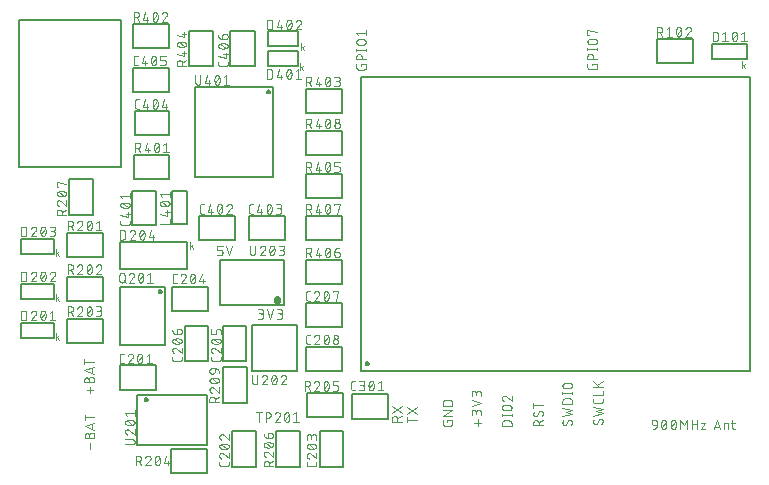
<source format=gbr>
G04 EAGLE Gerber RS-274X export*
G75*
%MOMM*%
%FSLAX34Y34*%
%LPD*%
%INSilkscreen Top*%
%IPPOS*%
%AMOC8*
5,1,8,0,0,1.08239X$1,22.5*%
G01*
%ADD10C,0.152400*%
%ADD11C,0.050800*%
%ADD12C,0.076200*%
%ADD13C,0.406400*%


D10*
X219130Y363300D02*
X219130Y350600D01*
X245070Y350600D01*
X245070Y363300D01*
X219130Y363300D01*
X219130Y380350D02*
X245070Y380350D01*
X219130Y380350D02*
X219130Y367650D01*
X245070Y367650D01*
X245070Y380350D01*
X105410Y386080D02*
X105410Y365760D01*
X135890Y365760D01*
X135890Y386080D01*
X105410Y386080D01*
X187630Y380300D02*
X187630Y350980D01*
X208110Y350980D01*
X208110Y380300D01*
X187630Y380300D01*
X173300Y380540D02*
X152980Y380540D01*
X152980Y351060D01*
X173300Y351060D01*
X173300Y380540D01*
X251460Y331470D02*
X281940Y331470D01*
X251460Y331470D02*
X251460Y311150D01*
X281940Y311150D01*
X281940Y331470D01*
X105410Y328930D02*
X105410Y349250D01*
X105410Y328930D02*
X135890Y328930D01*
X135890Y349250D01*
X105410Y349250D01*
X106680Y312420D02*
X106680Y292100D01*
X135890Y292100D01*
X135890Y312420D01*
X106680Y312420D01*
X105680Y275590D02*
X105680Y255270D01*
X135890Y255270D01*
X135890Y275590D01*
X105680Y275590D01*
X95250Y265430D02*
X8890Y265430D01*
X8890Y389890D01*
X95250Y389890D01*
X95250Y265430D01*
X251460Y275590D02*
X251460Y295910D01*
X281940Y295910D01*
X281940Y275590D01*
X251460Y275590D01*
X251460Y259080D02*
X251460Y238760D01*
X281940Y238760D01*
X281940Y259080D01*
X251460Y259080D01*
X281940Y223520D02*
X281940Y203200D01*
X251460Y203200D01*
X251460Y223520D01*
X281940Y223520D01*
X203200Y223520D02*
X203200Y203200D01*
X203200Y223520D02*
X233680Y223520D01*
X233680Y203200D01*
X203200Y203200D01*
X191770Y203200D02*
X191770Y223520D01*
X191770Y203200D02*
X161290Y203200D01*
X161290Y223520D01*
X191770Y223520D01*
X151210Y216980D02*
X138510Y216980D01*
X151210Y216980D02*
X151210Y244920D01*
X138510Y244920D01*
X138510Y216980D01*
X104610Y215790D02*
X104610Y245110D01*
X104610Y215790D02*
X125090Y215790D01*
X125090Y245110D01*
X104610Y245110D01*
X71110Y254840D02*
X50790Y254840D01*
X71110Y254840D02*
X71110Y224360D01*
X50790Y224360D01*
X50790Y254840D01*
X157480Y256540D02*
X223520Y256540D01*
X157480Y256540D02*
X157480Y332740D01*
X223520Y332740D01*
X223520Y256540D01*
X80090Y209280D02*
X80090Y188960D01*
X49610Y188960D01*
X49610Y209280D01*
X80090Y209280D01*
X38100Y204470D02*
X38100Y191770D01*
X10160Y191770D01*
X10160Y204470D01*
X38100Y204470D01*
X38100Y166370D02*
X38100Y153670D01*
X10160Y153670D01*
X10160Y166370D01*
X38100Y166370D01*
X38100Y133350D02*
X38100Y120650D01*
X10160Y120650D01*
X10160Y133350D01*
X38100Y133350D01*
X49610Y152130D02*
X49610Y172450D01*
X49610Y152130D02*
X80090Y152130D01*
X80090Y172450D01*
X49610Y172450D01*
X49610Y136890D02*
X49610Y116570D01*
X80090Y116570D01*
X80090Y136890D01*
X49610Y136890D01*
X93980Y201580D02*
X150860Y201580D01*
X150860Y178720D01*
X93980Y178720D01*
X93980Y201580D01*
X232870Y186690D02*
X232870Y148590D01*
X178530Y148590D01*
X178530Y186690D01*
X232870Y186690D01*
X251460Y186690D02*
X251460Y166370D01*
X281940Y166370D01*
X281940Y186690D01*
X251460Y186690D01*
X181020Y95660D02*
X181020Y65340D01*
X201500Y65340D01*
X201500Y95660D01*
X181020Y95660D01*
X124930Y97330D02*
X94610Y97330D01*
X94610Y76850D01*
X124930Y76850D01*
X124930Y97330D01*
X137500Y26930D02*
X137500Y6610D01*
X167980Y6610D01*
X167980Y26930D01*
X137500Y26930D01*
X188670Y41910D02*
X208990Y41910D01*
X208990Y11430D01*
X188670Y11430D01*
X188670Y41910D01*
X252190Y53340D02*
X252190Y73660D01*
X282670Y73660D01*
X282670Y53340D01*
X252190Y53340D01*
X246550Y41910D02*
X226230Y41910D01*
X246550Y41910D02*
X246550Y11430D01*
X226230Y11430D01*
X226230Y41910D01*
X263790Y11430D02*
X283110Y11430D01*
X263790Y11430D02*
X263790Y41910D01*
X283110Y41910D01*
X283110Y11430D01*
X168910Y143330D02*
X168910Y163650D01*
X168910Y143330D02*
X138430Y143330D01*
X138430Y163650D01*
X168910Y163650D01*
X200910Y131090D02*
X200910Y100770D01*
X181430Y100770D01*
X181430Y131090D01*
X200910Y131090D01*
X169110Y100710D02*
X149630Y100710D01*
X149630Y131030D01*
X169110Y131030D01*
X169110Y100710D01*
X251460Y92710D02*
X251460Y113030D01*
X251460Y92710D02*
X281940Y92710D01*
X281940Y113030D01*
X251460Y113030D01*
X251460Y129540D02*
X251460Y149860D01*
X251460Y129540D02*
X281940Y129540D01*
X281940Y149860D01*
X251460Y149860D01*
X290230Y73460D02*
X290430Y52240D01*
X321110Y52240D01*
X320910Y73460D01*
X290230Y73460D01*
X168190Y72280D02*
X168190Y30320D01*
X108820Y30320D01*
X108820Y72280D01*
X168190Y72280D01*
X115110Y68470D02*
X115112Y68541D01*
X115118Y68612D01*
X115128Y68683D01*
X115142Y68753D01*
X115160Y68822D01*
X115181Y68889D01*
X115207Y68956D01*
X115236Y69021D01*
X115268Y69084D01*
X115305Y69146D01*
X115344Y69205D01*
X115387Y69262D01*
X115433Y69316D01*
X115482Y69368D01*
X115534Y69417D01*
X115588Y69463D01*
X115645Y69506D01*
X115704Y69545D01*
X115766Y69582D01*
X115829Y69614D01*
X115894Y69643D01*
X115961Y69669D01*
X116028Y69690D01*
X116097Y69708D01*
X116167Y69722D01*
X116238Y69732D01*
X116309Y69738D01*
X116380Y69740D01*
X116451Y69738D01*
X116522Y69732D01*
X116593Y69722D01*
X116663Y69708D01*
X116732Y69690D01*
X116799Y69669D01*
X116866Y69643D01*
X116931Y69614D01*
X116994Y69582D01*
X117056Y69545D01*
X117115Y69506D01*
X117172Y69463D01*
X117226Y69417D01*
X117278Y69368D01*
X117327Y69316D01*
X117373Y69262D01*
X117416Y69205D01*
X117455Y69146D01*
X117492Y69084D01*
X117524Y69021D01*
X117553Y68956D01*
X117579Y68889D01*
X117600Y68822D01*
X117618Y68753D01*
X117632Y68683D01*
X117642Y68612D01*
X117648Y68541D01*
X117650Y68470D01*
X117648Y68399D01*
X117642Y68328D01*
X117632Y68257D01*
X117618Y68187D01*
X117600Y68118D01*
X117579Y68051D01*
X117553Y67984D01*
X117524Y67919D01*
X117492Y67856D01*
X117455Y67794D01*
X117416Y67735D01*
X117373Y67678D01*
X117327Y67624D01*
X117278Y67572D01*
X117226Y67523D01*
X117172Y67477D01*
X117115Y67434D01*
X117056Y67395D01*
X116994Y67358D01*
X116931Y67326D01*
X116866Y67297D01*
X116799Y67271D01*
X116732Y67250D01*
X116663Y67232D01*
X116593Y67218D01*
X116522Y67208D01*
X116451Y67202D01*
X116380Y67200D01*
X116309Y67202D01*
X116238Y67208D01*
X116167Y67218D01*
X116097Y67232D01*
X116028Y67250D01*
X115961Y67271D01*
X115894Y67297D01*
X115829Y67326D01*
X115766Y67358D01*
X115704Y67395D01*
X115645Y67434D01*
X115588Y67477D01*
X115534Y67523D01*
X115482Y67572D01*
X115433Y67624D01*
X115387Y67678D01*
X115344Y67735D01*
X115305Y67794D01*
X115268Y67856D01*
X115236Y67919D01*
X115207Y67984D01*
X115181Y68051D01*
X115160Y68118D01*
X115142Y68187D01*
X115128Y68257D01*
X115118Y68328D01*
X115112Y68399D01*
X115110Y68470D01*
X132080Y163830D02*
X93980Y163830D01*
X132080Y163830D02*
X132080Y114300D01*
X93980Y114300D01*
X93980Y163830D01*
X127000Y160020D02*
X127002Y160091D01*
X127008Y160162D01*
X127018Y160233D01*
X127032Y160303D01*
X127050Y160372D01*
X127071Y160439D01*
X127097Y160506D01*
X127126Y160571D01*
X127158Y160634D01*
X127195Y160696D01*
X127234Y160755D01*
X127277Y160812D01*
X127323Y160866D01*
X127372Y160918D01*
X127424Y160967D01*
X127478Y161013D01*
X127535Y161056D01*
X127594Y161095D01*
X127656Y161132D01*
X127719Y161164D01*
X127784Y161193D01*
X127851Y161219D01*
X127918Y161240D01*
X127987Y161258D01*
X128057Y161272D01*
X128128Y161282D01*
X128199Y161288D01*
X128270Y161290D01*
X128341Y161288D01*
X128412Y161282D01*
X128483Y161272D01*
X128553Y161258D01*
X128622Y161240D01*
X128689Y161219D01*
X128756Y161193D01*
X128821Y161164D01*
X128884Y161132D01*
X128946Y161095D01*
X129005Y161056D01*
X129062Y161013D01*
X129116Y160967D01*
X129168Y160918D01*
X129217Y160866D01*
X129263Y160812D01*
X129306Y160755D01*
X129345Y160696D01*
X129382Y160634D01*
X129414Y160571D01*
X129443Y160506D01*
X129469Y160439D01*
X129490Y160372D01*
X129508Y160303D01*
X129522Y160233D01*
X129532Y160162D01*
X129538Y160091D01*
X129540Y160020D01*
X129538Y159949D01*
X129532Y159878D01*
X129522Y159807D01*
X129508Y159737D01*
X129490Y159668D01*
X129469Y159601D01*
X129443Y159534D01*
X129414Y159469D01*
X129382Y159406D01*
X129345Y159344D01*
X129306Y159285D01*
X129263Y159228D01*
X129217Y159174D01*
X129168Y159122D01*
X129116Y159073D01*
X129062Y159027D01*
X129005Y158984D01*
X128946Y158945D01*
X128884Y158908D01*
X128821Y158876D01*
X128756Y158847D01*
X128689Y158821D01*
X128622Y158800D01*
X128553Y158782D01*
X128483Y158768D01*
X128412Y158758D01*
X128341Y158752D01*
X128270Y158750D01*
X128199Y158752D01*
X128128Y158758D01*
X128057Y158768D01*
X127987Y158782D01*
X127918Y158800D01*
X127851Y158821D01*
X127784Y158847D01*
X127719Y158876D01*
X127656Y158908D01*
X127594Y158945D01*
X127535Y158984D01*
X127478Y159027D01*
X127424Y159073D01*
X127372Y159122D01*
X127323Y159174D01*
X127277Y159228D01*
X127234Y159285D01*
X127195Y159344D01*
X127158Y159406D01*
X127126Y159469D01*
X127097Y159534D01*
X127071Y159601D01*
X127050Y159668D01*
X127032Y159737D01*
X127018Y159807D01*
X127008Y159878D01*
X127002Y159949D01*
X127000Y160020D01*
X218440Y328930D02*
X218442Y329001D01*
X218448Y329072D01*
X218458Y329143D01*
X218472Y329213D01*
X218490Y329282D01*
X218511Y329349D01*
X218537Y329416D01*
X218566Y329481D01*
X218598Y329544D01*
X218635Y329606D01*
X218674Y329665D01*
X218717Y329722D01*
X218763Y329776D01*
X218812Y329828D01*
X218864Y329877D01*
X218918Y329923D01*
X218975Y329966D01*
X219034Y330005D01*
X219096Y330042D01*
X219159Y330074D01*
X219224Y330103D01*
X219291Y330129D01*
X219358Y330150D01*
X219427Y330168D01*
X219497Y330182D01*
X219568Y330192D01*
X219639Y330198D01*
X219710Y330200D01*
X219781Y330198D01*
X219852Y330192D01*
X219923Y330182D01*
X219993Y330168D01*
X220062Y330150D01*
X220129Y330129D01*
X220196Y330103D01*
X220261Y330074D01*
X220324Y330042D01*
X220386Y330005D01*
X220445Y329966D01*
X220502Y329923D01*
X220556Y329877D01*
X220608Y329828D01*
X220657Y329776D01*
X220703Y329722D01*
X220746Y329665D01*
X220785Y329606D01*
X220822Y329544D01*
X220854Y329481D01*
X220883Y329416D01*
X220909Y329349D01*
X220930Y329282D01*
X220948Y329213D01*
X220962Y329143D01*
X220972Y329072D01*
X220978Y329001D01*
X220980Y328930D01*
X220978Y328859D01*
X220972Y328788D01*
X220962Y328717D01*
X220948Y328647D01*
X220930Y328578D01*
X220909Y328511D01*
X220883Y328444D01*
X220854Y328379D01*
X220822Y328316D01*
X220785Y328254D01*
X220746Y328195D01*
X220703Y328138D01*
X220657Y328084D01*
X220608Y328032D01*
X220556Y327983D01*
X220502Y327937D01*
X220445Y327894D01*
X220386Y327855D01*
X220324Y327818D01*
X220261Y327786D01*
X220196Y327757D01*
X220129Y327731D01*
X220062Y327710D01*
X219993Y327692D01*
X219923Y327678D01*
X219852Y327668D01*
X219781Y327662D01*
X219710Y327660D01*
X219639Y327662D01*
X219568Y327668D01*
X219497Y327678D01*
X219427Y327692D01*
X219358Y327710D01*
X219291Y327731D01*
X219224Y327757D01*
X219159Y327786D01*
X219096Y327818D01*
X219034Y327855D01*
X218975Y327894D01*
X218918Y327937D01*
X218864Y327983D01*
X218812Y328032D01*
X218763Y328084D01*
X218717Y328138D01*
X218674Y328195D01*
X218635Y328254D01*
X218598Y328316D01*
X218566Y328379D01*
X218537Y328444D01*
X218511Y328511D01*
X218490Y328578D01*
X218472Y328647D01*
X218458Y328717D01*
X218448Y328788D01*
X218442Y328859D01*
X218440Y328930D01*
X205670Y131620D02*
X205670Y92250D01*
X243770Y92250D01*
X243770Y131620D01*
X205670Y131620D01*
X548640Y353060D02*
X548640Y373380D01*
X548640Y353060D02*
X579120Y353060D01*
X579120Y373380D01*
X548640Y373380D01*
X595630Y356870D02*
X624840Y356870D01*
X624840Y369570D01*
X595630Y369570D01*
X595630Y356870D01*
D11*
X246394Y353001D02*
X246394Y347159D01*
X246394Y349106D02*
X248990Y351054D01*
X247530Y349918D02*
X248990Y347159D01*
X247114Y364219D02*
X247114Y370061D01*
X249710Y368114D02*
X247114Y366166D01*
X248250Y366978D02*
X249710Y364219D01*
X39624Y195961D02*
X39624Y190119D01*
X39624Y192066D02*
X42220Y194014D01*
X40760Y192878D02*
X42220Y190119D01*
X39624Y157861D02*
X39624Y152019D01*
X39624Y153966D02*
X42220Y155914D01*
X40760Y154778D02*
X42220Y152019D01*
X39624Y124841D02*
X39624Y118999D01*
X39624Y120946D02*
X42220Y122894D01*
X40760Y121758D02*
X42220Y118999D01*
X153654Y195864D02*
X153654Y201706D01*
X156250Y199759D02*
X153654Y197811D01*
X154790Y198623D02*
X156250Y195864D01*
D10*
X627380Y92710D02*
X627380Y341630D01*
X627380Y92710D02*
X298450Y92710D01*
X298450Y341630D01*
X627380Y341630D01*
X302260Y99060D02*
X302262Y99131D01*
X302268Y99202D01*
X302278Y99273D01*
X302292Y99343D01*
X302310Y99412D01*
X302331Y99479D01*
X302357Y99546D01*
X302386Y99611D01*
X302418Y99674D01*
X302455Y99736D01*
X302494Y99795D01*
X302537Y99852D01*
X302583Y99906D01*
X302632Y99958D01*
X302684Y100007D01*
X302738Y100053D01*
X302795Y100096D01*
X302854Y100135D01*
X302916Y100172D01*
X302979Y100204D01*
X303044Y100233D01*
X303111Y100259D01*
X303178Y100280D01*
X303247Y100298D01*
X303317Y100312D01*
X303388Y100322D01*
X303459Y100328D01*
X303530Y100330D01*
X303601Y100328D01*
X303672Y100322D01*
X303743Y100312D01*
X303813Y100298D01*
X303882Y100280D01*
X303949Y100259D01*
X304016Y100233D01*
X304081Y100204D01*
X304144Y100172D01*
X304206Y100135D01*
X304265Y100096D01*
X304322Y100053D01*
X304376Y100007D01*
X304428Y99958D01*
X304477Y99906D01*
X304523Y99852D01*
X304566Y99795D01*
X304605Y99736D01*
X304642Y99674D01*
X304674Y99611D01*
X304703Y99546D01*
X304729Y99479D01*
X304750Y99412D01*
X304768Y99343D01*
X304782Y99273D01*
X304792Y99202D01*
X304798Y99131D01*
X304800Y99060D01*
X304798Y98989D01*
X304792Y98918D01*
X304782Y98847D01*
X304768Y98777D01*
X304750Y98708D01*
X304729Y98641D01*
X304703Y98574D01*
X304674Y98509D01*
X304642Y98446D01*
X304605Y98384D01*
X304566Y98325D01*
X304523Y98268D01*
X304477Y98214D01*
X304428Y98162D01*
X304376Y98113D01*
X304322Y98067D01*
X304265Y98024D01*
X304206Y97985D01*
X304144Y97948D01*
X304081Y97916D01*
X304016Y97887D01*
X303949Y97861D01*
X303882Y97840D01*
X303813Y97822D01*
X303743Y97808D01*
X303672Y97798D01*
X303601Y97792D01*
X303530Y97790D01*
X303459Y97792D01*
X303388Y97798D01*
X303317Y97808D01*
X303247Y97822D01*
X303178Y97840D01*
X303111Y97861D01*
X303044Y97887D01*
X302979Y97916D01*
X302916Y97948D01*
X302854Y97985D01*
X302795Y98024D01*
X302738Y98067D01*
X302684Y98113D01*
X302632Y98162D01*
X302583Y98214D01*
X302537Y98268D01*
X302494Y98325D01*
X302455Y98384D01*
X302418Y98446D01*
X302386Y98509D01*
X302357Y98574D01*
X302331Y98641D01*
X302310Y98708D01*
X302292Y98777D01*
X302278Y98847D01*
X302268Y98918D01*
X302262Y98989D01*
X302260Y99060D01*
D12*
X251841Y261366D02*
X251841Y269494D01*
X254099Y269494D01*
X254192Y269492D01*
X254285Y269486D01*
X254378Y269477D01*
X254471Y269463D01*
X254562Y269446D01*
X254653Y269425D01*
X254743Y269400D01*
X254832Y269372D01*
X254920Y269340D01*
X255006Y269304D01*
X255091Y269265D01*
X255174Y269222D01*
X255255Y269176D01*
X255334Y269126D01*
X255411Y269074D01*
X255486Y269018D01*
X255558Y268959D01*
X255628Y268897D01*
X255696Y268833D01*
X255760Y268765D01*
X255822Y268695D01*
X255881Y268623D01*
X255937Y268548D01*
X255989Y268471D01*
X256039Y268392D01*
X256085Y268311D01*
X256128Y268228D01*
X256167Y268143D01*
X256203Y268057D01*
X256235Y267969D01*
X256263Y267880D01*
X256288Y267790D01*
X256309Y267699D01*
X256326Y267608D01*
X256340Y267515D01*
X256349Y267422D01*
X256355Y267329D01*
X256357Y267236D01*
X256355Y267143D01*
X256349Y267050D01*
X256340Y266957D01*
X256326Y266864D01*
X256309Y266773D01*
X256288Y266682D01*
X256263Y266592D01*
X256235Y266503D01*
X256203Y266415D01*
X256167Y266329D01*
X256128Y266244D01*
X256085Y266161D01*
X256039Y266080D01*
X255989Y266001D01*
X255937Y265924D01*
X255881Y265849D01*
X255822Y265777D01*
X255760Y265707D01*
X255696Y265639D01*
X255628Y265575D01*
X255558Y265513D01*
X255486Y265454D01*
X255411Y265398D01*
X255334Y265346D01*
X255255Y265296D01*
X255174Y265250D01*
X255091Y265207D01*
X255006Y265168D01*
X254920Y265132D01*
X254832Y265100D01*
X254743Y265072D01*
X254653Y265047D01*
X254562Y265026D01*
X254471Y265009D01*
X254378Y264995D01*
X254285Y264986D01*
X254192Y264980D01*
X254099Y264978D01*
X251841Y264978D01*
X254550Y264978D02*
X256357Y261366D01*
X259789Y263172D02*
X261595Y269494D01*
X259789Y263172D02*
X264304Y263172D01*
X262949Y264978D02*
X262949Y261366D01*
X267790Y265430D02*
X267792Y265590D01*
X267798Y265750D01*
X267807Y265909D01*
X267821Y266069D01*
X267838Y266228D01*
X267859Y266386D01*
X267883Y266544D01*
X267912Y266701D01*
X267944Y266858D01*
X267980Y267014D01*
X268020Y267169D01*
X268063Y267323D01*
X268110Y267476D01*
X268161Y267627D01*
X268215Y267778D01*
X268273Y267927D01*
X268334Y268074D01*
X268399Y268220D01*
X268467Y268365D01*
X268466Y268365D02*
X268494Y268440D01*
X268525Y268513D01*
X268560Y268585D01*
X268598Y268655D01*
X268639Y268723D01*
X268684Y268789D01*
X268731Y268853D01*
X268782Y268915D01*
X268835Y268974D01*
X268892Y269030D01*
X268951Y269084D01*
X269012Y269135D01*
X269076Y269183D01*
X269142Y269228D01*
X269210Y269269D01*
X269280Y269307D01*
X269351Y269342D01*
X269425Y269374D01*
X269499Y269402D01*
X269575Y269426D01*
X269652Y269447D01*
X269730Y269464D01*
X269809Y269477D01*
X269888Y269486D01*
X269967Y269492D01*
X270047Y269494D01*
X270127Y269492D01*
X270206Y269486D01*
X270285Y269477D01*
X270364Y269464D01*
X270442Y269447D01*
X270519Y269426D01*
X270595Y269402D01*
X270669Y269374D01*
X270743Y269342D01*
X270814Y269307D01*
X270884Y269269D01*
X270952Y269228D01*
X271018Y269183D01*
X271082Y269135D01*
X271143Y269084D01*
X271202Y269030D01*
X271259Y268974D01*
X271312Y268915D01*
X271363Y268853D01*
X271410Y268789D01*
X271455Y268723D01*
X271496Y268655D01*
X271534Y268585D01*
X271569Y268513D01*
X271600Y268440D01*
X271628Y268365D01*
X271696Y268220D01*
X271761Y268074D01*
X271822Y267927D01*
X271880Y267778D01*
X271934Y267627D01*
X271985Y267476D01*
X272032Y267323D01*
X272075Y267169D01*
X272115Y267014D01*
X272151Y266858D01*
X272183Y266701D01*
X272212Y266544D01*
X272236Y266386D01*
X272257Y266228D01*
X272274Y266069D01*
X272288Y265909D01*
X272297Y265750D01*
X272303Y265590D01*
X272305Y265430D01*
X267790Y265430D02*
X267792Y265270D01*
X267798Y265110D01*
X267807Y264951D01*
X267821Y264791D01*
X267838Y264632D01*
X267859Y264474D01*
X267883Y264316D01*
X267912Y264159D01*
X267944Y264002D01*
X267980Y263846D01*
X268020Y263691D01*
X268063Y263537D01*
X268110Y263385D01*
X268161Y263233D01*
X268215Y263082D01*
X268273Y262933D01*
X268334Y262786D01*
X268399Y262640D01*
X268467Y262495D01*
X268466Y262495D02*
X268494Y262420D01*
X268525Y262347D01*
X268560Y262275D01*
X268598Y262205D01*
X268639Y262137D01*
X268684Y262071D01*
X268731Y262007D01*
X268782Y261945D01*
X268835Y261886D01*
X268892Y261830D01*
X268951Y261776D01*
X269012Y261725D01*
X269076Y261677D01*
X269142Y261632D01*
X269210Y261591D01*
X269280Y261553D01*
X269351Y261518D01*
X269425Y261486D01*
X269499Y261458D01*
X269575Y261434D01*
X269652Y261413D01*
X269730Y261396D01*
X269809Y261383D01*
X269888Y261374D01*
X269967Y261368D01*
X270047Y261366D01*
X271628Y262495D02*
X271696Y262640D01*
X271761Y262786D01*
X271822Y262933D01*
X271880Y263082D01*
X271934Y263233D01*
X271985Y263385D01*
X272032Y263537D01*
X272075Y263691D01*
X272115Y263846D01*
X272151Y264002D01*
X272183Y264159D01*
X272212Y264316D01*
X272236Y264474D01*
X272257Y264632D01*
X272274Y264791D01*
X272288Y264951D01*
X272297Y265110D01*
X272303Y265270D01*
X272305Y265430D01*
X271628Y262495D02*
X271600Y262420D01*
X271569Y262347D01*
X271534Y262275D01*
X271496Y262205D01*
X271455Y262137D01*
X271410Y262071D01*
X271363Y262007D01*
X271312Y261945D01*
X271259Y261886D01*
X271202Y261830D01*
X271143Y261776D01*
X271082Y261725D01*
X271018Y261677D01*
X270952Y261632D01*
X270884Y261591D01*
X270814Y261553D01*
X270743Y261518D01*
X270669Y261486D01*
X270595Y261458D01*
X270519Y261434D01*
X270442Y261413D01*
X270364Y261396D01*
X270285Y261383D01*
X270206Y261374D01*
X270127Y261368D01*
X270047Y261366D01*
X268241Y263172D02*
X271854Y267688D01*
X275791Y261366D02*
X278500Y261366D01*
X278583Y261368D01*
X278667Y261374D01*
X278750Y261383D01*
X278832Y261397D01*
X278913Y261414D01*
X278994Y261435D01*
X279074Y261460D01*
X279152Y261488D01*
X279229Y261520D01*
X279305Y261555D01*
X279379Y261594D01*
X279451Y261637D01*
X279521Y261682D01*
X279588Y261731D01*
X279654Y261783D01*
X279717Y261837D01*
X279777Y261895D01*
X279835Y261955D01*
X279889Y262018D01*
X279941Y262084D01*
X279990Y262151D01*
X280036Y262221D01*
X280078Y262293D01*
X280117Y262367D01*
X280152Y262443D01*
X280184Y262520D01*
X280212Y262598D01*
X280237Y262678D01*
X280258Y262759D01*
X280275Y262840D01*
X280289Y262923D01*
X280298Y263005D01*
X280304Y263089D01*
X280306Y263172D01*
X280306Y264075D01*
X280304Y264158D01*
X280298Y264242D01*
X280289Y264325D01*
X280275Y264407D01*
X280258Y264488D01*
X280237Y264569D01*
X280212Y264649D01*
X280184Y264727D01*
X280152Y264804D01*
X280117Y264880D01*
X280078Y264954D01*
X280035Y265026D01*
X279990Y265096D01*
X279941Y265163D01*
X279889Y265229D01*
X279835Y265292D01*
X279777Y265352D01*
X279717Y265410D01*
X279654Y265464D01*
X279588Y265516D01*
X279521Y265565D01*
X279451Y265610D01*
X279379Y265653D01*
X279305Y265692D01*
X279229Y265727D01*
X279152Y265759D01*
X279074Y265787D01*
X278994Y265812D01*
X278913Y265833D01*
X278832Y265850D01*
X278750Y265864D01*
X278667Y265873D01*
X278583Y265879D01*
X278500Y265881D01*
X278500Y265882D02*
X275791Y265882D01*
X275791Y269494D01*
X280306Y269494D01*
X251841Y233934D02*
X251841Y225806D01*
X251841Y233934D02*
X254099Y233934D01*
X254192Y233932D01*
X254285Y233926D01*
X254378Y233917D01*
X254471Y233903D01*
X254562Y233886D01*
X254653Y233865D01*
X254743Y233840D01*
X254832Y233812D01*
X254920Y233780D01*
X255006Y233744D01*
X255091Y233705D01*
X255174Y233662D01*
X255255Y233616D01*
X255334Y233566D01*
X255411Y233514D01*
X255486Y233458D01*
X255558Y233399D01*
X255628Y233337D01*
X255696Y233273D01*
X255760Y233205D01*
X255822Y233135D01*
X255881Y233063D01*
X255937Y232988D01*
X255989Y232911D01*
X256039Y232832D01*
X256085Y232751D01*
X256128Y232668D01*
X256167Y232583D01*
X256203Y232497D01*
X256235Y232409D01*
X256263Y232320D01*
X256288Y232230D01*
X256309Y232139D01*
X256326Y232048D01*
X256340Y231955D01*
X256349Y231862D01*
X256355Y231769D01*
X256357Y231676D01*
X256355Y231583D01*
X256349Y231490D01*
X256340Y231397D01*
X256326Y231304D01*
X256309Y231213D01*
X256288Y231122D01*
X256263Y231032D01*
X256235Y230943D01*
X256203Y230855D01*
X256167Y230769D01*
X256128Y230684D01*
X256085Y230601D01*
X256039Y230520D01*
X255989Y230441D01*
X255937Y230364D01*
X255881Y230289D01*
X255822Y230217D01*
X255760Y230147D01*
X255696Y230079D01*
X255628Y230015D01*
X255558Y229953D01*
X255486Y229894D01*
X255411Y229838D01*
X255334Y229786D01*
X255255Y229736D01*
X255174Y229690D01*
X255091Y229647D01*
X255006Y229608D01*
X254920Y229572D01*
X254832Y229540D01*
X254743Y229512D01*
X254653Y229487D01*
X254562Y229466D01*
X254471Y229449D01*
X254378Y229435D01*
X254285Y229426D01*
X254192Y229420D01*
X254099Y229418D01*
X251841Y229418D01*
X254550Y229418D02*
X256357Y225806D01*
X259789Y227612D02*
X261595Y233934D01*
X259789Y227612D02*
X264304Y227612D01*
X262949Y229418D02*
X262949Y225806D01*
X267790Y229870D02*
X267792Y230030D01*
X267798Y230190D01*
X267807Y230349D01*
X267821Y230509D01*
X267838Y230668D01*
X267859Y230826D01*
X267883Y230984D01*
X267912Y231141D01*
X267944Y231298D01*
X267980Y231454D01*
X268020Y231609D01*
X268063Y231763D01*
X268110Y231916D01*
X268161Y232067D01*
X268215Y232218D01*
X268273Y232367D01*
X268334Y232514D01*
X268399Y232660D01*
X268467Y232805D01*
X268466Y232805D02*
X268494Y232880D01*
X268525Y232953D01*
X268560Y233025D01*
X268598Y233095D01*
X268639Y233163D01*
X268684Y233229D01*
X268731Y233293D01*
X268782Y233355D01*
X268835Y233414D01*
X268892Y233470D01*
X268951Y233524D01*
X269012Y233575D01*
X269076Y233623D01*
X269142Y233668D01*
X269210Y233709D01*
X269280Y233747D01*
X269351Y233782D01*
X269425Y233814D01*
X269499Y233842D01*
X269575Y233866D01*
X269652Y233887D01*
X269730Y233904D01*
X269809Y233917D01*
X269888Y233926D01*
X269967Y233932D01*
X270047Y233934D01*
X270127Y233932D01*
X270206Y233926D01*
X270285Y233917D01*
X270364Y233904D01*
X270442Y233887D01*
X270519Y233866D01*
X270595Y233842D01*
X270669Y233814D01*
X270743Y233782D01*
X270814Y233747D01*
X270884Y233709D01*
X270952Y233668D01*
X271018Y233623D01*
X271082Y233575D01*
X271143Y233524D01*
X271202Y233470D01*
X271259Y233414D01*
X271312Y233355D01*
X271363Y233293D01*
X271410Y233229D01*
X271455Y233163D01*
X271496Y233095D01*
X271534Y233025D01*
X271569Y232953D01*
X271600Y232880D01*
X271628Y232805D01*
X271696Y232660D01*
X271761Y232514D01*
X271822Y232367D01*
X271880Y232218D01*
X271934Y232067D01*
X271985Y231916D01*
X272032Y231763D01*
X272075Y231609D01*
X272115Y231454D01*
X272151Y231298D01*
X272183Y231141D01*
X272212Y230984D01*
X272236Y230826D01*
X272257Y230668D01*
X272274Y230509D01*
X272288Y230349D01*
X272297Y230190D01*
X272303Y230030D01*
X272305Y229870D01*
X267790Y229870D02*
X267792Y229710D01*
X267798Y229550D01*
X267807Y229391D01*
X267821Y229231D01*
X267838Y229072D01*
X267859Y228914D01*
X267883Y228756D01*
X267912Y228599D01*
X267944Y228442D01*
X267980Y228286D01*
X268020Y228131D01*
X268063Y227977D01*
X268110Y227825D01*
X268161Y227673D01*
X268215Y227522D01*
X268273Y227373D01*
X268334Y227226D01*
X268399Y227080D01*
X268467Y226935D01*
X268466Y226935D02*
X268494Y226860D01*
X268525Y226787D01*
X268560Y226715D01*
X268598Y226645D01*
X268639Y226577D01*
X268684Y226511D01*
X268731Y226447D01*
X268782Y226385D01*
X268835Y226326D01*
X268892Y226270D01*
X268951Y226216D01*
X269012Y226165D01*
X269076Y226117D01*
X269142Y226072D01*
X269210Y226031D01*
X269280Y225993D01*
X269351Y225958D01*
X269425Y225926D01*
X269499Y225898D01*
X269575Y225874D01*
X269652Y225853D01*
X269730Y225836D01*
X269809Y225823D01*
X269888Y225814D01*
X269967Y225808D01*
X270047Y225806D01*
X271628Y226935D02*
X271696Y227080D01*
X271761Y227226D01*
X271822Y227373D01*
X271880Y227522D01*
X271934Y227673D01*
X271985Y227825D01*
X272032Y227977D01*
X272075Y228131D01*
X272115Y228286D01*
X272151Y228442D01*
X272183Y228599D01*
X272212Y228756D01*
X272236Y228914D01*
X272257Y229072D01*
X272274Y229231D01*
X272288Y229391D01*
X272297Y229550D01*
X272303Y229710D01*
X272305Y229870D01*
X271628Y226935D02*
X271600Y226860D01*
X271569Y226787D01*
X271534Y226715D01*
X271496Y226645D01*
X271455Y226577D01*
X271410Y226511D01*
X271363Y226447D01*
X271312Y226385D01*
X271259Y226326D01*
X271202Y226270D01*
X271143Y226216D01*
X271082Y226165D01*
X271018Y226117D01*
X270952Y226072D01*
X270884Y226031D01*
X270814Y225993D01*
X270743Y225958D01*
X270669Y225926D01*
X270595Y225898D01*
X270519Y225874D01*
X270442Y225853D01*
X270364Y225836D01*
X270285Y225823D01*
X270206Y225814D01*
X270127Y225808D01*
X270047Y225806D01*
X268241Y227612D02*
X271854Y232128D01*
X275791Y233031D02*
X275791Y233934D01*
X280306Y233934D01*
X278048Y225806D01*
X251841Y197104D02*
X251841Y188976D01*
X251841Y197104D02*
X254099Y197104D01*
X254192Y197102D01*
X254285Y197096D01*
X254378Y197087D01*
X254471Y197073D01*
X254562Y197056D01*
X254653Y197035D01*
X254743Y197010D01*
X254832Y196982D01*
X254920Y196950D01*
X255006Y196914D01*
X255091Y196875D01*
X255174Y196832D01*
X255255Y196786D01*
X255334Y196736D01*
X255411Y196684D01*
X255486Y196628D01*
X255558Y196569D01*
X255628Y196507D01*
X255696Y196443D01*
X255760Y196375D01*
X255822Y196305D01*
X255881Y196233D01*
X255937Y196158D01*
X255989Y196081D01*
X256039Y196002D01*
X256085Y195921D01*
X256128Y195838D01*
X256167Y195753D01*
X256203Y195667D01*
X256235Y195579D01*
X256263Y195490D01*
X256288Y195400D01*
X256309Y195309D01*
X256326Y195218D01*
X256340Y195125D01*
X256349Y195032D01*
X256355Y194939D01*
X256357Y194846D01*
X256355Y194753D01*
X256349Y194660D01*
X256340Y194567D01*
X256326Y194474D01*
X256309Y194383D01*
X256288Y194292D01*
X256263Y194202D01*
X256235Y194113D01*
X256203Y194025D01*
X256167Y193939D01*
X256128Y193854D01*
X256085Y193771D01*
X256039Y193690D01*
X255989Y193611D01*
X255937Y193534D01*
X255881Y193459D01*
X255822Y193387D01*
X255760Y193317D01*
X255696Y193249D01*
X255628Y193185D01*
X255558Y193123D01*
X255486Y193064D01*
X255411Y193008D01*
X255334Y192956D01*
X255255Y192906D01*
X255174Y192860D01*
X255091Y192817D01*
X255006Y192778D01*
X254920Y192742D01*
X254832Y192710D01*
X254743Y192682D01*
X254653Y192657D01*
X254562Y192636D01*
X254471Y192619D01*
X254378Y192605D01*
X254285Y192596D01*
X254192Y192590D01*
X254099Y192588D01*
X251841Y192588D01*
X254550Y192588D02*
X256357Y188976D01*
X259789Y190782D02*
X261595Y197104D01*
X259789Y190782D02*
X264304Y190782D01*
X262949Y192588D02*
X262949Y188976D01*
X267790Y193040D02*
X267792Y193200D01*
X267798Y193360D01*
X267807Y193519D01*
X267821Y193679D01*
X267838Y193838D01*
X267859Y193996D01*
X267883Y194154D01*
X267912Y194311D01*
X267944Y194468D01*
X267980Y194624D01*
X268020Y194779D01*
X268063Y194933D01*
X268110Y195086D01*
X268161Y195237D01*
X268215Y195388D01*
X268273Y195537D01*
X268334Y195684D01*
X268399Y195830D01*
X268467Y195975D01*
X268466Y195975D02*
X268494Y196050D01*
X268525Y196123D01*
X268560Y196195D01*
X268598Y196265D01*
X268639Y196333D01*
X268684Y196399D01*
X268731Y196463D01*
X268782Y196525D01*
X268835Y196584D01*
X268892Y196640D01*
X268951Y196694D01*
X269012Y196745D01*
X269076Y196793D01*
X269142Y196838D01*
X269210Y196879D01*
X269280Y196917D01*
X269351Y196952D01*
X269425Y196984D01*
X269499Y197012D01*
X269575Y197036D01*
X269652Y197057D01*
X269730Y197074D01*
X269809Y197087D01*
X269888Y197096D01*
X269967Y197102D01*
X270047Y197104D01*
X270127Y197102D01*
X270206Y197096D01*
X270285Y197087D01*
X270364Y197074D01*
X270442Y197057D01*
X270519Y197036D01*
X270595Y197012D01*
X270669Y196984D01*
X270743Y196952D01*
X270814Y196917D01*
X270884Y196879D01*
X270952Y196838D01*
X271018Y196793D01*
X271082Y196745D01*
X271143Y196694D01*
X271202Y196640D01*
X271259Y196584D01*
X271312Y196525D01*
X271363Y196463D01*
X271410Y196399D01*
X271455Y196333D01*
X271496Y196265D01*
X271534Y196195D01*
X271569Y196123D01*
X271600Y196050D01*
X271628Y195975D01*
X271696Y195830D01*
X271761Y195684D01*
X271822Y195537D01*
X271880Y195388D01*
X271934Y195237D01*
X271985Y195086D01*
X272032Y194933D01*
X272075Y194779D01*
X272115Y194624D01*
X272151Y194468D01*
X272183Y194311D01*
X272212Y194154D01*
X272236Y193996D01*
X272257Y193838D01*
X272274Y193679D01*
X272288Y193519D01*
X272297Y193360D01*
X272303Y193200D01*
X272305Y193040D01*
X267790Y193040D02*
X267792Y192880D01*
X267798Y192720D01*
X267807Y192561D01*
X267821Y192401D01*
X267838Y192242D01*
X267859Y192084D01*
X267883Y191926D01*
X267912Y191769D01*
X267944Y191612D01*
X267980Y191456D01*
X268020Y191301D01*
X268063Y191147D01*
X268110Y190995D01*
X268161Y190843D01*
X268215Y190692D01*
X268273Y190543D01*
X268334Y190396D01*
X268399Y190250D01*
X268467Y190105D01*
X268466Y190105D02*
X268494Y190030D01*
X268525Y189957D01*
X268560Y189885D01*
X268598Y189815D01*
X268639Y189747D01*
X268684Y189681D01*
X268731Y189617D01*
X268782Y189555D01*
X268835Y189496D01*
X268892Y189440D01*
X268951Y189386D01*
X269012Y189335D01*
X269076Y189287D01*
X269142Y189242D01*
X269210Y189201D01*
X269280Y189163D01*
X269351Y189128D01*
X269425Y189096D01*
X269499Y189068D01*
X269575Y189044D01*
X269652Y189023D01*
X269730Y189006D01*
X269809Y188993D01*
X269888Y188984D01*
X269967Y188978D01*
X270047Y188976D01*
X271628Y190105D02*
X271696Y190250D01*
X271761Y190396D01*
X271822Y190543D01*
X271880Y190692D01*
X271934Y190843D01*
X271985Y190995D01*
X272032Y191147D01*
X272075Y191301D01*
X272115Y191456D01*
X272151Y191612D01*
X272183Y191769D01*
X272212Y191926D01*
X272236Y192084D01*
X272257Y192242D01*
X272274Y192401D01*
X272288Y192561D01*
X272297Y192720D01*
X272303Y192880D01*
X272305Y193040D01*
X271628Y190105D02*
X271600Y190030D01*
X271569Y189957D01*
X271534Y189885D01*
X271496Y189815D01*
X271455Y189747D01*
X271410Y189681D01*
X271363Y189617D01*
X271312Y189555D01*
X271259Y189496D01*
X271202Y189440D01*
X271143Y189386D01*
X271082Y189335D01*
X271018Y189287D01*
X270952Y189242D01*
X270884Y189201D01*
X270814Y189163D01*
X270743Y189128D01*
X270669Y189096D01*
X270595Y189068D01*
X270519Y189044D01*
X270442Y189023D01*
X270364Y189006D01*
X270285Y188993D01*
X270206Y188984D01*
X270127Y188978D01*
X270047Y188976D01*
X268241Y190782D02*
X271854Y195298D01*
X275791Y193492D02*
X278500Y193492D01*
X278500Y193491D02*
X278583Y193489D01*
X278667Y193483D01*
X278750Y193474D01*
X278832Y193460D01*
X278913Y193443D01*
X278994Y193422D01*
X279074Y193397D01*
X279152Y193369D01*
X279229Y193337D01*
X279305Y193302D01*
X279379Y193263D01*
X279451Y193220D01*
X279521Y193175D01*
X279588Y193126D01*
X279654Y193074D01*
X279717Y193020D01*
X279777Y192962D01*
X279835Y192902D01*
X279889Y192839D01*
X279941Y192773D01*
X279990Y192706D01*
X280035Y192636D01*
X280078Y192564D01*
X280117Y192490D01*
X280152Y192414D01*
X280184Y192337D01*
X280212Y192259D01*
X280237Y192179D01*
X280258Y192098D01*
X280275Y192017D01*
X280289Y191935D01*
X280298Y191852D01*
X280304Y191768D01*
X280306Y191685D01*
X280306Y191234D01*
X280304Y191141D01*
X280298Y191048D01*
X280289Y190955D01*
X280275Y190862D01*
X280258Y190771D01*
X280237Y190680D01*
X280212Y190590D01*
X280184Y190501D01*
X280152Y190413D01*
X280116Y190327D01*
X280077Y190242D01*
X280034Y190159D01*
X279988Y190078D01*
X279938Y189999D01*
X279886Y189922D01*
X279830Y189847D01*
X279771Y189775D01*
X279709Y189705D01*
X279645Y189637D01*
X279577Y189573D01*
X279507Y189511D01*
X279435Y189452D01*
X279360Y189396D01*
X279283Y189344D01*
X279204Y189294D01*
X279123Y189248D01*
X279040Y189205D01*
X278955Y189166D01*
X278869Y189130D01*
X278781Y189098D01*
X278692Y189070D01*
X278602Y189045D01*
X278511Y189024D01*
X278420Y189007D01*
X278327Y188993D01*
X278234Y188984D01*
X278141Y188978D01*
X278048Y188976D01*
X277955Y188978D01*
X277862Y188984D01*
X277769Y188993D01*
X277676Y189007D01*
X277585Y189024D01*
X277494Y189045D01*
X277404Y189070D01*
X277315Y189098D01*
X277227Y189130D01*
X277141Y189166D01*
X277056Y189205D01*
X276973Y189248D01*
X276892Y189294D01*
X276813Y189344D01*
X276736Y189396D01*
X276661Y189452D01*
X276589Y189511D01*
X276519Y189573D01*
X276451Y189637D01*
X276387Y189705D01*
X276325Y189775D01*
X276266Y189847D01*
X276210Y189922D01*
X276158Y189999D01*
X276108Y190078D01*
X276062Y190159D01*
X276019Y190242D01*
X275980Y190327D01*
X275944Y190413D01*
X275912Y190501D01*
X275884Y190590D01*
X275859Y190680D01*
X275838Y190771D01*
X275821Y190862D01*
X275807Y190955D01*
X275798Y191048D01*
X275792Y191141D01*
X275790Y191234D01*
X275791Y191234D02*
X275791Y193492D01*
X275793Y193610D01*
X275799Y193728D01*
X275808Y193846D01*
X275822Y193963D01*
X275839Y194080D01*
X275860Y194197D01*
X275885Y194312D01*
X275914Y194427D01*
X275947Y194541D01*
X275983Y194653D01*
X276023Y194764D01*
X276066Y194874D01*
X276113Y194983D01*
X276163Y195090D01*
X276217Y195195D01*
X276275Y195298D01*
X276336Y195399D01*
X276400Y195499D01*
X276467Y195596D01*
X276537Y195691D01*
X276611Y195783D01*
X276687Y195874D01*
X276767Y195961D01*
X276849Y196046D01*
X276934Y196128D01*
X277021Y196208D01*
X277112Y196284D01*
X277204Y196358D01*
X277299Y196428D01*
X277396Y196495D01*
X277496Y196559D01*
X277597Y196620D01*
X277700Y196677D01*
X277805Y196731D01*
X277912Y196782D01*
X278021Y196829D01*
X278131Y196872D01*
X278242Y196912D01*
X278354Y196948D01*
X278468Y196981D01*
X278583Y197010D01*
X278698Y197035D01*
X278815Y197056D01*
X278932Y197073D01*
X279049Y197087D01*
X279167Y197096D01*
X279285Y197102D01*
X279403Y197104D01*
X204304Y198754D02*
X204304Y192884D01*
X204306Y192791D01*
X204312Y192698D01*
X204321Y192605D01*
X204335Y192512D01*
X204352Y192421D01*
X204373Y192330D01*
X204398Y192240D01*
X204426Y192151D01*
X204458Y192063D01*
X204494Y191977D01*
X204533Y191892D01*
X204576Y191809D01*
X204622Y191728D01*
X204672Y191649D01*
X204724Y191572D01*
X204780Y191497D01*
X204839Y191425D01*
X204901Y191355D01*
X204965Y191287D01*
X205033Y191223D01*
X205103Y191161D01*
X205175Y191102D01*
X205250Y191046D01*
X205327Y190994D01*
X205406Y190944D01*
X205487Y190898D01*
X205570Y190855D01*
X205655Y190816D01*
X205741Y190780D01*
X205829Y190748D01*
X205918Y190720D01*
X206008Y190695D01*
X206099Y190674D01*
X206190Y190657D01*
X206283Y190643D01*
X206376Y190634D01*
X206469Y190628D01*
X206562Y190626D01*
X206655Y190628D01*
X206748Y190634D01*
X206841Y190643D01*
X206934Y190657D01*
X207025Y190674D01*
X207116Y190695D01*
X207206Y190720D01*
X207295Y190748D01*
X207383Y190780D01*
X207469Y190816D01*
X207554Y190855D01*
X207637Y190898D01*
X207718Y190944D01*
X207797Y190994D01*
X207874Y191046D01*
X207949Y191102D01*
X208021Y191161D01*
X208091Y191223D01*
X208159Y191287D01*
X208223Y191355D01*
X208285Y191425D01*
X208344Y191497D01*
X208400Y191572D01*
X208452Y191649D01*
X208502Y191728D01*
X208548Y191809D01*
X208591Y191892D01*
X208630Y191977D01*
X208666Y192063D01*
X208698Y192151D01*
X208726Y192240D01*
X208751Y192330D01*
X208772Y192421D01*
X208789Y192512D01*
X208803Y192605D01*
X208812Y192698D01*
X208818Y192791D01*
X208820Y192884D01*
X208819Y192884D02*
X208819Y198754D01*
X215055Y198754D02*
X215144Y198752D01*
X215232Y198746D01*
X215320Y198737D01*
X215408Y198723D01*
X215495Y198706D01*
X215581Y198685D01*
X215666Y198660D01*
X215750Y198631D01*
X215833Y198599D01*
X215914Y198564D01*
X215993Y198524D01*
X216071Y198482D01*
X216147Y198436D01*
X216221Y198387D01*
X216292Y198334D01*
X216361Y198279D01*
X216428Y198220D01*
X216492Y198159D01*
X216553Y198095D01*
X216612Y198028D01*
X216667Y197959D01*
X216720Y197888D01*
X216769Y197814D01*
X216815Y197738D01*
X216857Y197660D01*
X216897Y197581D01*
X216932Y197500D01*
X216964Y197417D01*
X216993Y197333D01*
X217018Y197248D01*
X217039Y197162D01*
X217056Y197075D01*
X217070Y196987D01*
X217079Y196899D01*
X217085Y196811D01*
X217087Y196722D01*
X215055Y198754D02*
X214956Y198752D01*
X214856Y198746D01*
X214757Y198737D01*
X214659Y198724D01*
X214560Y198707D01*
X214463Y198686D01*
X214367Y198662D01*
X214271Y198634D01*
X214177Y198602D01*
X214084Y198567D01*
X213992Y198528D01*
X213902Y198486D01*
X213814Y198440D01*
X213727Y198391D01*
X213642Y198339D01*
X213560Y198283D01*
X213479Y198225D01*
X213401Y198163D01*
X213325Y198099D01*
X213252Y198032D01*
X213181Y197962D01*
X213114Y197889D01*
X213048Y197814D01*
X212986Y197736D01*
X212927Y197656D01*
X212871Y197574D01*
X212818Y197490D01*
X212768Y197403D01*
X212722Y197315D01*
X212679Y197226D01*
X212639Y197134D01*
X212603Y197041D01*
X212571Y196947D01*
X216410Y195141D02*
X216476Y195207D01*
X216539Y195275D01*
X216599Y195346D01*
X216656Y195420D01*
X216710Y195495D01*
X216760Y195573D01*
X216808Y195654D01*
X216851Y195736D01*
X216892Y195820D01*
X216928Y195905D01*
X216961Y195992D01*
X216991Y196080D01*
X217016Y196170D01*
X217038Y196260D01*
X217055Y196352D01*
X217069Y196444D01*
X217079Y196536D01*
X217085Y196629D01*
X217087Y196722D01*
X216410Y195142D02*
X212572Y190626D01*
X217087Y190626D01*
X220573Y194690D02*
X220575Y194850D01*
X220581Y195010D01*
X220590Y195169D01*
X220604Y195329D01*
X220621Y195488D01*
X220642Y195646D01*
X220666Y195804D01*
X220695Y195961D01*
X220727Y196118D01*
X220763Y196274D01*
X220803Y196429D01*
X220846Y196583D01*
X220893Y196736D01*
X220944Y196887D01*
X220998Y197038D01*
X221056Y197187D01*
X221117Y197334D01*
X221182Y197480D01*
X221250Y197625D01*
X221249Y197625D02*
X221277Y197700D01*
X221308Y197773D01*
X221343Y197845D01*
X221381Y197915D01*
X221422Y197983D01*
X221467Y198049D01*
X221514Y198113D01*
X221565Y198175D01*
X221618Y198234D01*
X221675Y198290D01*
X221734Y198344D01*
X221795Y198395D01*
X221859Y198443D01*
X221925Y198488D01*
X221993Y198529D01*
X222063Y198567D01*
X222134Y198602D01*
X222208Y198634D01*
X222282Y198662D01*
X222358Y198686D01*
X222435Y198707D01*
X222513Y198724D01*
X222592Y198737D01*
X222671Y198746D01*
X222750Y198752D01*
X222830Y198754D01*
X222910Y198752D01*
X222989Y198746D01*
X223068Y198737D01*
X223147Y198724D01*
X223225Y198707D01*
X223302Y198686D01*
X223378Y198662D01*
X223452Y198634D01*
X223526Y198602D01*
X223597Y198567D01*
X223667Y198529D01*
X223735Y198488D01*
X223801Y198443D01*
X223865Y198395D01*
X223926Y198344D01*
X223985Y198290D01*
X224042Y198234D01*
X224095Y198175D01*
X224146Y198113D01*
X224193Y198049D01*
X224238Y197983D01*
X224279Y197915D01*
X224317Y197845D01*
X224352Y197773D01*
X224383Y197700D01*
X224411Y197625D01*
X224479Y197480D01*
X224544Y197334D01*
X224605Y197187D01*
X224663Y197038D01*
X224717Y196887D01*
X224768Y196736D01*
X224815Y196583D01*
X224858Y196429D01*
X224898Y196274D01*
X224934Y196118D01*
X224966Y195961D01*
X224995Y195804D01*
X225019Y195646D01*
X225040Y195488D01*
X225057Y195329D01*
X225071Y195169D01*
X225080Y195010D01*
X225086Y194850D01*
X225088Y194690D01*
X220573Y194690D02*
X220575Y194530D01*
X220581Y194370D01*
X220590Y194211D01*
X220604Y194051D01*
X220621Y193892D01*
X220642Y193734D01*
X220666Y193576D01*
X220695Y193419D01*
X220727Y193262D01*
X220763Y193106D01*
X220803Y192951D01*
X220846Y192797D01*
X220893Y192645D01*
X220944Y192493D01*
X220998Y192342D01*
X221056Y192193D01*
X221117Y192046D01*
X221182Y191900D01*
X221250Y191755D01*
X221249Y191755D02*
X221277Y191680D01*
X221308Y191607D01*
X221343Y191535D01*
X221381Y191465D01*
X221422Y191397D01*
X221467Y191331D01*
X221514Y191267D01*
X221565Y191205D01*
X221618Y191146D01*
X221675Y191090D01*
X221734Y191036D01*
X221795Y190985D01*
X221859Y190937D01*
X221925Y190892D01*
X221993Y190851D01*
X222063Y190813D01*
X222134Y190778D01*
X222208Y190746D01*
X222282Y190718D01*
X222358Y190694D01*
X222435Y190673D01*
X222513Y190656D01*
X222592Y190643D01*
X222671Y190634D01*
X222750Y190628D01*
X222830Y190626D01*
X224411Y191755D02*
X224479Y191900D01*
X224544Y192046D01*
X224605Y192193D01*
X224663Y192342D01*
X224717Y192493D01*
X224768Y192645D01*
X224815Y192797D01*
X224858Y192951D01*
X224898Y193106D01*
X224934Y193262D01*
X224966Y193419D01*
X224995Y193576D01*
X225019Y193734D01*
X225040Y193892D01*
X225057Y194051D01*
X225071Y194211D01*
X225080Y194370D01*
X225086Y194530D01*
X225088Y194690D01*
X224411Y191755D02*
X224383Y191680D01*
X224352Y191607D01*
X224317Y191535D01*
X224279Y191465D01*
X224238Y191397D01*
X224193Y191331D01*
X224146Y191267D01*
X224095Y191205D01*
X224042Y191146D01*
X223985Y191090D01*
X223926Y191036D01*
X223865Y190985D01*
X223801Y190937D01*
X223735Y190892D01*
X223667Y190851D01*
X223597Y190813D01*
X223526Y190778D01*
X223452Y190746D01*
X223378Y190718D01*
X223302Y190694D01*
X223225Y190673D01*
X223147Y190656D01*
X223068Y190643D01*
X222989Y190634D01*
X222910Y190628D01*
X222830Y190626D01*
X221024Y192432D02*
X224637Y196948D01*
X228573Y190626D02*
X230831Y190626D01*
X230924Y190628D01*
X231017Y190634D01*
X231110Y190643D01*
X231203Y190657D01*
X231294Y190674D01*
X231385Y190695D01*
X231475Y190720D01*
X231564Y190748D01*
X231652Y190780D01*
X231738Y190816D01*
X231823Y190855D01*
X231906Y190898D01*
X231987Y190944D01*
X232066Y190994D01*
X232143Y191046D01*
X232218Y191102D01*
X232290Y191161D01*
X232360Y191223D01*
X232428Y191287D01*
X232492Y191355D01*
X232554Y191425D01*
X232613Y191497D01*
X232669Y191572D01*
X232721Y191649D01*
X232771Y191728D01*
X232817Y191809D01*
X232860Y191892D01*
X232899Y191977D01*
X232935Y192063D01*
X232967Y192151D01*
X232995Y192240D01*
X233020Y192330D01*
X233041Y192421D01*
X233058Y192512D01*
X233072Y192605D01*
X233081Y192698D01*
X233087Y192791D01*
X233089Y192884D01*
X233087Y192977D01*
X233081Y193070D01*
X233072Y193163D01*
X233058Y193256D01*
X233041Y193347D01*
X233020Y193438D01*
X232995Y193528D01*
X232967Y193617D01*
X232935Y193705D01*
X232899Y193791D01*
X232860Y193876D01*
X232817Y193959D01*
X232771Y194040D01*
X232721Y194119D01*
X232669Y194196D01*
X232613Y194271D01*
X232554Y194343D01*
X232492Y194413D01*
X232428Y194481D01*
X232360Y194545D01*
X232290Y194607D01*
X232218Y194666D01*
X232143Y194722D01*
X232066Y194774D01*
X231987Y194824D01*
X231906Y194870D01*
X231823Y194913D01*
X231738Y194952D01*
X231652Y194988D01*
X231564Y195020D01*
X231475Y195048D01*
X231385Y195073D01*
X231294Y195094D01*
X231203Y195111D01*
X231110Y195125D01*
X231017Y195134D01*
X230924Y195140D01*
X230831Y195142D01*
X231283Y198754D02*
X228573Y198754D01*
X231283Y198754D02*
X231366Y198752D01*
X231450Y198746D01*
X231533Y198737D01*
X231615Y198723D01*
X231696Y198706D01*
X231777Y198685D01*
X231857Y198660D01*
X231935Y198632D01*
X232012Y198600D01*
X232088Y198565D01*
X232162Y198526D01*
X232234Y198483D01*
X232304Y198438D01*
X232371Y198389D01*
X232437Y198337D01*
X232500Y198283D01*
X232560Y198225D01*
X232618Y198165D01*
X232672Y198102D01*
X232724Y198036D01*
X232773Y197969D01*
X232818Y197899D01*
X232861Y197827D01*
X232900Y197753D01*
X232935Y197677D01*
X232967Y197600D01*
X232995Y197522D01*
X233020Y197442D01*
X233041Y197361D01*
X233058Y197280D01*
X233072Y197198D01*
X233081Y197115D01*
X233087Y197031D01*
X233089Y196948D01*
X233087Y196865D01*
X233081Y196781D01*
X233072Y196698D01*
X233058Y196616D01*
X233041Y196535D01*
X233020Y196454D01*
X232995Y196374D01*
X232967Y196296D01*
X232935Y196219D01*
X232900Y196143D01*
X232861Y196069D01*
X232818Y195997D01*
X232773Y195927D01*
X232724Y195860D01*
X232672Y195794D01*
X232618Y195731D01*
X232560Y195671D01*
X232500Y195613D01*
X232437Y195559D01*
X232371Y195507D01*
X232304Y195458D01*
X232234Y195413D01*
X232162Y195370D01*
X232088Y195331D01*
X232012Y195296D01*
X231935Y195264D01*
X231857Y195236D01*
X231777Y195211D01*
X231696Y195190D01*
X231615Y195173D01*
X231533Y195159D01*
X231450Y195150D01*
X231366Y195144D01*
X231283Y195142D01*
X229477Y195142D01*
X251841Y298196D02*
X251841Y306324D01*
X254099Y306324D01*
X254192Y306322D01*
X254285Y306316D01*
X254378Y306307D01*
X254471Y306293D01*
X254562Y306276D01*
X254653Y306255D01*
X254743Y306230D01*
X254832Y306202D01*
X254920Y306170D01*
X255006Y306134D01*
X255091Y306095D01*
X255174Y306052D01*
X255255Y306006D01*
X255334Y305956D01*
X255411Y305904D01*
X255486Y305848D01*
X255558Y305789D01*
X255628Y305727D01*
X255696Y305663D01*
X255760Y305595D01*
X255822Y305525D01*
X255881Y305453D01*
X255937Y305378D01*
X255989Y305301D01*
X256039Y305222D01*
X256085Y305141D01*
X256128Y305058D01*
X256167Y304973D01*
X256203Y304887D01*
X256235Y304799D01*
X256263Y304710D01*
X256288Y304620D01*
X256309Y304529D01*
X256326Y304438D01*
X256340Y304345D01*
X256349Y304252D01*
X256355Y304159D01*
X256357Y304066D01*
X256355Y303973D01*
X256349Y303880D01*
X256340Y303787D01*
X256326Y303694D01*
X256309Y303603D01*
X256288Y303512D01*
X256263Y303422D01*
X256235Y303333D01*
X256203Y303245D01*
X256167Y303159D01*
X256128Y303074D01*
X256085Y302991D01*
X256039Y302910D01*
X255989Y302831D01*
X255937Y302754D01*
X255881Y302679D01*
X255822Y302607D01*
X255760Y302537D01*
X255696Y302469D01*
X255628Y302405D01*
X255558Y302343D01*
X255486Y302284D01*
X255411Y302228D01*
X255334Y302176D01*
X255255Y302126D01*
X255174Y302080D01*
X255091Y302037D01*
X255006Y301998D01*
X254920Y301962D01*
X254832Y301930D01*
X254743Y301902D01*
X254653Y301877D01*
X254562Y301856D01*
X254471Y301839D01*
X254378Y301825D01*
X254285Y301816D01*
X254192Y301810D01*
X254099Y301808D01*
X251841Y301808D01*
X254550Y301808D02*
X256357Y298196D01*
X259789Y300002D02*
X261595Y306324D01*
X259789Y300002D02*
X264304Y300002D01*
X262949Y301808D02*
X262949Y298196D01*
X267790Y302260D02*
X267792Y302420D01*
X267798Y302580D01*
X267807Y302739D01*
X267821Y302899D01*
X267838Y303058D01*
X267859Y303216D01*
X267883Y303374D01*
X267912Y303531D01*
X267944Y303688D01*
X267980Y303844D01*
X268020Y303999D01*
X268063Y304153D01*
X268110Y304306D01*
X268161Y304457D01*
X268215Y304608D01*
X268273Y304757D01*
X268334Y304904D01*
X268399Y305050D01*
X268467Y305195D01*
X268466Y305195D02*
X268494Y305270D01*
X268525Y305343D01*
X268560Y305415D01*
X268598Y305485D01*
X268639Y305553D01*
X268684Y305619D01*
X268731Y305683D01*
X268782Y305745D01*
X268835Y305804D01*
X268892Y305860D01*
X268951Y305914D01*
X269012Y305965D01*
X269076Y306013D01*
X269142Y306058D01*
X269210Y306099D01*
X269280Y306137D01*
X269351Y306172D01*
X269425Y306204D01*
X269499Y306232D01*
X269575Y306256D01*
X269652Y306277D01*
X269730Y306294D01*
X269809Y306307D01*
X269888Y306316D01*
X269967Y306322D01*
X270047Y306324D01*
X270127Y306322D01*
X270206Y306316D01*
X270285Y306307D01*
X270364Y306294D01*
X270442Y306277D01*
X270519Y306256D01*
X270595Y306232D01*
X270669Y306204D01*
X270743Y306172D01*
X270814Y306137D01*
X270884Y306099D01*
X270952Y306058D01*
X271018Y306013D01*
X271082Y305965D01*
X271143Y305914D01*
X271202Y305860D01*
X271259Y305804D01*
X271312Y305745D01*
X271363Y305683D01*
X271410Y305619D01*
X271455Y305553D01*
X271496Y305485D01*
X271534Y305415D01*
X271569Y305343D01*
X271600Y305270D01*
X271628Y305195D01*
X271696Y305050D01*
X271761Y304904D01*
X271822Y304757D01*
X271880Y304608D01*
X271934Y304457D01*
X271985Y304306D01*
X272032Y304153D01*
X272075Y303999D01*
X272115Y303844D01*
X272151Y303688D01*
X272183Y303531D01*
X272212Y303374D01*
X272236Y303216D01*
X272257Y303058D01*
X272274Y302899D01*
X272288Y302739D01*
X272297Y302580D01*
X272303Y302420D01*
X272305Y302260D01*
X267790Y302260D02*
X267792Y302100D01*
X267798Y301940D01*
X267807Y301781D01*
X267821Y301621D01*
X267838Y301462D01*
X267859Y301304D01*
X267883Y301146D01*
X267912Y300989D01*
X267944Y300832D01*
X267980Y300676D01*
X268020Y300521D01*
X268063Y300367D01*
X268110Y300215D01*
X268161Y300063D01*
X268215Y299912D01*
X268273Y299763D01*
X268334Y299616D01*
X268399Y299470D01*
X268467Y299325D01*
X268466Y299325D02*
X268494Y299250D01*
X268525Y299177D01*
X268560Y299105D01*
X268598Y299035D01*
X268639Y298967D01*
X268684Y298901D01*
X268731Y298837D01*
X268782Y298775D01*
X268835Y298716D01*
X268892Y298660D01*
X268951Y298606D01*
X269012Y298555D01*
X269076Y298507D01*
X269142Y298462D01*
X269210Y298421D01*
X269280Y298383D01*
X269351Y298348D01*
X269425Y298316D01*
X269499Y298288D01*
X269575Y298264D01*
X269652Y298243D01*
X269730Y298226D01*
X269809Y298213D01*
X269888Y298204D01*
X269967Y298198D01*
X270047Y298196D01*
X271628Y299325D02*
X271696Y299470D01*
X271761Y299616D01*
X271822Y299763D01*
X271880Y299912D01*
X271934Y300063D01*
X271985Y300215D01*
X272032Y300367D01*
X272075Y300521D01*
X272115Y300676D01*
X272151Y300832D01*
X272183Y300989D01*
X272212Y301146D01*
X272236Y301304D01*
X272257Y301462D01*
X272274Y301621D01*
X272288Y301781D01*
X272297Y301940D01*
X272303Y302100D01*
X272305Y302260D01*
X271628Y299325D02*
X271600Y299250D01*
X271569Y299177D01*
X271534Y299105D01*
X271496Y299035D01*
X271455Y298967D01*
X271410Y298901D01*
X271363Y298837D01*
X271312Y298775D01*
X271259Y298716D01*
X271202Y298660D01*
X271143Y298606D01*
X271082Y298555D01*
X271018Y298507D01*
X270952Y298462D01*
X270884Y298421D01*
X270814Y298383D01*
X270743Y298348D01*
X270669Y298316D01*
X270595Y298288D01*
X270519Y298264D01*
X270442Y298243D01*
X270364Y298226D01*
X270285Y298213D01*
X270206Y298204D01*
X270127Y298198D01*
X270047Y298196D01*
X268241Y300002D02*
X271854Y304518D01*
X275790Y300454D02*
X275792Y300547D01*
X275798Y300640D01*
X275807Y300733D01*
X275821Y300826D01*
X275838Y300917D01*
X275859Y301008D01*
X275884Y301098D01*
X275912Y301187D01*
X275944Y301275D01*
X275980Y301361D01*
X276019Y301446D01*
X276062Y301529D01*
X276108Y301610D01*
X276158Y301689D01*
X276210Y301766D01*
X276266Y301841D01*
X276325Y301913D01*
X276387Y301983D01*
X276451Y302051D01*
X276519Y302115D01*
X276589Y302177D01*
X276661Y302236D01*
X276736Y302292D01*
X276813Y302344D01*
X276892Y302394D01*
X276973Y302440D01*
X277056Y302483D01*
X277141Y302522D01*
X277227Y302558D01*
X277315Y302590D01*
X277404Y302618D01*
X277494Y302643D01*
X277585Y302664D01*
X277676Y302681D01*
X277769Y302695D01*
X277862Y302704D01*
X277955Y302710D01*
X278048Y302712D01*
X278141Y302710D01*
X278234Y302704D01*
X278327Y302695D01*
X278420Y302681D01*
X278511Y302664D01*
X278602Y302643D01*
X278692Y302618D01*
X278781Y302590D01*
X278869Y302558D01*
X278955Y302522D01*
X279040Y302483D01*
X279123Y302440D01*
X279204Y302394D01*
X279283Y302344D01*
X279360Y302292D01*
X279435Y302236D01*
X279507Y302177D01*
X279577Y302115D01*
X279645Y302051D01*
X279709Y301983D01*
X279771Y301913D01*
X279830Y301841D01*
X279886Y301766D01*
X279938Y301689D01*
X279988Y301610D01*
X280034Y301529D01*
X280077Y301446D01*
X280116Y301361D01*
X280152Y301275D01*
X280184Y301187D01*
X280212Y301098D01*
X280237Y301008D01*
X280258Y300917D01*
X280275Y300826D01*
X280289Y300733D01*
X280298Y300640D01*
X280304Y300547D01*
X280306Y300454D01*
X280304Y300361D01*
X280298Y300268D01*
X280289Y300175D01*
X280275Y300082D01*
X280258Y299991D01*
X280237Y299900D01*
X280212Y299810D01*
X280184Y299721D01*
X280152Y299633D01*
X280116Y299547D01*
X280077Y299462D01*
X280034Y299379D01*
X279988Y299298D01*
X279938Y299219D01*
X279886Y299142D01*
X279830Y299067D01*
X279771Y298995D01*
X279709Y298925D01*
X279645Y298857D01*
X279577Y298793D01*
X279507Y298731D01*
X279435Y298672D01*
X279360Y298616D01*
X279283Y298564D01*
X279204Y298514D01*
X279123Y298468D01*
X279040Y298425D01*
X278955Y298386D01*
X278869Y298350D01*
X278781Y298318D01*
X278692Y298290D01*
X278602Y298265D01*
X278511Y298244D01*
X278420Y298227D01*
X278327Y298213D01*
X278234Y298204D01*
X278141Y298198D01*
X278048Y298196D01*
X277955Y298198D01*
X277862Y298204D01*
X277769Y298213D01*
X277676Y298227D01*
X277585Y298244D01*
X277494Y298265D01*
X277404Y298290D01*
X277315Y298318D01*
X277227Y298350D01*
X277141Y298386D01*
X277056Y298425D01*
X276973Y298468D01*
X276892Y298514D01*
X276813Y298564D01*
X276736Y298616D01*
X276661Y298672D01*
X276589Y298731D01*
X276519Y298793D01*
X276451Y298857D01*
X276387Y298925D01*
X276325Y298995D01*
X276266Y299067D01*
X276210Y299142D01*
X276158Y299219D01*
X276108Y299298D01*
X276062Y299379D01*
X276019Y299462D01*
X275980Y299547D01*
X275944Y299633D01*
X275912Y299721D01*
X275884Y299810D01*
X275859Y299900D01*
X275838Y299991D01*
X275821Y300082D01*
X275807Y300175D01*
X275798Y300268D01*
X275792Y300361D01*
X275790Y300454D01*
X276242Y304518D02*
X276244Y304601D01*
X276250Y304685D01*
X276259Y304768D01*
X276273Y304850D01*
X276290Y304931D01*
X276311Y305012D01*
X276336Y305092D01*
X276364Y305170D01*
X276396Y305247D01*
X276431Y305323D01*
X276470Y305397D01*
X276513Y305469D01*
X276558Y305539D01*
X276607Y305606D01*
X276659Y305672D01*
X276713Y305735D01*
X276771Y305795D01*
X276831Y305853D01*
X276894Y305907D01*
X276960Y305959D01*
X277027Y306008D01*
X277097Y306053D01*
X277169Y306096D01*
X277243Y306135D01*
X277319Y306170D01*
X277396Y306202D01*
X277474Y306230D01*
X277554Y306255D01*
X277635Y306276D01*
X277716Y306293D01*
X277798Y306307D01*
X277881Y306316D01*
X277965Y306322D01*
X278048Y306324D01*
X278131Y306322D01*
X278215Y306316D01*
X278298Y306307D01*
X278380Y306293D01*
X278461Y306276D01*
X278542Y306255D01*
X278622Y306230D01*
X278700Y306202D01*
X278777Y306170D01*
X278853Y306135D01*
X278927Y306096D01*
X278999Y306053D01*
X279069Y306008D01*
X279136Y305959D01*
X279202Y305907D01*
X279265Y305853D01*
X279325Y305795D01*
X279383Y305735D01*
X279437Y305672D01*
X279489Y305606D01*
X279538Y305539D01*
X279583Y305469D01*
X279626Y305397D01*
X279665Y305323D01*
X279700Y305247D01*
X279732Y305170D01*
X279760Y305092D01*
X279785Y305012D01*
X279806Y304931D01*
X279823Y304850D01*
X279837Y304768D01*
X279846Y304685D01*
X279852Y304601D01*
X279854Y304518D01*
X279852Y304435D01*
X279846Y304351D01*
X279837Y304268D01*
X279823Y304186D01*
X279806Y304105D01*
X279785Y304024D01*
X279760Y303944D01*
X279732Y303866D01*
X279700Y303789D01*
X279665Y303713D01*
X279626Y303639D01*
X279583Y303567D01*
X279538Y303497D01*
X279489Y303430D01*
X279437Y303364D01*
X279383Y303301D01*
X279325Y303241D01*
X279265Y303183D01*
X279202Y303129D01*
X279136Y303077D01*
X279069Y303028D01*
X278999Y302983D01*
X278927Y302940D01*
X278853Y302901D01*
X278777Y302866D01*
X278700Y302834D01*
X278622Y302806D01*
X278542Y302781D01*
X278461Y302760D01*
X278380Y302743D01*
X278298Y302729D01*
X278215Y302720D01*
X278131Y302714D01*
X278048Y302712D01*
X277965Y302714D01*
X277881Y302720D01*
X277798Y302729D01*
X277716Y302743D01*
X277635Y302760D01*
X277554Y302781D01*
X277474Y302806D01*
X277396Y302834D01*
X277319Y302866D01*
X277243Y302901D01*
X277169Y302940D01*
X277097Y302983D01*
X277027Y303028D01*
X276960Y303077D01*
X276894Y303129D01*
X276831Y303183D01*
X276771Y303241D01*
X276713Y303301D01*
X276659Y303364D01*
X276607Y303430D01*
X276558Y303497D01*
X276513Y303567D01*
X276470Y303639D01*
X276431Y303713D01*
X276396Y303789D01*
X276364Y303866D01*
X276336Y303944D01*
X276311Y304024D01*
X276290Y304105D01*
X276273Y304186D01*
X276259Y304268D01*
X276250Y304351D01*
X276244Y304435D01*
X276242Y304518D01*
X251841Y333756D02*
X251841Y341884D01*
X254099Y341884D01*
X254192Y341882D01*
X254285Y341876D01*
X254378Y341867D01*
X254471Y341853D01*
X254562Y341836D01*
X254653Y341815D01*
X254743Y341790D01*
X254832Y341762D01*
X254920Y341730D01*
X255006Y341694D01*
X255091Y341655D01*
X255174Y341612D01*
X255255Y341566D01*
X255334Y341516D01*
X255411Y341464D01*
X255486Y341408D01*
X255558Y341349D01*
X255628Y341287D01*
X255696Y341223D01*
X255760Y341155D01*
X255822Y341085D01*
X255881Y341013D01*
X255937Y340938D01*
X255989Y340861D01*
X256039Y340782D01*
X256085Y340701D01*
X256128Y340618D01*
X256167Y340533D01*
X256203Y340447D01*
X256235Y340359D01*
X256263Y340270D01*
X256288Y340180D01*
X256309Y340089D01*
X256326Y339998D01*
X256340Y339905D01*
X256349Y339812D01*
X256355Y339719D01*
X256357Y339626D01*
X256355Y339533D01*
X256349Y339440D01*
X256340Y339347D01*
X256326Y339254D01*
X256309Y339163D01*
X256288Y339072D01*
X256263Y338982D01*
X256235Y338893D01*
X256203Y338805D01*
X256167Y338719D01*
X256128Y338634D01*
X256085Y338551D01*
X256039Y338470D01*
X255989Y338391D01*
X255937Y338314D01*
X255881Y338239D01*
X255822Y338167D01*
X255760Y338097D01*
X255696Y338029D01*
X255628Y337965D01*
X255558Y337903D01*
X255486Y337844D01*
X255411Y337788D01*
X255334Y337736D01*
X255255Y337686D01*
X255174Y337640D01*
X255091Y337597D01*
X255006Y337558D01*
X254920Y337522D01*
X254832Y337490D01*
X254743Y337462D01*
X254653Y337437D01*
X254562Y337416D01*
X254471Y337399D01*
X254378Y337385D01*
X254285Y337376D01*
X254192Y337370D01*
X254099Y337368D01*
X251841Y337368D01*
X254550Y337368D02*
X256357Y333756D01*
X259789Y335562D02*
X261595Y341884D01*
X259789Y335562D02*
X264304Y335562D01*
X262949Y337368D02*
X262949Y333756D01*
X267790Y337820D02*
X267792Y337980D01*
X267798Y338140D01*
X267807Y338299D01*
X267821Y338459D01*
X267838Y338618D01*
X267859Y338776D01*
X267883Y338934D01*
X267912Y339091D01*
X267944Y339248D01*
X267980Y339404D01*
X268020Y339559D01*
X268063Y339713D01*
X268110Y339866D01*
X268161Y340017D01*
X268215Y340168D01*
X268273Y340317D01*
X268334Y340464D01*
X268399Y340610D01*
X268467Y340755D01*
X268466Y340755D02*
X268494Y340830D01*
X268525Y340903D01*
X268560Y340975D01*
X268598Y341045D01*
X268639Y341113D01*
X268684Y341179D01*
X268731Y341243D01*
X268782Y341305D01*
X268835Y341364D01*
X268892Y341420D01*
X268951Y341474D01*
X269012Y341525D01*
X269076Y341573D01*
X269142Y341618D01*
X269210Y341659D01*
X269280Y341697D01*
X269351Y341732D01*
X269425Y341764D01*
X269499Y341792D01*
X269575Y341816D01*
X269652Y341837D01*
X269730Y341854D01*
X269809Y341867D01*
X269888Y341876D01*
X269967Y341882D01*
X270047Y341884D01*
X270127Y341882D01*
X270206Y341876D01*
X270285Y341867D01*
X270364Y341854D01*
X270442Y341837D01*
X270519Y341816D01*
X270595Y341792D01*
X270669Y341764D01*
X270743Y341732D01*
X270814Y341697D01*
X270884Y341659D01*
X270952Y341618D01*
X271018Y341573D01*
X271082Y341525D01*
X271143Y341474D01*
X271202Y341420D01*
X271259Y341364D01*
X271312Y341305D01*
X271363Y341243D01*
X271410Y341179D01*
X271455Y341113D01*
X271496Y341045D01*
X271534Y340975D01*
X271569Y340903D01*
X271600Y340830D01*
X271628Y340755D01*
X271696Y340610D01*
X271761Y340464D01*
X271822Y340317D01*
X271880Y340168D01*
X271934Y340017D01*
X271985Y339866D01*
X272032Y339713D01*
X272075Y339559D01*
X272115Y339404D01*
X272151Y339248D01*
X272183Y339091D01*
X272212Y338934D01*
X272236Y338776D01*
X272257Y338618D01*
X272274Y338459D01*
X272288Y338299D01*
X272297Y338140D01*
X272303Y337980D01*
X272305Y337820D01*
X267790Y337820D02*
X267792Y337660D01*
X267798Y337500D01*
X267807Y337341D01*
X267821Y337181D01*
X267838Y337022D01*
X267859Y336864D01*
X267883Y336706D01*
X267912Y336549D01*
X267944Y336392D01*
X267980Y336236D01*
X268020Y336081D01*
X268063Y335927D01*
X268110Y335775D01*
X268161Y335623D01*
X268215Y335472D01*
X268273Y335323D01*
X268334Y335176D01*
X268399Y335030D01*
X268467Y334885D01*
X268466Y334885D02*
X268494Y334810D01*
X268525Y334737D01*
X268560Y334665D01*
X268598Y334595D01*
X268639Y334527D01*
X268684Y334461D01*
X268731Y334397D01*
X268782Y334335D01*
X268835Y334276D01*
X268892Y334220D01*
X268951Y334166D01*
X269012Y334115D01*
X269076Y334067D01*
X269142Y334022D01*
X269210Y333981D01*
X269280Y333943D01*
X269351Y333908D01*
X269425Y333876D01*
X269499Y333848D01*
X269575Y333824D01*
X269652Y333803D01*
X269730Y333786D01*
X269809Y333773D01*
X269888Y333764D01*
X269967Y333758D01*
X270047Y333756D01*
X271628Y334885D02*
X271696Y335030D01*
X271761Y335176D01*
X271822Y335323D01*
X271880Y335472D01*
X271934Y335623D01*
X271985Y335775D01*
X272032Y335927D01*
X272075Y336081D01*
X272115Y336236D01*
X272151Y336392D01*
X272183Y336549D01*
X272212Y336706D01*
X272236Y336864D01*
X272257Y337022D01*
X272274Y337181D01*
X272288Y337341D01*
X272297Y337500D01*
X272303Y337660D01*
X272305Y337820D01*
X271628Y334885D02*
X271600Y334810D01*
X271569Y334737D01*
X271534Y334665D01*
X271496Y334595D01*
X271455Y334527D01*
X271410Y334461D01*
X271363Y334397D01*
X271312Y334335D01*
X271259Y334276D01*
X271202Y334220D01*
X271143Y334166D01*
X271082Y334115D01*
X271018Y334067D01*
X270952Y334022D01*
X270884Y333981D01*
X270814Y333943D01*
X270743Y333908D01*
X270669Y333876D01*
X270595Y333848D01*
X270519Y333824D01*
X270442Y333803D01*
X270364Y333786D01*
X270285Y333773D01*
X270206Y333764D01*
X270127Y333758D01*
X270047Y333756D01*
X268241Y335562D02*
X271854Y340078D01*
X275791Y333756D02*
X278048Y333756D01*
X278141Y333758D01*
X278234Y333764D01*
X278327Y333773D01*
X278420Y333787D01*
X278511Y333804D01*
X278602Y333825D01*
X278692Y333850D01*
X278781Y333878D01*
X278869Y333910D01*
X278955Y333946D01*
X279040Y333985D01*
X279123Y334028D01*
X279204Y334074D01*
X279283Y334124D01*
X279360Y334176D01*
X279435Y334232D01*
X279507Y334291D01*
X279577Y334353D01*
X279645Y334417D01*
X279709Y334485D01*
X279771Y334555D01*
X279830Y334627D01*
X279886Y334702D01*
X279938Y334779D01*
X279988Y334858D01*
X280034Y334939D01*
X280077Y335022D01*
X280116Y335107D01*
X280152Y335193D01*
X280184Y335281D01*
X280212Y335370D01*
X280237Y335460D01*
X280258Y335551D01*
X280275Y335642D01*
X280289Y335735D01*
X280298Y335828D01*
X280304Y335921D01*
X280306Y336014D01*
X280304Y336107D01*
X280298Y336200D01*
X280289Y336293D01*
X280275Y336386D01*
X280258Y336477D01*
X280237Y336568D01*
X280212Y336658D01*
X280184Y336747D01*
X280152Y336835D01*
X280116Y336921D01*
X280077Y337006D01*
X280034Y337089D01*
X279988Y337170D01*
X279938Y337249D01*
X279886Y337326D01*
X279830Y337401D01*
X279771Y337473D01*
X279709Y337543D01*
X279645Y337611D01*
X279577Y337675D01*
X279507Y337737D01*
X279435Y337796D01*
X279360Y337852D01*
X279283Y337904D01*
X279204Y337954D01*
X279123Y338000D01*
X279040Y338043D01*
X278955Y338082D01*
X278869Y338118D01*
X278781Y338150D01*
X278692Y338178D01*
X278602Y338203D01*
X278511Y338224D01*
X278420Y338241D01*
X278327Y338255D01*
X278234Y338264D01*
X278141Y338270D01*
X278048Y338272D01*
X278500Y341884D02*
X275791Y341884D01*
X278500Y341884D02*
X278583Y341882D01*
X278667Y341876D01*
X278750Y341867D01*
X278832Y341853D01*
X278913Y341836D01*
X278994Y341815D01*
X279074Y341790D01*
X279152Y341762D01*
X279229Y341730D01*
X279305Y341695D01*
X279379Y341656D01*
X279451Y341613D01*
X279521Y341568D01*
X279588Y341519D01*
X279654Y341467D01*
X279717Y341413D01*
X279777Y341355D01*
X279835Y341295D01*
X279889Y341232D01*
X279941Y341166D01*
X279990Y341099D01*
X280035Y341029D01*
X280078Y340957D01*
X280117Y340883D01*
X280152Y340807D01*
X280184Y340730D01*
X280212Y340652D01*
X280237Y340572D01*
X280258Y340491D01*
X280275Y340410D01*
X280289Y340328D01*
X280298Y340245D01*
X280304Y340161D01*
X280306Y340078D01*
X280304Y339995D01*
X280298Y339911D01*
X280289Y339828D01*
X280275Y339746D01*
X280258Y339665D01*
X280237Y339584D01*
X280212Y339504D01*
X280184Y339426D01*
X280152Y339349D01*
X280117Y339273D01*
X280078Y339199D01*
X280035Y339127D01*
X279990Y339057D01*
X279941Y338990D01*
X279889Y338924D01*
X279835Y338861D01*
X279777Y338801D01*
X279717Y338743D01*
X279654Y338689D01*
X279588Y338637D01*
X279521Y338588D01*
X279451Y338543D01*
X279379Y338500D01*
X279305Y338461D01*
X279229Y338426D01*
X279152Y338394D01*
X279074Y338366D01*
X278994Y338341D01*
X278913Y338320D01*
X278832Y338303D01*
X278750Y338289D01*
X278667Y338280D01*
X278583Y338274D01*
X278500Y338272D01*
X276694Y338272D01*
X549021Y375666D02*
X549021Y383794D01*
X551279Y383794D01*
X551372Y383792D01*
X551465Y383786D01*
X551558Y383777D01*
X551651Y383763D01*
X551742Y383746D01*
X551833Y383725D01*
X551923Y383700D01*
X552012Y383672D01*
X552100Y383640D01*
X552186Y383604D01*
X552271Y383565D01*
X552354Y383522D01*
X552435Y383476D01*
X552514Y383426D01*
X552591Y383374D01*
X552666Y383318D01*
X552738Y383259D01*
X552808Y383197D01*
X552876Y383133D01*
X552940Y383065D01*
X553002Y382995D01*
X553061Y382923D01*
X553117Y382848D01*
X553169Y382771D01*
X553219Y382692D01*
X553265Y382611D01*
X553308Y382528D01*
X553347Y382443D01*
X553383Y382357D01*
X553415Y382269D01*
X553443Y382180D01*
X553468Y382090D01*
X553489Y381999D01*
X553506Y381908D01*
X553520Y381815D01*
X553529Y381722D01*
X553535Y381629D01*
X553537Y381536D01*
X553535Y381443D01*
X553529Y381350D01*
X553520Y381257D01*
X553506Y381164D01*
X553489Y381073D01*
X553468Y380982D01*
X553443Y380892D01*
X553415Y380803D01*
X553383Y380715D01*
X553347Y380629D01*
X553308Y380544D01*
X553265Y380461D01*
X553219Y380380D01*
X553169Y380301D01*
X553117Y380224D01*
X553061Y380149D01*
X553002Y380077D01*
X552940Y380007D01*
X552876Y379939D01*
X552808Y379875D01*
X552738Y379813D01*
X552666Y379754D01*
X552591Y379698D01*
X552514Y379646D01*
X552435Y379596D01*
X552354Y379550D01*
X552271Y379507D01*
X552186Y379468D01*
X552100Y379432D01*
X552012Y379400D01*
X551923Y379372D01*
X551833Y379347D01*
X551742Y379326D01*
X551651Y379309D01*
X551558Y379295D01*
X551465Y379286D01*
X551372Y379280D01*
X551279Y379278D01*
X549021Y379278D01*
X551730Y379278D02*
X553537Y375666D01*
X556969Y381988D02*
X559226Y383794D01*
X559226Y375666D01*
X556969Y375666D02*
X561484Y375666D01*
X564970Y379730D02*
X564972Y379890D01*
X564978Y380050D01*
X564987Y380209D01*
X565001Y380369D01*
X565018Y380528D01*
X565039Y380686D01*
X565063Y380844D01*
X565092Y381001D01*
X565124Y381158D01*
X565160Y381314D01*
X565200Y381469D01*
X565243Y381623D01*
X565290Y381776D01*
X565341Y381927D01*
X565395Y382078D01*
X565453Y382227D01*
X565514Y382374D01*
X565579Y382520D01*
X565647Y382665D01*
X565646Y382665D02*
X565674Y382740D01*
X565705Y382813D01*
X565740Y382885D01*
X565778Y382955D01*
X565819Y383023D01*
X565864Y383089D01*
X565911Y383153D01*
X565962Y383215D01*
X566015Y383274D01*
X566072Y383330D01*
X566131Y383384D01*
X566192Y383435D01*
X566256Y383483D01*
X566322Y383528D01*
X566390Y383569D01*
X566460Y383607D01*
X566531Y383642D01*
X566605Y383674D01*
X566679Y383702D01*
X566755Y383726D01*
X566832Y383747D01*
X566910Y383764D01*
X566989Y383777D01*
X567068Y383786D01*
X567147Y383792D01*
X567227Y383794D01*
X567307Y383792D01*
X567386Y383786D01*
X567465Y383777D01*
X567544Y383764D01*
X567622Y383747D01*
X567699Y383726D01*
X567775Y383702D01*
X567849Y383674D01*
X567923Y383642D01*
X567994Y383607D01*
X568064Y383569D01*
X568132Y383528D01*
X568198Y383483D01*
X568262Y383435D01*
X568323Y383384D01*
X568382Y383330D01*
X568439Y383274D01*
X568492Y383215D01*
X568543Y383153D01*
X568590Y383089D01*
X568635Y383023D01*
X568676Y382955D01*
X568714Y382885D01*
X568749Y382813D01*
X568780Y382740D01*
X568808Y382665D01*
X568876Y382520D01*
X568941Y382374D01*
X569002Y382227D01*
X569060Y382078D01*
X569114Y381927D01*
X569165Y381776D01*
X569212Y381623D01*
X569255Y381469D01*
X569295Y381314D01*
X569331Y381158D01*
X569363Y381001D01*
X569392Y380844D01*
X569416Y380686D01*
X569437Y380528D01*
X569454Y380369D01*
X569468Y380209D01*
X569477Y380050D01*
X569483Y379890D01*
X569485Y379730D01*
X564970Y379730D02*
X564972Y379570D01*
X564978Y379410D01*
X564987Y379251D01*
X565001Y379091D01*
X565018Y378932D01*
X565039Y378774D01*
X565063Y378616D01*
X565092Y378459D01*
X565124Y378302D01*
X565160Y378146D01*
X565200Y377991D01*
X565243Y377837D01*
X565290Y377685D01*
X565341Y377533D01*
X565395Y377382D01*
X565453Y377233D01*
X565514Y377086D01*
X565579Y376940D01*
X565647Y376795D01*
X565646Y376795D02*
X565674Y376720D01*
X565705Y376647D01*
X565740Y376575D01*
X565778Y376505D01*
X565819Y376437D01*
X565864Y376371D01*
X565911Y376307D01*
X565962Y376245D01*
X566015Y376186D01*
X566072Y376130D01*
X566131Y376076D01*
X566192Y376025D01*
X566256Y375977D01*
X566322Y375932D01*
X566390Y375891D01*
X566460Y375853D01*
X566531Y375818D01*
X566605Y375786D01*
X566679Y375758D01*
X566755Y375734D01*
X566832Y375713D01*
X566910Y375696D01*
X566989Y375683D01*
X567068Y375674D01*
X567147Y375668D01*
X567227Y375666D01*
X568808Y376795D02*
X568876Y376940D01*
X568941Y377086D01*
X569002Y377233D01*
X569060Y377382D01*
X569114Y377533D01*
X569165Y377685D01*
X569212Y377837D01*
X569255Y377991D01*
X569295Y378146D01*
X569331Y378302D01*
X569363Y378459D01*
X569392Y378616D01*
X569416Y378774D01*
X569437Y378932D01*
X569454Y379091D01*
X569468Y379251D01*
X569477Y379410D01*
X569483Y379570D01*
X569485Y379730D01*
X568808Y376795D02*
X568780Y376720D01*
X568749Y376647D01*
X568714Y376575D01*
X568676Y376505D01*
X568635Y376437D01*
X568590Y376371D01*
X568543Y376307D01*
X568492Y376245D01*
X568439Y376186D01*
X568382Y376130D01*
X568323Y376076D01*
X568262Y376025D01*
X568198Y375977D01*
X568132Y375932D01*
X568064Y375891D01*
X567994Y375853D01*
X567923Y375818D01*
X567849Y375786D01*
X567775Y375758D01*
X567699Y375734D01*
X567622Y375713D01*
X567544Y375696D01*
X567465Y375683D01*
X567386Y375674D01*
X567307Y375668D01*
X567227Y375666D01*
X565421Y377472D02*
X569034Y381988D01*
X575454Y383794D02*
X575543Y383792D01*
X575631Y383786D01*
X575719Y383777D01*
X575807Y383763D01*
X575894Y383746D01*
X575980Y383725D01*
X576065Y383700D01*
X576149Y383671D01*
X576232Y383639D01*
X576313Y383604D01*
X576392Y383564D01*
X576470Y383522D01*
X576546Y383476D01*
X576620Y383427D01*
X576691Y383374D01*
X576760Y383319D01*
X576827Y383260D01*
X576891Y383199D01*
X576952Y383135D01*
X577011Y383068D01*
X577066Y382999D01*
X577119Y382928D01*
X577168Y382854D01*
X577214Y382778D01*
X577256Y382700D01*
X577296Y382621D01*
X577331Y382540D01*
X577363Y382457D01*
X577392Y382373D01*
X577417Y382288D01*
X577438Y382202D01*
X577455Y382115D01*
X577469Y382027D01*
X577478Y381939D01*
X577484Y381851D01*
X577486Y381762D01*
X575454Y383794D02*
X575355Y383792D01*
X575255Y383786D01*
X575156Y383777D01*
X575058Y383764D01*
X574959Y383747D01*
X574862Y383726D01*
X574766Y383702D01*
X574670Y383674D01*
X574576Y383642D01*
X574483Y383607D01*
X574391Y383568D01*
X574301Y383526D01*
X574213Y383480D01*
X574126Y383431D01*
X574041Y383379D01*
X573959Y383323D01*
X573878Y383265D01*
X573800Y383203D01*
X573724Y383139D01*
X573651Y383072D01*
X573580Y383002D01*
X573513Y382929D01*
X573447Y382854D01*
X573385Y382776D01*
X573326Y382696D01*
X573270Y382614D01*
X573217Y382530D01*
X573167Y382443D01*
X573121Y382355D01*
X573078Y382266D01*
X573038Y382174D01*
X573002Y382081D01*
X572970Y381987D01*
X576809Y380181D02*
X576875Y380247D01*
X576938Y380315D01*
X576998Y380386D01*
X577055Y380460D01*
X577109Y380535D01*
X577159Y380613D01*
X577207Y380694D01*
X577250Y380776D01*
X577291Y380860D01*
X577327Y380945D01*
X577360Y381032D01*
X577390Y381120D01*
X577415Y381210D01*
X577437Y381300D01*
X577454Y381392D01*
X577468Y381484D01*
X577478Y381576D01*
X577484Y381669D01*
X577486Y381762D01*
X576809Y380182D02*
X572971Y375666D01*
X577486Y375666D01*
X596011Y371856D02*
X596011Y379984D01*
X598269Y379984D01*
X598362Y379982D01*
X598455Y379976D01*
X598548Y379967D01*
X598641Y379953D01*
X598732Y379936D01*
X598823Y379915D01*
X598913Y379890D01*
X599002Y379862D01*
X599090Y379830D01*
X599176Y379794D01*
X599261Y379755D01*
X599344Y379712D01*
X599425Y379666D01*
X599504Y379616D01*
X599581Y379564D01*
X599656Y379508D01*
X599728Y379449D01*
X599798Y379387D01*
X599866Y379323D01*
X599930Y379255D01*
X599992Y379185D01*
X600051Y379113D01*
X600107Y379038D01*
X600159Y378961D01*
X600209Y378882D01*
X600255Y378801D01*
X600298Y378718D01*
X600337Y378633D01*
X600373Y378547D01*
X600405Y378459D01*
X600433Y378370D01*
X600458Y378280D01*
X600479Y378189D01*
X600496Y378098D01*
X600510Y378005D01*
X600519Y377912D01*
X600525Y377819D01*
X600527Y377726D01*
X600527Y374114D01*
X600525Y374021D01*
X600519Y373928D01*
X600510Y373835D01*
X600496Y373742D01*
X600479Y373651D01*
X600458Y373560D01*
X600433Y373470D01*
X600405Y373381D01*
X600373Y373293D01*
X600337Y373207D01*
X600298Y373122D01*
X600255Y373039D01*
X600209Y372958D01*
X600159Y372879D01*
X600107Y372802D01*
X600051Y372727D01*
X599992Y372655D01*
X599930Y372585D01*
X599866Y372517D01*
X599798Y372453D01*
X599728Y372391D01*
X599656Y372332D01*
X599581Y372276D01*
X599504Y372224D01*
X599425Y372174D01*
X599344Y372128D01*
X599261Y372085D01*
X599176Y372046D01*
X599090Y372010D01*
X599002Y371978D01*
X598913Y371950D01*
X598823Y371925D01*
X598732Y371904D01*
X598641Y371887D01*
X598548Y371873D01*
X598455Y371864D01*
X598362Y371858D01*
X598269Y371856D01*
X596011Y371856D01*
X604279Y378178D02*
X606536Y379984D01*
X606536Y371856D01*
X604279Y371856D02*
X608794Y371856D01*
X612280Y375920D02*
X612282Y376080D01*
X612288Y376240D01*
X612297Y376399D01*
X612311Y376559D01*
X612328Y376718D01*
X612349Y376876D01*
X612373Y377034D01*
X612402Y377191D01*
X612434Y377348D01*
X612470Y377504D01*
X612510Y377659D01*
X612553Y377813D01*
X612600Y377966D01*
X612651Y378117D01*
X612705Y378268D01*
X612763Y378417D01*
X612824Y378564D01*
X612889Y378710D01*
X612957Y378855D01*
X612956Y378855D02*
X612984Y378930D01*
X613015Y379003D01*
X613050Y379075D01*
X613088Y379145D01*
X613129Y379213D01*
X613174Y379279D01*
X613221Y379343D01*
X613272Y379405D01*
X613325Y379464D01*
X613382Y379520D01*
X613441Y379574D01*
X613502Y379625D01*
X613566Y379673D01*
X613632Y379718D01*
X613700Y379759D01*
X613770Y379797D01*
X613841Y379832D01*
X613915Y379864D01*
X613989Y379892D01*
X614065Y379916D01*
X614142Y379937D01*
X614220Y379954D01*
X614299Y379967D01*
X614378Y379976D01*
X614457Y379982D01*
X614537Y379984D01*
X614617Y379982D01*
X614696Y379976D01*
X614775Y379967D01*
X614854Y379954D01*
X614932Y379937D01*
X615009Y379916D01*
X615085Y379892D01*
X615159Y379864D01*
X615233Y379832D01*
X615304Y379797D01*
X615374Y379759D01*
X615442Y379718D01*
X615508Y379673D01*
X615572Y379625D01*
X615633Y379574D01*
X615692Y379520D01*
X615749Y379464D01*
X615802Y379405D01*
X615853Y379343D01*
X615900Y379279D01*
X615945Y379213D01*
X615986Y379145D01*
X616024Y379075D01*
X616059Y379003D01*
X616090Y378930D01*
X616118Y378855D01*
X616186Y378710D01*
X616251Y378564D01*
X616312Y378417D01*
X616370Y378268D01*
X616424Y378117D01*
X616475Y377966D01*
X616522Y377813D01*
X616565Y377659D01*
X616605Y377504D01*
X616641Y377348D01*
X616673Y377191D01*
X616702Y377034D01*
X616726Y376876D01*
X616747Y376718D01*
X616764Y376559D01*
X616778Y376399D01*
X616787Y376240D01*
X616793Y376080D01*
X616795Y375920D01*
X612280Y375920D02*
X612282Y375760D01*
X612288Y375600D01*
X612297Y375441D01*
X612311Y375281D01*
X612328Y375122D01*
X612349Y374964D01*
X612373Y374806D01*
X612402Y374649D01*
X612434Y374492D01*
X612470Y374336D01*
X612510Y374181D01*
X612553Y374027D01*
X612600Y373875D01*
X612651Y373723D01*
X612705Y373572D01*
X612763Y373423D01*
X612824Y373276D01*
X612889Y373130D01*
X612957Y372985D01*
X612956Y372985D02*
X612984Y372910D01*
X613015Y372837D01*
X613050Y372765D01*
X613088Y372695D01*
X613129Y372627D01*
X613174Y372561D01*
X613221Y372497D01*
X613272Y372435D01*
X613325Y372376D01*
X613382Y372320D01*
X613441Y372266D01*
X613502Y372215D01*
X613566Y372167D01*
X613632Y372122D01*
X613700Y372081D01*
X613770Y372043D01*
X613841Y372008D01*
X613915Y371976D01*
X613989Y371948D01*
X614065Y371924D01*
X614142Y371903D01*
X614220Y371886D01*
X614299Y371873D01*
X614378Y371864D01*
X614457Y371858D01*
X614537Y371856D01*
X616118Y372985D02*
X616186Y373130D01*
X616251Y373276D01*
X616312Y373423D01*
X616370Y373572D01*
X616424Y373723D01*
X616475Y373875D01*
X616522Y374027D01*
X616565Y374181D01*
X616605Y374336D01*
X616641Y374492D01*
X616673Y374649D01*
X616702Y374806D01*
X616726Y374964D01*
X616747Y375122D01*
X616764Y375281D01*
X616778Y375441D01*
X616787Y375600D01*
X616793Y375760D01*
X616795Y375920D01*
X616118Y372985D02*
X616090Y372910D01*
X616059Y372837D01*
X616024Y372765D01*
X615986Y372695D01*
X615945Y372627D01*
X615900Y372561D01*
X615853Y372497D01*
X615802Y372435D01*
X615749Y372376D01*
X615692Y372320D01*
X615633Y372266D01*
X615572Y372215D01*
X615508Y372167D01*
X615442Y372122D01*
X615374Y372081D01*
X615304Y372043D01*
X615233Y372008D01*
X615159Y371976D01*
X615085Y371948D01*
X615009Y371924D01*
X614932Y371903D01*
X614854Y371886D01*
X614775Y371873D01*
X614696Y371864D01*
X614617Y371858D01*
X614537Y371856D01*
X612731Y373662D02*
X616344Y378178D01*
X620281Y378178D02*
X622538Y379984D01*
X622538Y371856D01*
X620281Y371856D02*
X624796Y371856D01*
X207193Y225806D02*
X205387Y225806D01*
X205304Y225808D01*
X205220Y225814D01*
X205137Y225823D01*
X205055Y225837D01*
X204974Y225854D01*
X204893Y225875D01*
X204813Y225900D01*
X204735Y225928D01*
X204658Y225960D01*
X204582Y225995D01*
X204508Y226034D01*
X204436Y226077D01*
X204366Y226122D01*
X204299Y226171D01*
X204233Y226223D01*
X204170Y226277D01*
X204110Y226335D01*
X204052Y226395D01*
X203998Y226458D01*
X203946Y226524D01*
X203897Y226591D01*
X203852Y226661D01*
X203809Y226733D01*
X203770Y226807D01*
X203735Y226883D01*
X203703Y226960D01*
X203675Y227038D01*
X203650Y227118D01*
X203629Y227199D01*
X203612Y227280D01*
X203598Y227362D01*
X203589Y227445D01*
X203583Y227529D01*
X203581Y227612D01*
X203581Y232128D01*
X203583Y232211D01*
X203589Y232295D01*
X203598Y232378D01*
X203612Y232460D01*
X203629Y232541D01*
X203650Y232622D01*
X203675Y232702D01*
X203703Y232780D01*
X203735Y232857D01*
X203770Y232933D01*
X203809Y233007D01*
X203852Y233079D01*
X203897Y233149D01*
X203946Y233216D01*
X203998Y233282D01*
X204052Y233345D01*
X204110Y233405D01*
X204170Y233463D01*
X204233Y233517D01*
X204299Y233569D01*
X204366Y233618D01*
X204436Y233663D01*
X204508Y233706D01*
X204582Y233745D01*
X204657Y233780D01*
X204735Y233812D01*
X204813Y233840D01*
X204893Y233865D01*
X204973Y233886D01*
X205055Y233903D01*
X205137Y233917D01*
X205220Y233926D01*
X205304Y233932D01*
X205387Y233934D01*
X207193Y233934D01*
X212079Y233934D02*
X210273Y227612D01*
X214788Y227612D01*
X213433Y229418D02*
X213433Y225806D01*
X218274Y229870D02*
X218276Y230030D01*
X218282Y230190D01*
X218291Y230349D01*
X218305Y230509D01*
X218322Y230668D01*
X218343Y230826D01*
X218367Y230984D01*
X218396Y231141D01*
X218428Y231298D01*
X218464Y231454D01*
X218504Y231609D01*
X218547Y231763D01*
X218594Y231916D01*
X218645Y232067D01*
X218699Y232218D01*
X218757Y232367D01*
X218818Y232514D01*
X218883Y232660D01*
X218951Y232805D01*
X218950Y232805D02*
X218978Y232880D01*
X219009Y232953D01*
X219044Y233025D01*
X219082Y233095D01*
X219123Y233163D01*
X219168Y233229D01*
X219215Y233293D01*
X219266Y233355D01*
X219319Y233414D01*
X219376Y233470D01*
X219435Y233524D01*
X219496Y233575D01*
X219560Y233623D01*
X219626Y233668D01*
X219694Y233709D01*
X219764Y233747D01*
X219835Y233782D01*
X219909Y233814D01*
X219983Y233842D01*
X220059Y233866D01*
X220136Y233887D01*
X220214Y233904D01*
X220293Y233917D01*
X220372Y233926D01*
X220451Y233932D01*
X220531Y233934D01*
X220611Y233932D01*
X220690Y233926D01*
X220769Y233917D01*
X220848Y233904D01*
X220926Y233887D01*
X221003Y233866D01*
X221079Y233842D01*
X221153Y233814D01*
X221227Y233782D01*
X221298Y233747D01*
X221368Y233709D01*
X221436Y233668D01*
X221502Y233623D01*
X221566Y233575D01*
X221627Y233524D01*
X221686Y233470D01*
X221743Y233414D01*
X221796Y233355D01*
X221847Y233293D01*
X221894Y233229D01*
X221939Y233163D01*
X221980Y233095D01*
X222018Y233025D01*
X222053Y232953D01*
X222084Y232880D01*
X222112Y232805D01*
X222180Y232660D01*
X222245Y232514D01*
X222306Y232367D01*
X222364Y232218D01*
X222418Y232067D01*
X222469Y231916D01*
X222516Y231763D01*
X222559Y231609D01*
X222599Y231454D01*
X222635Y231298D01*
X222667Y231141D01*
X222696Y230984D01*
X222720Y230826D01*
X222741Y230668D01*
X222758Y230509D01*
X222772Y230349D01*
X222781Y230190D01*
X222787Y230030D01*
X222789Y229870D01*
X218274Y229870D02*
X218276Y229710D01*
X218282Y229550D01*
X218291Y229391D01*
X218305Y229231D01*
X218322Y229072D01*
X218343Y228914D01*
X218367Y228756D01*
X218396Y228599D01*
X218428Y228442D01*
X218464Y228286D01*
X218504Y228131D01*
X218547Y227977D01*
X218594Y227825D01*
X218645Y227673D01*
X218699Y227522D01*
X218757Y227373D01*
X218818Y227226D01*
X218883Y227080D01*
X218951Y226935D01*
X218950Y226935D02*
X218978Y226860D01*
X219009Y226787D01*
X219044Y226715D01*
X219082Y226645D01*
X219123Y226577D01*
X219168Y226511D01*
X219215Y226447D01*
X219266Y226385D01*
X219319Y226326D01*
X219376Y226270D01*
X219435Y226216D01*
X219496Y226165D01*
X219560Y226117D01*
X219626Y226072D01*
X219694Y226031D01*
X219764Y225993D01*
X219835Y225958D01*
X219909Y225926D01*
X219983Y225898D01*
X220059Y225874D01*
X220136Y225853D01*
X220214Y225836D01*
X220293Y225823D01*
X220372Y225814D01*
X220451Y225808D01*
X220531Y225806D01*
X222112Y226935D02*
X222180Y227080D01*
X222245Y227226D01*
X222306Y227373D01*
X222364Y227522D01*
X222418Y227673D01*
X222469Y227825D01*
X222516Y227977D01*
X222559Y228131D01*
X222599Y228286D01*
X222635Y228442D01*
X222667Y228599D01*
X222696Y228756D01*
X222720Y228914D01*
X222741Y229072D01*
X222758Y229231D01*
X222772Y229391D01*
X222781Y229550D01*
X222787Y229710D01*
X222789Y229870D01*
X222112Y226935D02*
X222084Y226860D01*
X222053Y226787D01*
X222018Y226715D01*
X221980Y226645D01*
X221939Y226577D01*
X221894Y226511D01*
X221847Y226447D01*
X221796Y226385D01*
X221743Y226326D01*
X221686Y226270D01*
X221627Y226216D01*
X221566Y226165D01*
X221502Y226117D01*
X221436Y226072D01*
X221368Y226031D01*
X221298Y225993D01*
X221227Y225958D01*
X221153Y225926D01*
X221079Y225898D01*
X221003Y225874D01*
X220926Y225853D01*
X220848Y225836D01*
X220769Y225823D01*
X220690Y225814D01*
X220611Y225808D01*
X220531Y225806D01*
X218725Y227612D02*
X222338Y232128D01*
X226274Y225806D02*
X228532Y225806D01*
X228625Y225808D01*
X228718Y225814D01*
X228811Y225823D01*
X228904Y225837D01*
X228995Y225854D01*
X229086Y225875D01*
X229176Y225900D01*
X229265Y225928D01*
X229353Y225960D01*
X229439Y225996D01*
X229524Y226035D01*
X229607Y226078D01*
X229688Y226124D01*
X229767Y226174D01*
X229844Y226226D01*
X229919Y226282D01*
X229991Y226341D01*
X230061Y226403D01*
X230129Y226467D01*
X230193Y226535D01*
X230255Y226605D01*
X230314Y226677D01*
X230370Y226752D01*
X230422Y226829D01*
X230472Y226908D01*
X230518Y226989D01*
X230561Y227072D01*
X230600Y227157D01*
X230636Y227243D01*
X230668Y227331D01*
X230696Y227420D01*
X230721Y227510D01*
X230742Y227601D01*
X230759Y227692D01*
X230773Y227785D01*
X230782Y227878D01*
X230788Y227971D01*
X230790Y228064D01*
X230788Y228157D01*
X230782Y228250D01*
X230773Y228343D01*
X230759Y228436D01*
X230742Y228527D01*
X230721Y228618D01*
X230696Y228708D01*
X230668Y228797D01*
X230636Y228885D01*
X230600Y228971D01*
X230561Y229056D01*
X230518Y229139D01*
X230472Y229220D01*
X230422Y229299D01*
X230370Y229376D01*
X230314Y229451D01*
X230255Y229523D01*
X230193Y229593D01*
X230129Y229661D01*
X230061Y229725D01*
X229991Y229787D01*
X229919Y229846D01*
X229844Y229902D01*
X229767Y229954D01*
X229688Y230004D01*
X229607Y230050D01*
X229524Y230093D01*
X229439Y230132D01*
X229353Y230168D01*
X229265Y230200D01*
X229176Y230228D01*
X229086Y230253D01*
X228995Y230274D01*
X228904Y230291D01*
X228811Y230305D01*
X228718Y230314D01*
X228625Y230320D01*
X228532Y230322D01*
X228984Y233934D02*
X226274Y233934D01*
X228984Y233934D02*
X229067Y233932D01*
X229151Y233926D01*
X229234Y233917D01*
X229316Y233903D01*
X229397Y233886D01*
X229478Y233865D01*
X229558Y233840D01*
X229636Y233812D01*
X229713Y233780D01*
X229789Y233745D01*
X229863Y233706D01*
X229935Y233663D01*
X230005Y233618D01*
X230072Y233569D01*
X230138Y233517D01*
X230201Y233463D01*
X230261Y233405D01*
X230319Y233345D01*
X230373Y233282D01*
X230425Y233216D01*
X230474Y233149D01*
X230519Y233079D01*
X230562Y233007D01*
X230601Y232933D01*
X230636Y232857D01*
X230668Y232780D01*
X230696Y232702D01*
X230721Y232622D01*
X230742Y232541D01*
X230759Y232460D01*
X230773Y232378D01*
X230782Y232295D01*
X230788Y232211D01*
X230790Y232128D01*
X230788Y232045D01*
X230782Y231961D01*
X230773Y231878D01*
X230759Y231796D01*
X230742Y231715D01*
X230721Y231634D01*
X230696Y231554D01*
X230668Y231476D01*
X230636Y231399D01*
X230601Y231323D01*
X230562Y231249D01*
X230519Y231177D01*
X230474Y231107D01*
X230425Y231040D01*
X230373Y230974D01*
X230319Y230911D01*
X230261Y230851D01*
X230201Y230793D01*
X230138Y230739D01*
X230072Y230687D01*
X230005Y230638D01*
X229935Y230593D01*
X229863Y230550D01*
X229789Y230511D01*
X229713Y230476D01*
X229636Y230444D01*
X229558Y230416D01*
X229478Y230391D01*
X229397Y230370D01*
X229316Y230353D01*
X229234Y230339D01*
X229151Y230330D01*
X229067Y230324D01*
X228984Y230322D01*
X227178Y230322D01*
X253647Y152146D02*
X255453Y152146D01*
X253647Y152146D02*
X253564Y152148D01*
X253480Y152154D01*
X253397Y152163D01*
X253315Y152177D01*
X253234Y152194D01*
X253153Y152215D01*
X253073Y152240D01*
X252995Y152268D01*
X252918Y152300D01*
X252842Y152335D01*
X252768Y152374D01*
X252696Y152417D01*
X252626Y152462D01*
X252559Y152511D01*
X252493Y152563D01*
X252430Y152617D01*
X252370Y152675D01*
X252312Y152735D01*
X252258Y152798D01*
X252206Y152864D01*
X252157Y152931D01*
X252112Y153001D01*
X252069Y153073D01*
X252030Y153147D01*
X251995Y153223D01*
X251963Y153300D01*
X251935Y153378D01*
X251910Y153458D01*
X251889Y153539D01*
X251872Y153620D01*
X251858Y153702D01*
X251849Y153785D01*
X251843Y153869D01*
X251841Y153952D01*
X251841Y158468D01*
X251843Y158551D01*
X251849Y158635D01*
X251858Y158718D01*
X251872Y158800D01*
X251889Y158881D01*
X251910Y158962D01*
X251935Y159042D01*
X251963Y159120D01*
X251995Y159197D01*
X252030Y159273D01*
X252069Y159347D01*
X252112Y159419D01*
X252157Y159489D01*
X252206Y159556D01*
X252258Y159622D01*
X252312Y159685D01*
X252370Y159745D01*
X252430Y159803D01*
X252493Y159857D01*
X252559Y159909D01*
X252626Y159958D01*
X252696Y160003D01*
X252768Y160046D01*
X252842Y160085D01*
X252917Y160120D01*
X252995Y160152D01*
X253073Y160180D01*
X253153Y160205D01*
X253233Y160226D01*
X253315Y160243D01*
X253397Y160257D01*
X253480Y160266D01*
X253564Y160272D01*
X253647Y160274D01*
X255453Y160274D01*
X261016Y160274D02*
X261105Y160272D01*
X261193Y160266D01*
X261281Y160257D01*
X261369Y160243D01*
X261456Y160226D01*
X261542Y160205D01*
X261627Y160180D01*
X261711Y160151D01*
X261794Y160119D01*
X261875Y160084D01*
X261954Y160044D01*
X262032Y160002D01*
X262108Y159956D01*
X262182Y159907D01*
X262253Y159854D01*
X262322Y159799D01*
X262389Y159740D01*
X262453Y159679D01*
X262514Y159615D01*
X262573Y159548D01*
X262628Y159479D01*
X262681Y159408D01*
X262730Y159334D01*
X262776Y159258D01*
X262818Y159180D01*
X262858Y159101D01*
X262893Y159020D01*
X262925Y158937D01*
X262954Y158853D01*
X262979Y158768D01*
X263000Y158682D01*
X263017Y158595D01*
X263031Y158507D01*
X263040Y158419D01*
X263046Y158331D01*
X263048Y158242D01*
X261016Y160274D02*
X260917Y160272D01*
X260817Y160266D01*
X260718Y160257D01*
X260620Y160244D01*
X260521Y160227D01*
X260424Y160206D01*
X260328Y160182D01*
X260232Y160154D01*
X260138Y160122D01*
X260045Y160087D01*
X259953Y160048D01*
X259863Y160006D01*
X259775Y159960D01*
X259688Y159911D01*
X259603Y159859D01*
X259521Y159803D01*
X259440Y159745D01*
X259362Y159683D01*
X259286Y159619D01*
X259213Y159552D01*
X259142Y159482D01*
X259075Y159409D01*
X259009Y159334D01*
X258947Y159256D01*
X258888Y159176D01*
X258832Y159094D01*
X258779Y159010D01*
X258729Y158923D01*
X258683Y158835D01*
X258640Y158746D01*
X258600Y158654D01*
X258564Y158561D01*
X258532Y158467D01*
X262371Y156661D02*
X262437Y156727D01*
X262500Y156795D01*
X262560Y156866D01*
X262617Y156940D01*
X262671Y157015D01*
X262721Y157093D01*
X262769Y157174D01*
X262812Y157256D01*
X262853Y157340D01*
X262889Y157425D01*
X262922Y157512D01*
X262952Y157600D01*
X262977Y157690D01*
X262999Y157780D01*
X263016Y157872D01*
X263030Y157964D01*
X263040Y158056D01*
X263046Y158149D01*
X263048Y158242D01*
X262371Y156662D02*
X258533Y152146D01*
X263048Y152146D01*
X266534Y156210D02*
X266536Y156370D01*
X266542Y156530D01*
X266551Y156689D01*
X266565Y156849D01*
X266582Y157008D01*
X266603Y157166D01*
X266627Y157324D01*
X266656Y157481D01*
X266688Y157638D01*
X266724Y157794D01*
X266764Y157949D01*
X266807Y158103D01*
X266854Y158256D01*
X266905Y158407D01*
X266959Y158558D01*
X267017Y158707D01*
X267078Y158854D01*
X267143Y159000D01*
X267211Y159145D01*
X267210Y159145D02*
X267238Y159220D01*
X267269Y159293D01*
X267304Y159365D01*
X267342Y159435D01*
X267383Y159503D01*
X267428Y159569D01*
X267475Y159633D01*
X267526Y159695D01*
X267579Y159754D01*
X267636Y159810D01*
X267695Y159864D01*
X267756Y159915D01*
X267820Y159963D01*
X267886Y160008D01*
X267954Y160049D01*
X268024Y160087D01*
X268095Y160122D01*
X268169Y160154D01*
X268243Y160182D01*
X268319Y160206D01*
X268396Y160227D01*
X268474Y160244D01*
X268553Y160257D01*
X268632Y160266D01*
X268711Y160272D01*
X268791Y160274D01*
X268871Y160272D01*
X268950Y160266D01*
X269029Y160257D01*
X269108Y160244D01*
X269186Y160227D01*
X269263Y160206D01*
X269339Y160182D01*
X269413Y160154D01*
X269487Y160122D01*
X269558Y160087D01*
X269628Y160049D01*
X269696Y160008D01*
X269762Y159963D01*
X269826Y159915D01*
X269887Y159864D01*
X269946Y159810D01*
X270003Y159754D01*
X270056Y159695D01*
X270107Y159633D01*
X270154Y159569D01*
X270199Y159503D01*
X270240Y159435D01*
X270278Y159365D01*
X270313Y159293D01*
X270344Y159220D01*
X270372Y159145D01*
X270440Y159000D01*
X270505Y158854D01*
X270566Y158707D01*
X270624Y158558D01*
X270678Y158407D01*
X270729Y158256D01*
X270776Y158103D01*
X270819Y157949D01*
X270859Y157794D01*
X270895Y157638D01*
X270927Y157481D01*
X270956Y157324D01*
X270980Y157166D01*
X271001Y157008D01*
X271018Y156849D01*
X271032Y156689D01*
X271041Y156530D01*
X271047Y156370D01*
X271049Y156210D01*
X266534Y156210D02*
X266536Y156050D01*
X266542Y155890D01*
X266551Y155731D01*
X266565Y155571D01*
X266582Y155412D01*
X266603Y155254D01*
X266627Y155096D01*
X266656Y154939D01*
X266688Y154782D01*
X266724Y154626D01*
X266764Y154471D01*
X266807Y154317D01*
X266854Y154165D01*
X266905Y154013D01*
X266959Y153862D01*
X267017Y153713D01*
X267078Y153566D01*
X267143Y153420D01*
X267211Y153275D01*
X267210Y153275D02*
X267238Y153200D01*
X267269Y153127D01*
X267304Y153055D01*
X267342Y152985D01*
X267383Y152917D01*
X267428Y152851D01*
X267475Y152787D01*
X267526Y152725D01*
X267579Y152666D01*
X267636Y152610D01*
X267695Y152556D01*
X267756Y152505D01*
X267820Y152457D01*
X267886Y152412D01*
X267954Y152371D01*
X268024Y152333D01*
X268095Y152298D01*
X268169Y152266D01*
X268243Y152238D01*
X268319Y152214D01*
X268396Y152193D01*
X268474Y152176D01*
X268553Y152163D01*
X268632Y152154D01*
X268711Y152148D01*
X268791Y152146D01*
X270372Y153275D02*
X270440Y153420D01*
X270505Y153566D01*
X270566Y153713D01*
X270624Y153862D01*
X270678Y154013D01*
X270729Y154165D01*
X270776Y154317D01*
X270819Y154471D01*
X270859Y154626D01*
X270895Y154782D01*
X270927Y154939D01*
X270956Y155096D01*
X270980Y155254D01*
X271001Y155412D01*
X271018Y155571D01*
X271032Y155731D01*
X271041Y155890D01*
X271047Y156050D01*
X271049Y156210D01*
X270372Y153275D02*
X270344Y153200D01*
X270313Y153127D01*
X270278Y153055D01*
X270240Y152985D01*
X270199Y152917D01*
X270154Y152851D01*
X270107Y152787D01*
X270056Y152725D01*
X270003Y152666D01*
X269946Y152610D01*
X269887Y152556D01*
X269826Y152505D01*
X269762Y152457D01*
X269696Y152412D01*
X269628Y152371D01*
X269558Y152333D01*
X269487Y152298D01*
X269413Y152266D01*
X269339Y152238D01*
X269263Y152214D01*
X269186Y152193D01*
X269108Y152176D01*
X269029Y152163D01*
X268950Y152154D01*
X268871Y152148D01*
X268791Y152146D01*
X266985Y153952D02*
X270598Y158468D01*
X274534Y159371D02*
X274534Y160274D01*
X279050Y160274D01*
X276792Y152146D01*
X255453Y115316D02*
X253647Y115316D01*
X253564Y115318D01*
X253480Y115324D01*
X253397Y115333D01*
X253315Y115347D01*
X253234Y115364D01*
X253153Y115385D01*
X253073Y115410D01*
X252995Y115438D01*
X252918Y115470D01*
X252842Y115505D01*
X252768Y115544D01*
X252696Y115587D01*
X252626Y115632D01*
X252559Y115681D01*
X252493Y115733D01*
X252430Y115787D01*
X252370Y115845D01*
X252312Y115905D01*
X252258Y115968D01*
X252206Y116034D01*
X252157Y116101D01*
X252112Y116171D01*
X252069Y116243D01*
X252030Y116317D01*
X251995Y116393D01*
X251963Y116470D01*
X251935Y116548D01*
X251910Y116628D01*
X251889Y116709D01*
X251872Y116790D01*
X251858Y116872D01*
X251849Y116955D01*
X251843Y117039D01*
X251841Y117122D01*
X251841Y121638D01*
X251843Y121721D01*
X251849Y121805D01*
X251858Y121888D01*
X251872Y121970D01*
X251889Y122051D01*
X251910Y122132D01*
X251935Y122212D01*
X251963Y122290D01*
X251995Y122367D01*
X252030Y122443D01*
X252069Y122517D01*
X252112Y122589D01*
X252157Y122659D01*
X252206Y122726D01*
X252258Y122792D01*
X252312Y122855D01*
X252370Y122915D01*
X252430Y122973D01*
X252493Y123027D01*
X252559Y123079D01*
X252626Y123128D01*
X252696Y123173D01*
X252768Y123216D01*
X252842Y123255D01*
X252917Y123290D01*
X252995Y123322D01*
X253073Y123350D01*
X253153Y123375D01*
X253233Y123396D01*
X253315Y123413D01*
X253397Y123427D01*
X253480Y123436D01*
X253564Y123442D01*
X253647Y123444D01*
X255453Y123444D01*
X261016Y123444D02*
X261105Y123442D01*
X261193Y123436D01*
X261281Y123427D01*
X261369Y123413D01*
X261456Y123396D01*
X261542Y123375D01*
X261627Y123350D01*
X261711Y123321D01*
X261794Y123289D01*
X261875Y123254D01*
X261954Y123214D01*
X262032Y123172D01*
X262108Y123126D01*
X262182Y123077D01*
X262253Y123024D01*
X262322Y122969D01*
X262389Y122910D01*
X262453Y122849D01*
X262514Y122785D01*
X262573Y122718D01*
X262628Y122649D01*
X262681Y122578D01*
X262730Y122504D01*
X262776Y122428D01*
X262818Y122350D01*
X262858Y122271D01*
X262893Y122190D01*
X262925Y122107D01*
X262954Y122023D01*
X262979Y121938D01*
X263000Y121852D01*
X263017Y121765D01*
X263031Y121677D01*
X263040Y121589D01*
X263046Y121501D01*
X263048Y121412D01*
X261016Y123444D02*
X260917Y123442D01*
X260817Y123436D01*
X260718Y123427D01*
X260620Y123414D01*
X260521Y123397D01*
X260424Y123376D01*
X260328Y123352D01*
X260232Y123324D01*
X260138Y123292D01*
X260045Y123257D01*
X259953Y123218D01*
X259863Y123176D01*
X259775Y123130D01*
X259688Y123081D01*
X259603Y123029D01*
X259521Y122973D01*
X259440Y122915D01*
X259362Y122853D01*
X259286Y122789D01*
X259213Y122722D01*
X259142Y122652D01*
X259075Y122579D01*
X259009Y122504D01*
X258947Y122426D01*
X258888Y122346D01*
X258832Y122264D01*
X258779Y122180D01*
X258729Y122093D01*
X258683Y122005D01*
X258640Y121916D01*
X258600Y121824D01*
X258564Y121731D01*
X258532Y121637D01*
X262371Y119831D02*
X262437Y119897D01*
X262500Y119965D01*
X262560Y120036D01*
X262617Y120110D01*
X262671Y120185D01*
X262721Y120263D01*
X262769Y120344D01*
X262812Y120426D01*
X262853Y120510D01*
X262889Y120595D01*
X262922Y120682D01*
X262952Y120770D01*
X262977Y120860D01*
X262999Y120950D01*
X263016Y121042D01*
X263030Y121134D01*
X263040Y121226D01*
X263046Y121319D01*
X263048Y121412D01*
X262371Y119832D02*
X258533Y115316D01*
X263048Y115316D01*
X266534Y119380D02*
X266536Y119540D01*
X266542Y119700D01*
X266551Y119859D01*
X266565Y120019D01*
X266582Y120178D01*
X266603Y120336D01*
X266627Y120494D01*
X266656Y120651D01*
X266688Y120808D01*
X266724Y120964D01*
X266764Y121119D01*
X266807Y121273D01*
X266854Y121426D01*
X266905Y121577D01*
X266959Y121728D01*
X267017Y121877D01*
X267078Y122024D01*
X267143Y122170D01*
X267211Y122315D01*
X267210Y122315D02*
X267238Y122390D01*
X267269Y122463D01*
X267304Y122535D01*
X267342Y122605D01*
X267383Y122673D01*
X267428Y122739D01*
X267475Y122803D01*
X267526Y122865D01*
X267579Y122924D01*
X267636Y122980D01*
X267695Y123034D01*
X267756Y123085D01*
X267820Y123133D01*
X267886Y123178D01*
X267954Y123219D01*
X268024Y123257D01*
X268095Y123292D01*
X268169Y123324D01*
X268243Y123352D01*
X268319Y123376D01*
X268396Y123397D01*
X268474Y123414D01*
X268553Y123427D01*
X268632Y123436D01*
X268711Y123442D01*
X268791Y123444D01*
X268871Y123442D01*
X268950Y123436D01*
X269029Y123427D01*
X269108Y123414D01*
X269186Y123397D01*
X269263Y123376D01*
X269339Y123352D01*
X269413Y123324D01*
X269487Y123292D01*
X269558Y123257D01*
X269628Y123219D01*
X269696Y123178D01*
X269762Y123133D01*
X269826Y123085D01*
X269887Y123034D01*
X269946Y122980D01*
X270003Y122924D01*
X270056Y122865D01*
X270107Y122803D01*
X270154Y122739D01*
X270199Y122673D01*
X270240Y122605D01*
X270278Y122535D01*
X270313Y122463D01*
X270344Y122390D01*
X270372Y122315D01*
X270440Y122170D01*
X270505Y122024D01*
X270566Y121877D01*
X270624Y121728D01*
X270678Y121577D01*
X270729Y121426D01*
X270776Y121273D01*
X270819Y121119D01*
X270859Y120964D01*
X270895Y120808D01*
X270927Y120651D01*
X270956Y120494D01*
X270980Y120336D01*
X271001Y120178D01*
X271018Y120019D01*
X271032Y119859D01*
X271041Y119700D01*
X271047Y119540D01*
X271049Y119380D01*
X266534Y119380D02*
X266536Y119220D01*
X266542Y119060D01*
X266551Y118901D01*
X266565Y118741D01*
X266582Y118582D01*
X266603Y118424D01*
X266627Y118266D01*
X266656Y118109D01*
X266688Y117952D01*
X266724Y117796D01*
X266764Y117641D01*
X266807Y117487D01*
X266854Y117335D01*
X266905Y117183D01*
X266959Y117032D01*
X267017Y116883D01*
X267078Y116736D01*
X267143Y116590D01*
X267211Y116445D01*
X267210Y116445D02*
X267238Y116370D01*
X267269Y116297D01*
X267304Y116225D01*
X267342Y116155D01*
X267383Y116087D01*
X267428Y116021D01*
X267475Y115957D01*
X267526Y115895D01*
X267579Y115836D01*
X267636Y115780D01*
X267695Y115726D01*
X267756Y115675D01*
X267820Y115627D01*
X267886Y115582D01*
X267954Y115541D01*
X268024Y115503D01*
X268095Y115468D01*
X268169Y115436D01*
X268243Y115408D01*
X268319Y115384D01*
X268396Y115363D01*
X268474Y115346D01*
X268553Y115333D01*
X268632Y115324D01*
X268711Y115318D01*
X268791Y115316D01*
X270372Y116445D02*
X270440Y116590D01*
X270505Y116736D01*
X270566Y116883D01*
X270624Y117032D01*
X270678Y117183D01*
X270729Y117335D01*
X270776Y117487D01*
X270819Y117641D01*
X270859Y117796D01*
X270895Y117952D01*
X270927Y118109D01*
X270956Y118266D01*
X270980Y118424D01*
X271001Y118582D01*
X271018Y118741D01*
X271032Y118901D01*
X271041Y119060D01*
X271047Y119220D01*
X271049Y119380D01*
X270372Y116445D02*
X270344Y116370D01*
X270313Y116297D01*
X270278Y116225D01*
X270240Y116155D01*
X270199Y116087D01*
X270154Y116021D01*
X270107Y115957D01*
X270056Y115895D01*
X270003Y115836D01*
X269946Y115780D01*
X269887Y115726D01*
X269826Y115675D01*
X269762Y115627D01*
X269696Y115582D01*
X269628Y115541D01*
X269558Y115503D01*
X269487Y115468D01*
X269413Y115436D01*
X269339Y115408D01*
X269263Y115384D01*
X269186Y115363D01*
X269108Y115346D01*
X269029Y115333D01*
X268950Y115324D01*
X268871Y115318D01*
X268791Y115316D01*
X266985Y117122D02*
X270598Y121638D01*
X274534Y117574D02*
X274536Y117667D01*
X274542Y117760D01*
X274551Y117853D01*
X274565Y117946D01*
X274582Y118037D01*
X274603Y118128D01*
X274628Y118218D01*
X274656Y118307D01*
X274688Y118395D01*
X274724Y118481D01*
X274763Y118566D01*
X274806Y118649D01*
X274852Y118730D01*
X274902Y118809D01*
X274954Y118886D01*
X275010Y118961D01*
X275069Y119033D01*
X275131Y119103D01*
X275195Y119171D01*
X275263Y119235D01*
X275333Y119297D01*
X275405Y119356D01*
X275480Y119412D01*
X275557Y119464D01*
X275636Y119514D01*
X275717Y119560D01*
X275800Y119603D01*
X275885Y119642D01*
X275971Y119678D01*
X276059Y119710D01*
X276148Y119738D01*
X276238Y119763D01*
X276329Y119784D01*
X276420Y119801D01*
X276513Y119815D01*
X276606Y119824D01*
X276699Y119830D01*
X276792Y119832D01*
X276885Y119830D01*
X276978Y119824D01*
X277071Y119815D01*
X277164Y119801D01*
X277255Y119784D01*
X277346Y119763D01*
X277436Y119738D01*
X277525Y119710D01*
X277613Y119678D01*
X277699Y119642D01*
X277784Y119603D01*
X277867Y119560D01*
X277948Y119514D01*
X278027Y119464D01*
X278104Y119412D01*
X278179Y119356D01*
X278251Y119297D01*
X278321Y119235D01*
X278389Y119171D01*
X278453Y119103D01*
X278515Y119033D01*
X278574Y118961D01*
X278630Y118886D01*
X278682Y118809D01*
X278732Y118730D01*
X278778Y118649D01*
X278821Y118566D01*
X278860Y118481D01*
X278896Y118395D01*
X278928Y118307D01*
X278956Y118218D01*
X278981Y118128D01*
X279002Y118037D01*
X279019Y117946D01*
X279033Y117853D01*
X279042Y117760D01*
X279048Y117667D01*
X279050Y117574D01*
X279048Y117481D01*
X279042Y117388D01*
X279033Y117295D01*
X279019Y117202D01*
X279002Y117111D01*
X278981Y117020D01*
X278956Y116930D01*
X278928Y116841D01*
X278896Y116753D01*
X278860Y116667D01*
X278821Y116582D01*
X278778Y116499D01*
X278732Y116418D01*
X278682Y116339D01*
X278630Y116262D01*
X278574Y116187D01*
X278515Y116115D01*
X278453Y116045D01*
X278389Y115977D01*
X278321Y115913D01*
X278251Y115851D01*
X278179Y115792D01*
X278104Y115736D01*
X278027Y115684D01*
X277948Y115634D01*
X277867Y115588D01*
X277784Y115545D01*
X277699Y115506D01*
X277613Y115470D01*
X277525Y115438D01*
X277436Y115410D01*
X277346Y115385D01*
X277255Y115364D01*
X277164Y115347D01*
X277071Y115333D01*
X276978Y115324D01*
X276885Y115318D01*
X276792Y115316D01*
X276699Y115318D01*
X276606Y115324D01*
X276513Y115333D01*
X276420Y115347D01*
X276329Y115364D01*
X276238Y115385D01*
X276148Y115410D01*
X276059Y115438D01*
X275971Y115470D01*
X275885Y115506D01*
X275800Y115545D01*
X275717Y115588D01*
X275636Y115634D01*
X275557Y115684D01*
X275480Y115736D01*
X275405Y115792D01*
X275333Y115851D01*
X275263Y115913D01*
X275195Y115977D01*
X275131Y116045D01*
X275069Y116115D01*
X275010Y116187D01*
X274954Y116262D01*
X274902Y116339D01*
X274852Y116418D01*
X274806Y116499D01*
X274763Y116582D01*
X274724Y116667D01*
X274688Y116753D01*
X274656Y116841D01*
X274628Y116930D01*
X274603Y117020D01*
X274582Y117111D01*
X274565Y117202D01*
X274551Y117295D01*
X274542Y117388D01*
X274536Y117481D01*
X274534Y117574D01*
X274986Y121638D02*
X274988Y121721D01*
X274994Y121805D01*
X275003Y121888D01*
X275017Y121970D01*
X275034Y122051D01*
X275055Y122132D01*
X275080Y122212D01*
X275108Y122290D01*
X275140Y122367D01*
X275175Y122443D01*
X275214Y122517D01*
X275257Y122589D01*
X275302Y122659D01*
X275351Y122726D01*
X275403Y122792D01*
X275457Y122855D01*
X275515Y122915D01*
X275575Y122973D01*
X275638Y123027D01*
X275704Y123079D01*
X275771Y123128D01*
X275841Y123173D01*
X275913Y123216D01*
X275987Y123255D01*
X276063Y123290D01*
X276140Y123322D01*
X276218Y123350D01*
X276298Y123375D01*
X276379Y123396D01*
X276460Y123413D01*
X276542Y123427D01*
X276625Y123436D01*
X276709Y123442D01*
X276792Y123444D01*
X276875Y123442D01*
X276959Y123436D01*
X277042Y123427D01*
X277124Y123413D01*
X277205Y123396D01*
X277286Y123375D01*
X277366Y123350D01*
X277444Y123322D01*
X277521Y123290D01*
X277597Y123255D01*
X277671Y123216D01*
X277743Y123173D01*
X277813Y123128D01*
X277880Y123079D01*
X277946Y123027D01*
X278009Y122973D01*
X278069Y122915D01*
X278127Y122855D01*
X278181Y122792D01*
X278233Y122726D01*
X278282Y122659D01*
X278327Y122589D01*
X278370Y122517D01*
X278409Y122443D01*
X278444Y122367D01*
X278476Y122290D01*
X278504Y122212D01*
X278529Y122132D01*
X278550Y122051D01*
X278567Y121970D01*
X278581Y121888D01*
X278590Y121805D01*
X278596Y121721D01*
X278598Y121638D01*
X278596Y121555D01*
X278590Y121471D01*
X278581Y121388D01*
X278567Y121306D01*
X278550Y121225D01*
X278529Y121144D01*
X278504Y121064D01*
X278476Y120986D01*
X278444Y120909D01*
X278409Y120833D01*
X278370Y120759D01*
X278327Y120687D01*
X278282Y120617D01*
X278233Y120550D01*
X278181Y120484D01*
X278127Y120421D01*
X278069Y120361D01*
X278009Y120303D01*
X277946Y120249D01*
X277880Y120197D01*
X277813Y120148D01*
X277743Y120103D01*
X277671Y120060D01*
X277597Y120021D01*
X277521Y119986D01*
X277444Y119954D01*
X277366Y119926D01*
X277286Y119901D01*
X277205Y119880D01*
X277124Y119863D01*
X277042Y119849D01*
X276959Y119840D01*
X276875Y119834D01*
X276792Y119832D01*
X276709Y119834D01*
X276625Y119840D01*
X276542Y119849D01*
X276460Y119863D01*
X276379Y119880D01*
X276298Y119901D01*
X276218Y119926D01*
X276140Y119954D01*
X276063Y119986D01*
X275987Y120021D01*
X275913Y120060D01*
X275841Y120103D01*
X275771Y120148D01*
X275704Y120197D01*
X275638Y120249D01*
X275575Y120303D01*
X275515Y120361D01*
X275457Y120421D01*
X275403Y120484D01*
X275351Y120550D01*
X275302Y120617D01*
X275257Y120687D01*
X275214Y120759D01*
X275175Y120833D01*
X275140Y120909D01*
X275108Y120986D01*
X275080Y121064D01*
X275055Y121144D01*
X275034Y121225D01*
X275017Y121306D01*
X275003Y121388D01*
X274994Y121471D01*
X274988Y121555D01*
X274986Y121638D01*
X146684Y104623D02*
X146684Y102817D01*
X146682Y102734D01*
X146676Y102650D01*
X146667Y102567D01*
X146653Y102485D01*
X146636Y102404D01*
X146615Y102323D01*
X146590Y102243D01*
X146562Y102165D01*
X146530Y102088D01*
X146495Y102012D01*
X146456Y101938D01*
X146413Y101866D01*
X146368Y101796D01*
X146319Y101729D01*
X146267Y101663D01*
X146213Y101600D01*
X146155Y101540D01*
X146095Y101482D01*
X146032Y101428D01*
X145966Y101376D01*
X145899Y101327D01*
X145829Y101282D01*
X145757Y101239D01*
X145683Y101200D01*
X145608Y101165D01*
X145530Y101133D01*
X145452Y101105D01*
X145372Y101080D01*
X145292Y101059D01*
X145210Y101042D01*
X145128Y101028D01*
X145045Y101019D01*
X144961Y101013D01*
X144878Y101011D01*
X140362Y101011D01*
X140279Y101013D01*
X140195Y101019D01*
X140112Y101028D01*
X140030Y101042D01*
X139949Y101059D01*
X139868Y101080D01*
X139788Y101105D01*
X139710Y101133D01*
X139633Y101165D01*
X139557Y101200D01*
X139483Y101239D01*
X139411Y101282D01*
X139341Y101327D01*
X139274Y101376D01*
X139208Y101428D01*
X139145Y101482D01*
X139085Y101540D01*
X139027Y101600D01*
X138973Y101663D01*
X138921Y101729D01*
X138872Y101796D01*
X138827Y101866D01*
X138784Y101938D01*
X138745Y102012D01*
X138710Y102087D01*
X138678Y102165D01*
X138650Y102243D01*
X138625Y102323D01*
X138604Y102403D01*
X138587Y102485D01*
X138573Y102567D01*
X138564Y102650D01*
X138558Y102734D01*
X138556Y102817D01*
X138556Y104623D01*
X138556Y110186D02*
X138558Y110275D01*
X138564Y110363D01*
X138573Y110451D01*
X138587Y110539D01*
X138604Y110626D01*
X138625Y110712D01*
X138650Y110797D01*
X138679Y110881D01*
X138711Y110964D01*
X138746Y111045D01*
X138786Y111124D01*
X138828Y111202D01*
X138874Y111278D01*
X138923Y111352D01*
X138976Y111423D01*
X139031Y111492D01*
X139090Y111559D01*
X139151Y111623D01*
X139215Y111684D01*
X139282Y111743D01*
X139351Y111798D01*
X139422Y111851D01*
X139496Y111900D01*
X139572Y111946D01*
X139650Y111988D01*
X139729Y112028D01*
X139810Y112063D01*
X139893Y112095D01*
X139977Y112124D01*
X140062Y112149D01*
X140148Y112170D01*
X140235Y112187D01*
X140323Y112201D01*
X140411Y112210D01*
X140499Y112216D01*
X140588Y112218D01*
X138556Y110186D02*
X138558Y110087D01*
X138564Y109987D01*
X138573Y109888D01*
X138586Y109790D01*
X138603Y109691D01*
X138624Y109594D01*
X138648Y109498D01*
X138676Y109402D01*
X138708Y109308D01*
X138743Y109215D01*
X138782Y109123D01*
X138824Y109033D01*
X138870Y108945D01*
X138919Y108858D01*
X138971Y108773D01*
X139027Y108691D01*
X139085Y108610D01*
X139147Y108532D01*
X139211Y108456D01*
X139278Y108383D01*
X139348Y108312D01*
X139421Y108245D01*
X139496Y108179D01*
X139574Y108117D01*
X139654Y108058D01*
X139736Y108002D01*
X139820Y107949D01*
X139907Y107899D01*
X139995Y107853D01*
X140084Y107810D01*
X140176Y107770D01*
X140269Y107734D01*
X140363Y107702D01*
X142169Y111541D02*
X142103Y111607D01*
X142035Y111670D01*
X141964Y111730D01*
X141890Y111787D01*
X141815Y111841D01*
X141737Y111891D01*
X141656Y111939D01*
X141574Y111982D01*
X141490Y112023D01*
X141405Y112059D01*
X141318Y112092D01*
X141230Y112122D01*
X141140Y112147D01*
X141050Y112169D01*
X140958Y112186D01*
X140866Y112200D01*
X140774Y112210D01*
X140681Y112216D01*
X140588Y112218D01*
X142168Y111541D02*
X146684Y107703D01*
X146684Y112218D01*
X142620Y115704D02*
X142460Y115706D01*
X142300Y115712D01*
X142141Y115721D01*
X141981Y115735D01*
X141822Y115752D01*
X141664Y115773D01*
X141506Y115797D01*
X141349Y115826D01*
X141192Y115858D01*
X141036Y115894D01*
X140881Y115934D01*
X140727Y115977D01*
X140575Y116024D01*
X140423Y116075D01*
X140272Y116129D01*
X140123Y116187D01*
X139976Y116248D01*
X139830Y116313D01*
X139685Y116381D01*
X139685Y116380D02*
X139610Y116408D01*
X139537Y116439D01*
X139465Y116474D01*
X139395Y116512D01*
X139327Y116553D01*
X139261Y116598D01*
X139197Y116645D01*
X139135Y116696D01*
X139076Y116749D01*
X139020Y116806D01*
X138966Y116865D01*
X138915Y116926D01*
X138867Y116990D01*
X138822Y117056D01*
X138781Y117124D01*
X138743Y117194D01*
X138708Y117265D01*
X138676Y117339D01*
X138648Y117413D01*
X138624Y117489D01*
X138603Y117566D01*
X138586Y117644D01*
X138573Y117723D01*
X138564Y117802D01*
X138558Y117881D01*
X138556Y117961D01*
X138558Y118041D01*
X138564Y118120D01*
X138573Y118199D01*
X138586Y118278D01*
X138603Y118356D01*
X138624Y118433D01*
X138648Y118509D01*
X138676Y118583D01*
X138708Y118657D01*
X138743Y118728D01*
X138781Y118798D01*
X138822Y118866D01*
X138867Y118932D01*
X138915Y118996D01*
X138966Y119057D01*
X139020Y119116D01*
X139076Y119173D01*
X139135Y119226D01*
X139197Y119277D01*
X139261Y119324D01*
X139327Y119369D01*
X139395Y119410D01*
X139465Y119448D01*
X139537Y119483D01*
X139610Y119514D01*
X139685Y119542D01*
X139830Y119610D01*
X139976Y119675D01*
X140123Y119736D01*
X140272Y119794D01*
X140423Y119848D01*
X140575Y119899D01*
X140727Y119946D01*
X140881Y119989D01*
X141036Y120029D01*
X141192Y120065D01*
X141349Y120097D01*
X141506Y120126D01*
X141664Y120150D01*
X141822Y120171D01*
X141981Y120188D01*
X142141Y120202D01*
X142300Y120211D01*
X142460Y120217D01*
X142620Y120219D01*
X142620Y115704D02*
X142780Y115706D01*
X142940Y115712D01*
X143099Y115721D01*
X143259Y115735D01*
X143418Y115752D01*
X143576Y115773D01*
X143734Y115797D01*
X143891Y115826D01*
X144048Y115858D01*
X144204Y115894D01*
X144359Y115934D01*
X144513Y115977D01*
X144665Y116024D01*
X144817Y116075D01*
X144968Y116129D01*
X145117Y116187D01*
X145264Y116248D01*
X145410Y116313D01*
X145555Y116381D01*
X145555Y116380D02*
X145630Y116408D01*
X145703Y116439D01*
X145775Y116474D01*
X145845Y116512D01*
X145913Y116553D01*
X145979Y116598D01*
X146043Y116645D01*
X146105Y116696D01*
X146164Y116749D01*
X146220Y116806D01*
X146274Y116865D01*
X146325Y116926D01*
X146373Y116990D01*
X146418Y117056D01*
X146459Y117124D01*
X146497Y117194D01*
X146532Y117265D01*
X146564Y117339D01*
X146592Y117413D01*
X146616Y117489D01*
X146637Y117566D01*
X146654Y117644D01*
X146667Y117723D01*
X146676Y117802D01*
X146682Y117881D01*
X146684Y117961D01*
X145555Y119542D02*
X145410Y119610D01*
X145264Y119675D01*
X145117Y119736D01*
X144968Y119794D01*
X144817Y119848D01*
X144665Y119899D01*
X144513Y119946D01*
X144359Y119989D01*
X144204Y120029D01*
X144048Y120065D01*
X143891Y120097D01*
X143734Y120126D01*
X143576Y120150D01*
X143418Y120171D01*
X143259Y120188D01*
X143099Y120202D01*
X142940Y120211D01*
X142780Y120217D01*
X142620Y120219D01*
X145555Y119542D02*
X145630Y119514D01*
X145703Y119483D01*
X145775Y119448D01*
X145845Y119410D01*
X145913Y119369D01*
X145979Y119324D01*
X146043Y119277D01*
X146105Y119226D01*
X146164Y119173D01*
X146220Y119116D01*
X146274Y119057D01*
X146325Y118996D01*
X146373Y118932D01*
X146418Y118866D01*
X146459Y118798D01*
X146497Y118728D01*
X146532Y118657D01*
X146564Y118583D01*
X146592Y118509D01*
X146616Y118433D01*
X146637Y118356D01*
X146654Y118278D01*
X146667Y118199D01*
X146676Y118120D01*
X146682Y118041D01*
X146684Y117961D01*
X144878Y116155D02*
X140362Y119768D01*
X142168Y123704D02*
X142168Y126414D01*
X142169Y126414D02*
X142171Y126497D01*
X142177Y126581D01*
X142186Y126664D01*
X142200Y126746D01*
X142217Y126827D01*
X142238Y126908D01*
X142263Y126988D01*
X142291Y127066D01*
X142323Y127143D01*
X142358Y127219D01*
X142397Y127293D01*
X142440Y127365D01*
X142485Y127435D01*
X142534Y127502D01*
X142586Y127568D01*
X142640Y127631D01*
X142698Y127691D01*
X142758Y127749D01*
X142821Y127803D01*
X142887Y127855D01*
X142954Y127904D01*
X143024Y127950D01*
X143096Y127992D01*
X143170Y128031D01*
X143246Y128066D01*
X143323Y128098D01*
X143401Y128126D01*
X143481Y128151D01*
X143562Y128172D01*
X143643Y128189D01*
X143726Y128203D01*
X143808Y128212D01*
X143892Y128218D01*
X143975Y128220D01*
X144426Y128220D01*
X144519Y128218D01*
X144612Y128212D01*
X144705Y128203D01*
X144798Y128189D01*
X144889Y128172D01*
X144980Y128151D01*
X145070Y128126D01*
X145159Y128098D01*
X145247Y128066D01*
X145333Y128030D01*
X145418Y127991D01*
X145501Y127948D01*
X145582Y127902D01*
X145661Y127852D01*
X145738Y127800D01*
X145813Y127744D01*
X145885Y127685D01*
X145955Y127623D01*
X146023Y127559D01*
X146087Y127491D01*
X146149Y127421D01*
X146208Y127349D01*
X146264Y127274D01*
X146316Y127197D01*
X146366Y127118D01*
X146412Y127037D01*
X146455Y126954D01*
X146494Y126869D01*
X146530Y126783D01*
X146562Y126695D01*
X146590Y126606D01*
X146615Y126516D01*
X146636Y126425D01*
X146653Y126334D01*
X146667Y126241D01*
X146676Y126148D01*
X146682Y126055D01*
X146684Y125962D01*
X146682Y125869D01*
X146676Y125776D01*
X146667Y125683D01*
X146653Y125590D01*
X146636Y125499D01*
X146615Y125408D01*
X146590Y125318D01*
X146562Y125229D01*
X146530Y125141D01*
X146494Y125055D01*
X146455Y124970D01*
X146412Y124887D01*
X146366Y124806D01*
X146316Y124727D01*
X146264Y124650D01*
X146208Y124575D01*
X146149Y124503D01*
X146087Y124433D01*
X146023Y124365D01*
X145955Y124301D01*
X145885Y124239D01*
X145813Y124180D01*
X145738Y124124D01*
X145661Y124072D01*
X145582Y124022D01*
X145501Y123976D01*
X145418Y123933D01*
X145333Y123894D01*
X145247Y123858D01*
X145159Y123826D01*
X145070Y123798D01*
X144980Y123773D01*
X144889Y123752D01*
X144798Y123735D01*
X144705Y123721D01*
X144612Y123712D01*
X144519Y123706D01*
X144426Y123704D01*
X142168Y123704D01*
X142050Y123706D01*
X141932Y123712D01*
X141814Y123721D01*
X141696Y123735D01*
X141579Y123752D01*
X141463Y123773D01*
X141348Y123798D01*
X141233Y123827D01*
X141119Y123860D01*
X141007Y123896D01*
X140895Y123936D01*
X140785Y123979D01*
X140677Y124026D01*
X140570Y124077D01*
X140465Y124131D01*
X140362Y124188D01*
X140260Y124249D01*
X140161Y124313D01*
X140064Y124380D01*
X139969Y124451D01*
X139876Y124524D01*
X139786Y124601D01*
X139698Y124680D01*
X139613Y124762D01*
X139531Y124847D01*
X139452Y124935D01*
X139375Y125025D01*
X139302Y125118D01*
X139231Y125212D01*
X139164Y125310D01*
X139100Y125409D01*
X139039Y125510D01*
X138982Y125614D01*
X138928Y125719D01*
X138877Y125826D01*
X138830Y125934D01*
X138787Y126044D01*
X138747Y126156D01*
X138711Y126268D01*
X138678Y126382D01*
X138649Y126497D01*
X138624Y126612D01*
X138603Y126728D01*
X138586Y126845D01*
X138572Y126963D01*
X138563Y127081D01*
X138557Y127199D01*
X138555Y127317D01*
X169926Y66401D02*
X178054Y66401D01*
X169926Y66401D02*
X169926Y68659D01*
X169928Y68752D01*
X169934Y68845D01*
X169943Y68938D01*
X169957Y69031D01*
X169974Y69122D01*
X169995Y69213D01*
X170020Y69303D01*
X170048Y69392D01*
X170080Y69480D01*
X170116Y69566D01*
X170155Y69651D01*
X170198Y69734D01*
X170244Y69815D01*
X170294Y69894D01*
X170346Y69971D01*
X170402Y70046D01*
X170461Y70118D01*
X170523Y70188D01*
X170587Y70256D01*
X170655Y70320D01*
X170725Y70382D01*
X170797Y70441D01*
X170872Y70497D01*
X170949Y70549D01*
X171028Y70599D01*
X171109Y70645D01*
X171192Y70688D01*
X171277Y70727D01*
X171363Y70763D01*
X171451Y70795D01*
X171540Y70823D01*
X171630Y70848D01*
X171721Y70869D01*
X171812Y70886D01*
X171905Y70900D01*
X171998Y70909D01*
X172091Y70915D01*
X172184Y70917D01*
X172277Y70915D01*
X172370Y70909D01*
X172463Y70900D01*
X172556Y70886D01*
X172647Y70869D01*
X172738Y70848D01*
X172828Y70823D01*
X172917Y70795D01*
X173005Y70763D01*
X173091Y70727D01*
X173176Y70688D01*
X173259Y70645D01*
X173340Y70599D01*
X173419Y70549D01*
X173496Y70497D01*
X173571Y70441D01*
X173643Y70382D01*
X173713Y70320D01*
X173781Y70256D01*
X173845Y70188D01*
X173907Y70118D01*
X173966Y70046D01*
X174022Y69971D01*
X174074Y69894D01*
X174124Y69815D01*
X174170Y69734D01*
X174213Y69651D01*
X174252Y69566D01*
X174288Y69480D01*
X174320Y69392D01*
X174348Y69303D01*
X174373Y69213D01*
X174394Y69122D01*
X174411Y69031D01*
X174425Y68938D01*
X174434Y68845D01*
X174440Y68752D01*
X174442Y68659D01*
X174442Y66401D01*
X174442Y69110D02*
X178054Y70917D01*
X171958Y78864D02*
X171869Y78862D01*
X171781Y78856D01*
X171693Y78847D01*
X171605Y78833D01*
X171518Y78816D01*
X171432Y78795D01*
X171347Y78770D01*
X171263Y78741D01*
X171180Y78709D01*
X171099Y78674D01*
X171020Y78634D01*
X170942Y78592D01*
X170866Y78546D01*
X170792Y78497D01*
X170721Y78444D01*
X170652Y78389D01*
X170585Y78330D01*
X170521Y78269D01*
X170460Y78205D01*
X170401Y78138D01*
X170346Y78069D01*
X170293Y77998D01*
X170244Y77924D01*
X170198Y77848D01*
X170156Y77770D01*
X170116Y77691D01*
X170081Y77610D01*
X170049Y77527D01*
X170020Y77443D01*
X169995Y77358D01*
X169974Y77272D01*
X169957Y77185D01*
X169943Y77097D01*
X169934Y77009D01*
X169928Y76921D01*
X169926Y76832D01*
X169928Y76733D01*
X169934Y76633D01*
X169943Y76534D01*
X169956Y76436D01*
X169973Y76337D01*
X169994Y76240D01*
X170018Y76144D01*
X170046Y76048D01*
X170078Y75954D01*
X170113Y75861D01*
X170152Y75769D01*
X170194Y75679D01*
X170240Y75591D01*
X170289Y75504D01*
X170341Y75419D01*
X170397Y75337D01*
X170455Y75256D01*
X170517Y75178D01*
X170581Y75102D01*
X170648Y75029D01*
X170718Y74958D01*
X170791Y74891D01*
X170866Y74825D01*
X170944Y74763D01*
X171024Y74704D01*
X171106Y74648D01*
X171190Y74595D01*
X171277Y74545D01*
X171365Y74499D01*
X171454Y74456D01*
X171546Y74416D01*
X171639Y74380D01*
X171733Y74348D01*
X173539Y78188D02*
X173473Y78254D01*
X173405Y78317D01*
X173334Y78377D01*
X173260Y78434D01*
X173185Y78488D01*
X173107Y78538D01*
X173026Y78586D01*
X172944Y78629D01*
X172860Y78670D01*
X172775Y78706D01*
X172688Y78739D01*
X172600Y78769D01*
X172510Y78794D01*
X172420Y78816D01*
X172328Y78833D01*
X172236Y78847D01*
X172144Y78857D01*
X172051Y78863D01*
X171958Y78865D01*
X173538Y78187D02*
X178054Y74349D01*
X178054Y78864D01*
X173990Y82350D02*
X173830Y82352D01*
X173670Y82358D01*
X173511Y82367D01*
X173351Y82381D01*
X173192Y82398D01*
X173034Y82419D01*
X172876Y82443D01*
X172719Y82472D01*
X172562Y82504D01*
X172406Y82540D01*
X172251Y82580D01*
X172097Y82623D01*
X171945Y82670D01*
X171793Y82721D01*
X171642Y82775D01*
X171493Y82833D01*
X171346Y82894D01*
X171200Y82959D01*
X171055Y83027D01*
X171055Y83026D02*
X170980Y83054D01*
X170907Y83085D01*
X170835Y83120D01*
X170765Y83158D01*
X170697Y83199D01*
X170631Y83244D01*
X170567Y83291D01*
X170505Y83342D01*
X170446Y83395D01*
X170390Y83452D01*
X170336Y83511D01*
X170285Y83572D01*
X170237Y83636D01*
X170192Y83702D01*
X170151Y83770D01*
X170113Y83840D01*
X170078Y83911D01*
X170046Y83985D01*
X170018Y84059D01*
X169994Y84135D01*
X169973Y84212D01*
X169956Y84290D01*
X169943Y84369D01*
X169934Y84448D01*
X169928Y84527D01*
X169926Y84607D01*
X169928Y84687D01*
X169934Y84766D01*
X169943Y84845D01*
X169956Y84924D01*
X169973Y85002D01*
X169994Y85079D01*
X170018Y85155D01*
X170046Y85229D01*
X170078Y85303D01*
X170113Y85374D01*
X170151Y85444D01*
X170192Y85512D01*
X170237Y85578D01*
X170285Y85642D01*
X170336Y85703D01*
X170390Y85762D01*
X170446Y85819D01*
X170505Y85872D01*
X170567Y85923D01*
X170631Y85970D01*
X170697Y86015D01*
X170765Y86056D01*
X170835Y86094D01*
X170907Y86129D01*
X170980Y86160D01*
X171055Y86188D01*
X171200Y86256D01*
X171346Y86321D01*
X171493Y86382D01*
X171642Y86440D01*
X171793Y86494D01*
X171945Y86545D01*
X172097Y86592D01*
X172251Y86635D01*
X172406Y86675D01*
X172562Y86711D01*
X172719Y86743D01*
X172876Y86772D01*
X173034Y86796D01*
X173192Y86817D01*
X173351Y86834D01*
X173511Y86848D01*
X173670Y86857D01*
X173830Y86863D01*
X173990Y86865D01*
X173990Y82350D02*
X174150Y82352D01*
X174310Y82358D01*
X174469Y82367D01*
X174629Y82381D01*
X174788Y82398D01*
X174946Y82419D01*
X175104Y82443D01*
X175261Y82472D01*
X175418Y82504D01*
X175574Y82540D01*
X175729Y82580D01*
X175883Y82623D01*
X176035Y82670D01*
X176187Y82721D01*
X176338Y82775D01*
X176487Y82833D01*
X176634Y82894D01*
X176780Y82959D01*
X176925Y83027D01*
X176925Y83026D02*
X177000Y83054D01*
X177073Y83085D01*
X177145Y83120D01*
X177215Y83158D01*
X177283Y83199D01*
X177349Y83244D01*
X177413Y83291D01*
X177475Y83342D01*
X177534Y83395D01*
X177590Y83452D01*
X177644Y83511D01*
X177695Y83572D01*
X177743Y83636D01*
X177788Y83702D01*
X177829Y83770D01*
X177867Y83840D01*
X177902Y83911D01*
X177934Y83985D01*
X177962Y84059D01*
X177986Y84135D01*
X178007Y84212D01*
X178024Y84290D01*
X178037Y84369D01*
X178046Y84448D01*
X178052Y84527D01*
X178054Y84607D01*
X176925Y86188D02*
X176780Y86256D01*
X176634Y86321D01*
X176487Y86382D01*
X176338Y86440D01*
X176187Y86494D01*
X176035Y86545D01*
X175883Y86592D01*
X175729Y86635D01*
X175574Y86675D01*
X175418Y86711D01*
X175261Y86743D01*
X175104Y86772D01*
X174946Y86796D01*
X174788Y86817D01*
X174629Y86834D01*
X174469Y86848D01*
X174310Y86857D01*
X174150Y86863D01*
X173990Y86865D01*
X176925Y86188D02*
X177000Y86160D01*
X177073Y86129D01*
X177145Y86094D01*
X177215Y86056D01*
X177283Y86015D01*
X177349Y85970D01*
X177413Y85923D01*
X177475Y85872D01*
X177534Y85819D01*
X177590Y85762D01*
X177644Y85703D01*
X177695Y85642D01*
X177743Y85578D01*
X177788Y85512D01*
X177829Y85444D01*
X177867Y85374D01*
X177902Y85303D01*
X177934Y85229D01*
X177962Y85155D01*
X177986Y85079D01*
X178007Y85002D01*
X178024Y84924D01*
X178037Y84845D01*
X178046Y84766D01*
X178052Y84687D01*
X178054Y84607D01*
X176248Y82801D02*
X171732Y86414D01*
X174442Y92157D02*
X174442Y94866D01*
X174441Y92157D02*
X174439Y92074D01*
X174433Y91990D01*
X174424Y91907D01*
X174410Y91825D01*
X174393Y91744D01*
X174372Y91663D01*
X174347Y91583D01*
X174319Y91505D01*
X174287Y91428D01*
X174252Y91352D01*
X174213Y91278D01*
X174170Y91206D01*
X174125Y91136D01*
X174076Y91069D01*
X174024Y91003D01*
X173970Y90940D01*
X173912Y90880D01*
X173852Y90822D01*
X173789Y90768D01*
X173723Y90716D01*
X173656Y90667D01*
X173586Y90622D01*
X173514Y90579D01*
X173440Y90540D01*
X173365Y90505D01*
X173287Y90473D01*
X173209Y90445D01*
X173129Y90420D01*
X173049Y90399D01*
X172967Y90382D01*
X172885Y90368D01*
X172802Y90359D01*
X172718Y90353D01*
X172635Y90351D01*
X172184Y90351D01*
X172184Y90350D02*
X172091Y90352D01*
X171998Y90358D01*
X171905Y90367D01*
X171812Y90381D01*
X171721Y90398D01*
X171630Y90419D01*
X171540Y90444D01*
X171451Y90472D01*
X171363Y90504D01*
X171277Y90540D01*
X171192Y90579D01*
X171109Y90622D01*
X171028Y90668D01*
X170949Y90718D01*
X170872Y90770D01*
X170797Y90826D01*
X170725Y90885D01*
X170655Y90947D01*
X170587Y91011D01*
X170523Y91079D01*
X170461Y91149D01*
X170402Y91221D01*
X170346Y91296D01*
X170294Y91373D01*
X170244Y91452D01*
X170198Y91533D01*
X170155Y91616D01*
X170116Y91701D01*
X170080Y91787D01*
X170048Y91875D01*
X170020Y91964D01*
X169995Y92054D01*
X169974Y92145D01*
X169957Y92236D01*
X169943Y92329D01*
X169934Y92422D01*
X169928Y92515D01*
X169926Y92608D01*
X169928Y92701D01*
X169934Y92794D01*
X169943Y92887D01*
X169957Y92980D01*
X169974Y93071D01*
X169995Y93162D01*
X170020Y93252D01*
X170048Y93341D01*
X170080Y93429D01*
X170116Y93515D01*
X170155Y93600D01*
X170198Y93683D01*
X170244Y93764D01*
X170294Y93843D01*
X170346Y93920D01*
X170402Y93995D01*
X170461Y94067D01*
X170523Y94137D01*
X170587Y94205D01*
X170655Y94269D01*
X170725Y94331D01*
X170797Y94390D01*
X170872Y94446D01*
X170949Y94498D01*
X171028Y94548D01*
X171109Y94594D01*
X171192Y94637D01*
X171277Y94676D01*
X171363Y94712D01*
X171451Y94744D01*
X171540Y94772D01*
X171630Y94797D01*
X171721Y94818D01*
X171812Y94835D01*
X171905Y94849D01*
X171998Y94858D01*
X172091Y94864D01*
X172184Y94866D01*
X174442Y94866D01*
X174560Y94864D01*
X174678Y94858D01*
X174796Y94849D01*
X174913Y94835D01*
X175030Y94818D01*
X175147Y94797D01*
X175262Y94772D01*
X175377Y94743D01*
X175491Y94710D01*
X175603Y94674D01*
X175714Y94634D01*
X175824Y94591D01*
X175933Y94544D01*
X176040Y94494D01*
X176145Y94439D01*
X176248Y94382D01*
X176349Y94321D01*
X176449Y94257D01*
X176546Y94190D01*
X176641Y94120D01*
X176733Y94046D01*
X176824Y93970D01*
X176911Y93890D01*
X176996Y93808D01*
X177078Y93723D01*
X177158Y93636D01*
X177234Y93545D01*
X177308Y93453D01*
X177378Y93358D01*
X177445Y93261D01*
X177509Y93161D01*
X177570Y93060D01*
X177627Y92957D01*
X177682Y92852D01*
X177732Y92745D01*
X177779Y92636D01*
X177822Y92526D01*
X177862Y92415D01*
X177898Y92303D01*
X177931Y92189D01*
X177960Y92074D01*
X177985Y91959D01*
X178006Y91842D01*
X178023Y91725D01*
X178037Y91608D01*
X178046Y91490D01*
X178052Y91372D01*
X178054Y91254D01*
X179624Y102617D02*
X179624Y104423D01*
X179624Y102617D02*
X179622Y102534D01*
X179616Y102450D01*
X179607Y102367D01*
X179593Y102285D01*
X179576Y102204D01*
X179555Y102123D01*
X179530Y102043D01*
X179502Y101965D01*
X179470Y101888D01*
X179435Y101812D01*
X179396Y101738D01*
X179353Y101666D01*
X179308Y101596D01*
X179259Y101529D01*
X179207Y101463D01*
X179153Y101400D01*
X179095Y101340D01*
X179035Y101282D01*
X178972Y101228D01*
X178906Y101176D01*
X178839Y101127D01*
X178769Y101082D01*
X178697Y101039D01*
X178623Y101000D01*
X178548Y100965D01*
X178470Y100933D01*
X178392Y100905D01*
X178312Y100880D01*
X178232Y100859D01*
X178150Y100842D01*
X178068Y100828D01*
X177985Y100819D01*
X177901Y100813D01*
X177818Y100811D01*
X173302Y100811D01*
X173219Y100813D01*
X173135Y100819D01*
X173052Y100828D01*
X172970Y100842D01*
X172889Y100859D01*
X172808Y100880D01*
X172728Y100905D01*
X172650Y100933D01*
X172573Y100965D01*
X172497Y101000D01*
X172423Y101039D01*
X172351Y101082D01*
X172281Y101127D01*
X172214Y101176D01*
X172148Y101228D01*
X172085Y101282D01*
X172025Y101340D01*
X171967Y101400D01*
X171913Y101463D01*
X171861Y101529D01*
X171812Y101596D01*
X171767Y101666D01*
X171724Y101738D01*
X171685Y101812D01*
X171650Y101887D01*
X171618Y101965D01*
X171590Y102043D01*
X171565Y102123D01*
X171544Y102203D01*
X171527Y102285D01*
X171513Y102367D01*
X171504Y102450D01*
X171498Y102534D01*
X171496Y102617D01*
X171496Y104423D01*
X171496Y109986D02*
X171498Y110075D01*
X171504Y110163D01*
X171513Y110251D01*
X171527Y110339D01*
X171544Y110426D01*
X171565Y110512D01*
X171590Y110597D01*
X171619Y110681D01*
X171651Y110764D01*
X171686Y110845D01*
X171726Y110924D01*
X171768Y111002D01*
X171814Y111078D01*
X171863Y111152D01*
X171916Y111223D01*
X171971Y111292D01*
X172030Y111359D01*
X172091Y111423D01*
X172155Y111484D01*
X172222Y111543D01*
X172291Y111598D01*
X172362Y111651D01*
X172436Y111700D01*
X172512Y111746D01*
X172590Y111788D01*
X172669Y111828D01*
X172750Y111863D01*
X172833Y111895D01*
X172917Y111924D01*
X173002Y111949D01*
X173088Y111970D01*
X173175Y111987D01*
X173263Y112001D01*
X173351Y112010D01*
X173439Y112016D01*
X173528Y112018D01*
X171496Y109986D02*
X171498Y109887D01*
X171504Y109787D01*
X171513Y109688D01*
X171526Y109590D01*
X171543Y109491D01*
X171564Y109394D01*
X171588Y109298D01*
X171616Y109202D01*
X171648Y109108D01*
X171683Y109015D01*
X171722Y108923D01*
X171764Y108833D01*
X171810Y108745D01*
X171859Y108658D01*
X171911Y108573D01*
X171967Y108491D01*
X172025Y108410D01*
X172087Y108332D01*
X172151Y108256D01*
X172218Y108183D01*
X172288Y108112D01*
X172361Y108045D01*
X172436Y107979D01*
X172514Y107917D01*
X172594Y107858D01*
X172676Y107802D01*
X172760Y107749D01*
X172847Y107699D01*
X172935Y107653D01*
X173024Y107610D01*
X173116Y107570D01*
X173209Y107534D01*
X173303Y107502D01*
X175109Y111341D02*
X175043Y111407D01*
X174975Y111470D01*
X174904Y111530D01*
X174830Y111587D01*
X174755Y111641D01*
X174677Y111691D01*
X174596Y111739D01*
X174514Y111782D01*
X174430Y111823D01*
X174345Y111859D01*
X174258Y111892D01*
X174170Y111922D01*
X174080Y111947D01*
X173990Y111969D01*
X173898Y111986D01*
X173806Y112000D01*
X173714Y112010D01*
X173621Y112016D01*
X173528Y112018D01*
X175108Y111341D02*
X179624Y107503D01*
X179624Y112018D01*
X175560Y115504D02*
X175400Y115506D01*
X175240Y115512D01*
X175081Y115521D01*
X174921Y115535D01*
X174762Y115552D01*
X174604Y115573D01*
X174446Y115597D01*
X174289Y115626D01*
X174132Y115658D01*
X173976Y115694D01*
X173821Y115734D01*
X173667Y115777D01*
X173515Y115824D01*
X173363Y115875D01*
X173212Y115929D01*
X173063Y115987D01*
X172916Y116048D01*
X172770Y116113D01*
X172625Y116181D01*
X172625Y116180D02*
X172550Y116208D01*
X172477Y116239D01*
X172405Y116274D01*
X172335Y116312D01*
X172267Y116353D01*
X172201Y116398D01*
X172137Y116445D01*
X172075Y116496D01*
X172016Y116549D01*
X171960Y116606D01*
X171906Y116665D01*
X171855Y116726D01*
X171807Y116790D01*
X171762Y116856D01*
X171721Y116924D01*
X171683Y116994D01*
X171648Y117065D01*
X171616Y117139D01*
X171588Y117213D01*
X171564Y117289D01*
X171543Y117366D01*
X171526Y117444D01*
X171513Y117523D01*
X171504Y117602D01*
X171498Y117681D01*
X171496Y117761D01*
X171498Y117841D01*
X171504Y117920D01*
X171513Y117999D01*
X171526Y118078D01*
X171543Y118156D01*
X171564Y118233D01*
X171588Y118309D01*
X171616Y118383D01*
X171648Y118457D01*
X171683Y118528D01*
X171721Y118598D01*
X171762Y118666D01*
X171807Y118732D01*
X171855Y118796D01*
X171906Y118857D01*
X171960Y118916D01*
X172016Y118973D01*
X172075Y119026D01*
X172137Y119077D01*
X172201Y119124D01*
X172267Y119169D01*
X172335Y119210D01*
X172405Y119248D01*
X172477Y119283D01*
X172550Y119314D01*
X172625Y119342D01*
X172770Y119410D01*
X172916Y119475D01*
X173063Y119536D01*
X173212Y119594D01*
X173363Y119648D01*
X173515Y119699D01*
X173667Y119746D01*
X173821Y119789D01*
X173976Y119829D01*
X174132Y119865D01*
X174289Y119897D01*
X174446Y119926D01*
X174604Y119950D01*
X174762Y119971D01*
X174921Y119988D01*
X175081Y120002D01*
X175240Y120011D01*
X175400Y120017D01*
X175560Y120019D01*
X175560Y115504D02*
X175720Y115506D01*
X175880Y115512D01*
X176039Y115521D01*
X176199Y115535D01*
X176358Y115552D01*
X176516Y115573D01*
X176674Y115597D01*
X176831Y115626D01*
X176988Y115658D01*
X177144Y115694D01*
X177299Y115734D01*
X177453Y115777D01*
X177605Y115824D01*
X177757Y115875D01*
X177908Y115929D01*
X178057Y115987D01*
X178204Y116048D01*
X178350Y116113D01*
X178495Y116181D01*
X178495Y116180D02*
X178570Y116208D01*
X178643Y116239D01*
X178715Y116274D01*
X178785Y116312D01*
X178853Y116353D01*
X178919Y116398D01*
X178983Y116445D01*
X179045Y116496D01*
X179104Y116549D01*
X179160Y116606D01*
X179214Y116665D01*
X179265Y116726D01*
X179313Y116790D01*
X179358Y116856D01*
X179399Y116924D01*
X179437Y116994D01*
X179472Y117065D01*
X179504Y117139D01*
X179532Y117213D01*
X179556Y117289D01*
X179577Y117366D01*
X179594Y117444D01*
X179607Y117523D01*
X179616Y117602D01*
X179622Y117681D01*
X179624Y117761D01*
X178495Y119342D02*
X178350Y119410D01*
X178204Y119475D01*
X178057Y119536D01*
X177908Y119594D01*
X177757Y119648D01*
X177605Y119699D01*
X177453Y119746D01*
X177299Y119789D01*
X177144Y119829D01*
X176988Y119865D01*
X176831Y119897D01*
X176674Y119926D01*
X176516Y119950D01*
X176358Y119971D01*
X176199Y119988D01*
X176039Y120002D01*
X175880Y120011D01*
X175720Y120017D01*
X175560Y120019D01*
X178495Y119342D02*
X178570Y119314D01*
X178643Y119283D01*
X178715Y119248D01*
X178785Y119210D01*
X178853Y119169D01*
X178919Y119124D01*
X178983Y119077D01*
X179045Y119026D01*
X179104Y118973D01*
X179160Y118916D01*
X179214Y118857D01*
X179265Y118796D01*
X179313Y118732D01*
X179358Y118666D01*
X179399Y118598D01*
X179437Y118528D01*
X179472Y118457D01*
X179504Y118383D01*
X179532Y118309D01*
X179556Y118233D01*
X179577Y118156D01*
X179594Y118078D01*
X179607Y117999D01*
X179616Y117920D01*
X179622Y117841D01*
X179624Y117761D01*
X177818Y115955D02*
X173302Y119568D01*
X179624Y123504D02*
X179624Y126214D01*
X179622Y126297D01*
X179616Y126381D01*
X179607Y126464D01*
X179593Y126546D01*
X179576Y126627D01*
X179555Y126708D01*
X179530Y126788D01*
X179502Y126866D01*
X179470Y126943D01*
X179435Y127019D01*
X179396Y127093D01*
X179353Y127165D01*
X179308Y127235D01*
X179259Y127302D01*
X179207Y127368D01*
X179153Y127431D01*
X179095Y127491D01*
X179035Y127549D01*
X178972Y127603D01*
X178906Y127655D01*
X178839Y127704D01*
X178769Y127749D01*
X178697Y127792D01*
X178623Y127831D01*
X178547Y127866D01*
X178470Y127898D01*
X178392Y127926D01*
X178312Y127951D01*
X178231Y127972D01*
X178150Y127989D01*
X178068Y128003D01*
X177985Y128012D01*
X177901Y128018D01*
X177818Y128020D01*
X176915Y128020D01*
X176832Y128018D01*
X176748Y128012D01*
X176665Y128003D01*
X176583Y127989D01*
X176502Y127972D01*
X176421Y127951D01*
X176341Y127926D01*
X176263Y127898D01*
X176186Y127866D01*
X176110Y127831D01*
X176036Y127792D01*
X175964Y127749D01*
X175894Y127704D01*
X175827Y127655D01*
X175761Y127603D01*
X175698Y127549D01*
X175638Y127491D01*
X175580Y127431D01*
X175526Y127368D01*
X175474Y127302D01*
X175425Y127235D01*
X175380Y127165D01*
X175337Y127093D01*
X175298Y127019D01*
X175263Y126944D01*
X175231Y126866D01*
X175203Y126788D01*
X175178Y126708D01*
X175157Y126628D01*
X175140Y126546D01*
X175126Y126464D01*
X175117Y126381D01*
X175111Y126297D01*
X175109Y126214D01*
X175108Y126214D02*
X175108Y123504D01*
X171496Y123504D01*
X171496Y128020D01*
X142423Y166936D02*
X140617Y166936D01*
X140534Y166938D01*
X140450Y166944D01*
X140367Y166953D01*
X140285Y166967D01*
X140204Y166984D01*
X140123Y167005D01*
X140043Y167030D01*
X139965Y167058D01*
X139888Y167090D01*
X139812Y167125D01*
X139738Y167164D01*
X139666Y167207D01*
X139596Y167252D01*
X139529Y167301D01*
X139463Y167353D01*
X139400Y167407D01*
X139340Y167465D01*
X139282Y167525D01*
X139228Y167588D01*
X139176Y167654D01*
X139127Y167721D01*
X139082Y167791D01*
X139039Y167863D01*
X139000Y167937D01*
X138965Y168013D01*
X138933Y168090D01*
X138905Y168168D01*
X138880Y168248D01*
X138859Y168329D01*
X138842Y168410D01*
X138828Y168492D01*
X138819Y168575D01*
X138813Y168659D01*
X138811Y168742D01*
X138811Y173258D01*
X138813Y173341D01*
X138819Y173425D01*
X138828Y173508D01*
X138842Y173590D01*
X138859Y173671D01*
X138880Y173752D01*
X138905Y173832D01*
X138933Y173910D01*
X138965Y173987D01*
X139000Y174063D01*
X139039Y174137D01*
X139082Y174209D01*
X139127Y174279D01*
X139176Y174346D01*
X139228Y174412D01*
X139282Y174475D01*
X139340Y174535D01*
X139400Y174593D01*
X139463Y174647D01*
X139529Y174699D01*
X139596Y174748D01*
X139666Y174793D01*
X139738Y174836D01*
X139812Y174875D01*
X139887Y174910D01*
X139965Y174942D01*
X140043Y174970D01*
X140123Y174995D01*
X140203Y175016D01*
X140285Y175033D01*
X140367Y175047D01*
X140450Y175056D01*
X140534Y175062D01*
X140617Y175064D01*
X142423Y175064D01*
X147986Y175064D02*
X148075Y175062D01*
X148163Y175056D01*
X148251Y175047D01*
X148339Y175033D01*
X148426Y175016D01*
X148512Y174995D01*
X148597Y174970D01*
X148681Y174941D01*
X148764Y174909D01*
X148845Y174874D01*
X148924Y174834D01*
X149002Y174792D01*
X149078Y174746D01*
X149152Y174697D01*
X149223Y174644D01*
X149292Y174589D01*
X149359Y174530D01*
X149423Y174469D01*
X149484Y174405D01*
X149543Y174338D01*
X149598Y174269D01*
X149651Y174198D01*
X149700Y174124D01*
X149746Y174048D01*
X149788Y173970D01*
X149828Y173891D01*
X149863Y173810D01*
X149895Y173727D01*
X149924Y173643D01*
X149949Y173558D01*
X149970Y173472D01*
X149987Y173385D01*
X150001Y173297D01*
X150010Y173209D01*
X150016Y173121D01*
X150018Y173032D01*
X147986Y175064D02*
X147887Y175062D01*
X147787Y175056D01*
X147688Y175047D01*
X147590Y175034D01*
X147491Y175017D01*
X147394Y174996D01*
X147298Y174972D01*
X147202Y174944D01*
X147108Y174912D01*
X147015Y174877D01*
X146923Y174838D01*
X146833Y174796D01*
X146745Y174750D01*
X146658Y174701D01*
X146573Y174649D01*
X146491Y174593D01*
X146410Y174535D01*
X146332Y174473D01*
X146256Y174409D01*
X146183Y174342D01*
X146112Y174272D01*
X146045Y174199D01*
X145979Y174124D01*
X145917Y174046D01*
X145858Y173966D01*
X145802Y173884D01*
X145749Y173800D01*
X145699Y173713D01*
X145653Y173625D01*
X145610Y173536D01*
X145570Y173444D01*
X145534Y173351D01*
X145502Y173257D01*
X149341Y171451D02*
X149407Y171517D01*
X149470Y171585D01*
X149530Y171656D01*
X149587Y171730D01*
X149641Y171805D01*
X149691Y171883D01*
X149739Y171964D01*
X149782Y172046D01*
X149823Y172130D01*
X149859Y172215D01*
X149892Y172302D01*
X149922Y172390D01*
X149947Y172480D01*
X149969Y172570D01*
X149986Y172662D01*
X150000Y172754D01*
X150010Y172846D01*
X150016Y172939D01*
X150018Y173032D01*
X149341Y171452D02*
X145503Y166936D01*
X150018Y166936D01*
X153504Y171000D02*
X153506Y171160D01*
X153512Y171320D01*
X153521Y171479D01*
X153535Y171639D01*
X153552Y171798D01*
X153573Y171956D01*
X153597Y172114D01*
X153626Y172271D01*
X153658Y172428D01*
X153694Y172584D01*
X153734Y172739D01*
X153777Y172893D01*
X153824Y173046D01*
X153875Y173197D01*
X153929Y173348D01*
X153987Y173497D01*
X154048Y173644D01*
X154113Y173790D01*
X154181Y173935D01*
X154180Y173935D02*
X154208Y174010D01*
X154239Y174083D01*
X154274Y174155D01*
X154312Y174225D01*
X154353Y174293D01*
X154398Y174359D01*
X154445Y174423D01*
X154496Y174485D01*
X154549Y174544D01*
X154606Y174600D01*
X154665Y174654D01*
X154726Y174705D01*
X154790Y174753D01*
X154856Y174798D01*
X154924Y174839D01*
X154994Y174877D01*
X155065Y174912D01*
X155139Y174944D01*
X155213Y174972D01*
X155289Y174996D01*
X155366Y175017D01*
X155444Y175034D01*
X155523Y175047D01*
X155602Y175056D01*
X155681Y175062D01*
X155761Y175064D01*
X155841Y175062D01*
X155920Y175056D01*
X155999Y175047D01*
X156078Y175034D01*
X156156Y175017D01*
X156233Y174996D01*
X156309Y174972D01*
X156383Y174944D01*
X156457Y174912D01*
X156528Y174877D01*
X156598Y174839D01*
X156666Y174798D01*
X156732Y174753D01*
X156796Y174705D01*
X156857Y174654D01*
X156916Y174600D01*
X156973Y174544D01*
X157026Y174485D01*
X157077Y174423D01*
X157124Y174359D01*
X157169Y174293D01*
X157210Y174225D01*
X157248Y174155D01*
X157283Y174083D01*
X157314Y174010D01*
X157342Y173935D01*
X157410Y173790D01*
X157475Y173644D01*
X157536Y173497D01*
X157594Y173348D01*
X157648Y173197D01*
X157699Y173046D01*
X157746Y172893D01*
X157789Y172739D01*
X157829Y172584D01*
X157865Y172428D01*
X157897Y172271D01*
X157926Y172114D01*
X157950Y171956D01*
X157971Y171798D01*
X157988Y171639D01*
X158002Y171479D01*
X158011Y171320D01*
X158017Y171160D01*
X158019Y171000D01*
X153504Y171000D02*
X153506Y170840D01*
X153512Y170680D01*
X153521Y170521D01*
X153535Y170361D01*
X153552Y170202D01*
X153573Y170044D01*
X153597Y169886D01*
X153626Y169729D01*
X153658Y169572D01*
X153694Y169416D01*
X153734Y169261D01*
X153777Y169107D01*
X153824Y168955D01*
X153875Y168803D01*
X153929Y168652D01*
X153987Y168503D01*
X154048Y168356D01*
X154113Y168210D01*
X154181Y168065D01*
X154180Y168065D02*
X154208Y167990D01*
X154239Y167917D01*
X154274Y167845D01*
X154312Y167775D01*
X154353Y167707D01*
X154398Y167641D01*
X154445Y167577D01*
X154496Y167515D01*
X154549Y167456D01*
X154606Y167400D01*
X154665Y167346D01*
X154726Y167295D01*
X154790Y167247D01*
X154856Y167202D01*
X154924Y167161D01*
X154994Y167123D01*
X155065Y167088D01*
X155139Y167056D01*
X155213Y167028D01*
X155289Y167004D01*
X155366Y166983D01*
X155444Y166966D01*
X155523Y166953D01*
X155602Y166944D01*
X155681Y166938D01*
X155761Y166936D01*
X157342Y168065D02*
X157410Y168210D01*
X157475Y168356D01*
X157536Y168503D01*
X157594Y168652D01*
X157648Y168803D01*
X157699Y168955D01*
X157746Y169107D01*
X157789Y169261D01*
X157829Y169416D01*
X157865Y169572D01*
X157897Y169729D01*
X157926Y169886D01*
X157950Y170044D01*
X157971Y170202D01*
X157988Y170361D01*
X158002Y170521D01*
X158011Y170680D01*
X158017Y170840D01*
X158019Y171000D01*
X157342Y168065D02*
X157314Y167990D01*
X157283Y167917D01*
X157248Y167845D01*
X157210Y167775D01*
X157169Y167707D01*
X157124Y167641D01*
X157077Y167577D01*
X157026Y167515D01*
X156973Y167456D01*
X156916Y167400D01*
X156857Y167346D01*
X156796Y167295D01*
X156732Y167247D01*
X156666Y167202D01*
X156598Y167161D01*
X156528Y167123D01*
X156457Y167088D01*
X156383Y167056D01*
X156309Y167028D01*
X156233Y167004D01*
X156156Y166983D01*
X156078Y166966D01*
X155999Y166953D01*
X155920Y166944D01*
X155841Y166938D01*
X155761Y166936D01*
X153955Y168742D02*
X157568Y173258D01*
X161504Y168742D02*
X163311Y175064D01*
X161504Y168742D02*
X166020Y168742D01*
X164665Y170548D02*
X164665Y166936D01*
X260504Y15423D02*
X260504Y13617D01*
X260502Y13534D01*
X260496Y13450D01*
X260487Y13367D01*
X260473Y13285D01*
X260456Y13204D01*
X260435Y13123D01*
X260410Y13043D01*
X260382Y12965D01*
X260350Y12888D01*
X260315Y12812D01*
X260276Y12738D01*
X260233Y12666D01*
X260188Y12596D01*
X260139Y12529D01*
X260087Y12463D01*
X260033Y12400D01*
X259975Y12340D01*
X259915Y12282D01*
X259852Y12228D01*
X259786Y12176D01*
X259719Y12127D01*
X259649Y12082D01*
X259577Y12039D01*
X259503Y12000D01*
X259428Y11965D01*
X259350Y11933D01*
X259272Y11905D01*
X259192Y11880D01*
X259112Y11859D01*
X259030Y11842D01*
X258948Y11828D01*
X258865Y11819D01*
X258781Y11813D01*
X258698Y11811D01*
X254182Y11811D01*
X254099Y11813D01*
X254015Y11819D01*
X253932Y11828D01*
X253850Y11842D01*
X253769Y11859D01*
X253688Y11880D01*
X253608Y11905D01*
X253530Y11933D01*
X253453Y11965D01*
X253377Y12000D01*
X253303Y12039D01*
X253231Y12082D01*
X253161Y12127D01*
X253094Y12176D01*
X253028Y12228D01*
X252965Y12282D01*
X252905Y12340D01*
X252847Y12400D01*
X252793Y12463D01*
X252741Y12529D01*
X252692Y12596D01*
X252647Y12666D01*
X252604Y12738D01*
X252565Y12812D01*
X252530Y12887D01*
X252498Y12965D01*
X252470Y13043D01*
X252445Y13123D01*
X252424Y13203D01*
X252407Y13285D01*
X252393Y13367D01*
X252384Y13450D01*
X252378Y13534D01*
X252376Y13617D01*
X252376Y15423D01*
X252376Y20986D02*
X252378Y21075D01*
X252384Y21163D01*
X252393Y21251D01*
X252407Y21339D01*
X252424Y21426D01*
X252445Y21512D01*
X252470Y21597D01*
X252499Y21681D01*
X252531Y21764D01*
X252566Y21845D01*
X252606Y21924D01*
X252648Y22002D01*
X252694Y22078D01*
X252743Y22152D01*
X252796Y22223D01*
X252851Y22292D01*
X252910Y22359D01*
X252971Y22423D01*
X253035Y22484D01*
X253102Y22543D01*
X253171Y22598D01*
X253242Y22651D01*
X253316Y22700D01*
X253392Y22746D01*
X253470Y22788D01*
X253549Y22828D01*
X253630Y22863D01*
X253713Y22895D01*
X253797Y22924D01*
X253882Y22949D01*
X253968Y22970D01*
X254055Y22987D01*
X254143Y23001D01*
X254231Y23010D01*
X254319Y23016D01*
X254408Y23018D01*
X252376Y20986D02*
X252378Y20887D01*
X252384Y20787D01*
X252393Y20688D01*
X252406Y20590D01*
X252423Y20491D01*
X252444Y20394D01*
X252468Y20298D01*
X252496Y20202D01*
X252528Y20108D01*
X252563Y20015D01*
X252602Y19923D01*
X252644Y19833D01*
X252690Y19745D01*
X252739Y19658D01*
X252791Y19573D01*
X252847Y19491D01*
X252905Y19410D01*
X252967Y19332D01*
X253031Y19256D01*
X253098Y19183D01*
X253168Y19112D01*
X253241Y19045D01*
X253316Y18979D01*
X253394Y18917D01*
X253474Y18858D01*
X253556Y18802D01*
X253640Y18749D01*
X253727Y18699D01*
X253815Y18653D01*
X253904Y18610D01*
X253996Y18570D01*
X254089Y18534D01*
X254183Y18502D01*
X255989Y22341D02*
X255923Y22407D01*
X255855Y22470D01*
X255784Y22530D01*
X255710Y22587D01*
X255635Y22641D01*
X255557Y22691D01*
X255476Y22739D01*
X255394Y22782D01*
X255310Y22823D01*
X255225Y22859D01*
X255138Y22892D01*
X255050Y22922D01*
X254960Y22947D01*
X254870Y22969D01*
X254778Y22986D01*
X254686Y23000D01*
X254594Y23010D01*
X254501Y23016D01*
X254408Y23018D01*
X255988Y22341D02*
X260504Y18503D01*
X260504Y23018D01*
X256440Y26504D02*
X256280Y26506D01*
X256120Y26512D01*
X255961Y26521D01*
X255801Y26535D01*
X255642Y26552D01*
X255484Y26573D01*
X255326Y26597D01*
X255169Y26626D01*
X255012Y26658D01*
X254856Y26694D01*
X254701Y26734D01*
X254547Y26777D01*
X254395Y26824D01*
X254243Y26875D01*
X254092Y26929D01*
X253943Y26987D01*
X253796Y27048D01*
X253650Y27113D01*
X253505Y27181D01*
X253505Y27180D02*
X253430Y27208D01*
X253357Y27239D01*
X253285Y27274D01*
X253215Y27312D01*
X253147Y27353D01*
X253081Y27398D01*
X253017Y27445D01*
X252955Y27496D01*
X252896Y27549D01*
X252840Y27606D01*
X252786Y27665D01*
X252735Y27726D01*
X252687Y27790D01*
X252642Y27856D01*
X252601Y27924D01*
X252563Y27994D01*
X252528Y28065D01*
X252496Y28139D01*
X252468Y28213D01*
X252444Y28289D01*
X252423Y28366D01*
X252406Y28444D01*
X252393Y28523D01*
X252384Y28602D01*
X252378Y28681D01*
X252376Y28761D01*
X252378Y28841D01*
X252384Y28920D01*
X252393Y28999D01*
X252406Y29078D01*
X252423Y29156D01*
X252444Y29233D01*
X252468Y29309D01*
X252496Y29383D01*
X252528Y29457D01*
X252563Y29528D01*
X252601Y29598D01*
X252642Y29666D01*
X252687Y29732D01*
X252735Y29796D01*
X252786Y29857D01*
X252840Y29916D01*
X252896Y29973D01*
X252955Y30026D01*
X253017Y30077D01*
X253081Y30124D01*
X253147Y30169D01*
X253215Y30210D01*
X253285Y30248D01*
X253357Y30283D01*
X253430Y30314D01*
X253505Y30342D01*
X253650Y30410D01*
X253796Y30475D01*
X253943Y30536D01*
X254092Y30594D01*
X254243Y30648D01*
X254395Y30699D01*
X254547Y30746D01*
X254701Y30789D01*
X254856Y30829D01*
X255012Y30865D01*
X255169Y30897D01*
X255326Y30926D01*
X255484Y30950D01*
X255642Y30971D01*
X255801Y30988D01*
X255961Y31002D01*
X256120Y31011D01*
X256280Y31017D01*
X256440Y31019D01*
X256440Y26504D02*
X256600Y26506D01*
X256760Y26512D01*
X256919Y26521D01*
X257079Y26535D01*
X257238Y26552D01*
X257396Y26573D01*
X257554Y26597D01*
X257711Y26626D01*
X257868Y26658D01*
X258024Y26694D01*
X258179Y26734D01*
X258333Y26777D01*
X258485Y26824D01*
X258637Y26875D01*
X258788Y26929D01*
X258937Y26987D01*
X259084Y27048D01*
X259230Y27113D01*
X259375Y27181D01*
X259375Y27180D02*
X259450Y27208D01*
X259523Y27239D01*
X259595Y27274D01*
X259665Y27312D01*
X259733Y27353D01*
X259799Y27398D01*
X259863Y27445D01*
X259925Y27496D01*
X259984Y27549D01*
X260040Y27606D01*
X260094Y27665D01*
X260145Y27726D01*
X260193Y27790D01*
X260238Y27856D01*
X260279Y27924D01*
X260317Y27994D01*
X260352Y28065D01*
X260384Y28139D01*
X260412Y28213D01*
X260436Y28289D01*
X260457Y28366D01*
X260474Y28444D01*
X260487Y28523D01*
X260496Y28602D01*
X260502Y28681D01*
X260504Y28761D01*
X259375Y30342D02*
X259230Y30410D01*
X259084Y30475D01*
X258937Y30536D01*
X258788Y30594D01*
X258637Y30648D01*
X258485Y30699D01*
X258333Y30746D01*
X258179Y30789D01*
X258024Y30829D01*
X257868Y30865D01*
X257711Y30897D01*
X257554Y30926D01*
X257396Y30950D01*
X257238Y30971D01*
X257079Y30988D01*
X256919Y31002D01*
X256760Y31011D01*
X256600Y31017D01*
X256440Y31019D01*
X259375Y30342D02*
X259450Y30314D01*
X259523Y30283D01*
X259595Y30248D01*
X259665Y30210D01*
X259733Y30169D01*
X259799Y30124D01*
X259863Y30077D01*
X259925Y30026D01*
X259984Y29973D01*
X260040Y29916D01*
X260094Y29857D01*
X260145Y29796D01*
X260193Y29732D01*
X260238Y29666D01*
X260279Y29598D01*
X260317Y29528D01*
X260352Y29457D01*
X260384Y29383D01*
X260412Y29309D01*
X260436Y29233D01*
X260457Y29156D01*
X260474Y29078D01*
X260487Y28999D01*
X260496Y28920D01*
X260502Y28841D01*
X260504Y28761D01*
X258698Y26955D02*
X254182Y30568D01*
X260504Y34504D02*
X260504Y36762D01*
X260502Y36855D01*
X260496Y36948D01*
X260487Y37041D01*
X260473Y37134D01*
X260456Y37225D01*
X260435Y37316D01*
X260410Y37406D01*
X260382Y37495D01*
X260350Y37583D01*
X260314Y37669D01*
X260275Y37754D01*
X260232Y37837D01*
X260186Y37918D01*
X260136Y37997D01*
X260084Y38074D01*
X260028Y38149D01*
X259969Y38221D01*
X259907Y38291D01*
X259843Y38359D01*
X259775Y38423D01*
X259705Y38485D01*
X259633Y38544D01*
X259558Y38600D01*
X259481Y38652D01*
X259402Y38702D01*
X259321Y38748D01*
X259238Y38791D01*
X259153Y38830D01*
X259067Y38866D01*
X258979Y38898D01*
X258890Y38926D01*
X258800Y38951D01*
X258709Y38972D01*
X258618Y38989D01*
X258525Y39003D01*
X258432Y39012D01*
X258339Y39018D01*
X258246Y39020D01*
X258153Y39018D01*
X258060Y39012D01*
X257967Y39003D01*
X257874Y38989D01*
X257783Y38972D01*
X257692Y38951D01*
X257602Y38926D01*
X257513Y38898D01*
X257425Y38866D01*
X257339Y38830D01*
X257254Y38791D01*
X257171Y38748D01*
X257090Y38702D01*
X257011Y38652D01*
X256934Y38600D01*
X256859Y38544D01*
X256787Y38485D01*
X256717Y38423D01*
X256649Y38359D01*
X256585Y38291D01*
X256523Y38221D01*
X256464Y38149D01*
X256408Y38074D01*
X256356Y37997D01*
X256306Y37918D01*
X256260Y37837D01*
X256217Y37754D01*
X256178Y37669D01*
X256142Y37583D01*
X256110Y37495D01*
X256082Y37406D01*
X256057Y37316D01*
X256036Y37225D01*
X256019Y37134D01*
X256005Y37041D01*
X255996Y36948D01*
X255990Y36855D01*
X255988Y36762D01*
X252376Y37214D02*
X252376Y34504D01*
X252376Y37214D02*
X252378Y37297D01*
X252384Y37381D01*
X252393Y37464D01*
X252407Y37546D01*
X252424Y37627D01*
X252445Y37708D01*
X252470Y37788D01*
X252498Y37866D01*
X252530Y37943D01*
X252565Y38019D01*
X252604Y38093D01*
X252647Y38165D01*
X252692Y38235D01*
X252741Y38302D01*
X252793Y38368D01*
X252847Y38431D01*
X252905Y38491D01*
X252965Y38549D01*
X253028Y38603D01*
X253094Y38655D01*
X253161Y38704D01*
X253231Y38749D01*
X253303Y38792D01*
X253377Y38831D01*
X253453Y38866D01*
X253530Y38898D01*
X253608Y38926D01*
X253688Y38951D01*
X253769Y38972D01*
X253850Y38989D01*
X253932Y39003D01*
X254015Y39012D01*
X254099Y39018D01*
X254182Y39020D01*
X254265Y39018D01*
X254349Y39012D01*
X254432Y39003D01*
X254514Y38989D01*
X254595Y38972D01*
X254676Y38951D01*
X254756Y38926D01*
X254834Y38898D01*
X254911Y38866D01*
X254987Y38831D01*
X255061Y38792D01*
X255133Y38749D01*
X255203Y38704D01*
X255270Y38655D01*
X255336Y38603D01*
X255399Y38549D01*
X255459Y38491D01*
X255517Y38431D01*
X255571Y38368D01*
X255623Y38302D01*
X255672Y38235D01*
X255717Y38165D01*
X255760Y38093D01*
X255799Y38019D01*
X255834Y37943D01*
X255866Y37866D01*
X255894Y37788D01*
X255919Y37708D01*
X255940Y37627D01*
X255957Y37546D01*
X255971Y37464D01*
X255980Y37381D01*
X255986Y37297D01*
X255988Y37214D01*
X255988Y35408D01*
X223944Y11811D02*
X215816Y11811D01*
X215816Y14069D01*
X215818Y14162D01*
X215824Y14255D01*
X215833Y14348D01*
X215847Y14441D01*
X215864Y14532D01*
X215885Y14623D01*
X215910Y14713D01*
X215938Y14802D01*
X215970Y14890D01*
X216006Y14976D01*
X216045Y15061D01*
X216088Y15144D01*
X216134Y15225D01*
X216184Y15304D01*
X216236Y15381D01*
X216292Y15456D01*
X216351Y15528D01*
X216413Y15598D01*
X216477Y15666D01*
X216545Y15730D01*
X216615Y15792D01*
X216687Y15851D01*
X216762Y15907D01*
X216839Y15959D01*
X216918Y16009D01*
X216999Y16055D01*
X217082Y16098D01*
X217167Y16137D01*
X217253Y16173D01*
X217341Y16205D01*
X217430Y16233D01*
X217520Y16258D01*
X217611Y16279D01*
X217702Y16296D01*
X217795Y16310D01*
X217888Y16319D01*
X217981Y16325D01*
X218074Y16327D01*
X218167Y16325D01*
X218260Y16319D01*
X218353Y16310D01*
X218446Y16296D01*
X218537Y16279D01*
X218628Y16258D01*
X218718Y16233D01*
X218807Y16205D01*
X218895Y16173D01*
X218981Y16137D01*
X219066Y16098D01*
X219149Y16055D01*
X219230Y16009D01*
X219309Y15959D01*
X219386Y15907D01*
X219461Y15851D01*
X219533Y15792D01*
X219603Y15730D01*
X219671Y15666D01*
X219735Y15598D01*
X219797Y15528D01*
X219856Y15456D01*
X219912Y15381D01*
X219964Y15304D01*
X220014Y15225D01*
X220060Y15144D01*
X220103Y15061D01*
X220142Y14976D01*
X220178Y14890D01*
X220210Y14802D01*
X220238Y14713D01*
X220263Y14623D01*
X220284Y14532D01*
X220301Y14441D01*
X220315Y14348D01*
X220324Y14255D01*
X220330Y14162D01*
X220332Y14069D01*
X220332Y11811D01*
X220332Y14520D02*
X223944Y16327D01*
X217848Y24274D02*
X217759Y24272D01*
X217671Y24266D01*
X217583Y24257D01*
X217495Y24243D01*
X217408Y24226D01*
X217322Y24205D01*
X217237Y24180D01*
X217153Y24151D01*
X217070Y24119D01*
X216989Y24084D01*
X216910Y24044D01*
X216832Y24002D01*
X216756Y23956D01*
X216682Y23907D01*
X216611Y23854D01*
X216542Y23799D01*
X216475Y23740D01*
X216411Y23679D01*
X216350Y23615D01*
X216291Y23548D01*
X216236Y23479D01*
X216183Y23408D01*
X216134Y23334D01*
X216088Y23258D01*
X216046Y23180D01*
X216006Y23101D01*
X215971Y23020D01*
X215939Y22937D01*
X215910Y22853D01*
X215885Y22768D01*
X215864Y22682D01*
X215847Y22595D01*
X215833Y22507D01*
X215824Y22419D01*
X215818Y22331D01*
X215816Y22242D01*
X215818Y22143D01*
X215824Y22043D01*
X215833Y21944D01*
X215846Y21846D01*
X215863Y21747D01*
X215884Y21650D01*
X215908Y21554D01*
X215936Y21458D01*
X215968Y21364D01*
X216003Y21271D01*
X216042Y21179D01*
X216084Y21089D01*
X216130Y21001D01*
X216179Y20914D01*
X216231Y20829D01*
X216287Y20747D01*
X216345Y20666D01*
X216407Y20588D01*
X216471Y20512D01*
X216538Y20439D01*
X216608Y20368D01*
X216681Y20301D01*
X216756Y20235D01*
X216834Y20173D01*
X216914Y20114D01*
X216996Y20058D01*
X217080Y20005D01*
X217167Y19955D01*
X217255Y19909D01*
X217344Y19866D01*
X217436Y19826D01*
X217529Y19790D01*
X217623Y19758D01*
X219429Y23598D02*
X219363Y23664D01*
X219295Y23727D01*
X219224Y23787D01*
X219150Y23844D01*
X219075Y23898D01*
X218997Y23948D01*
X218916Y23996D01*
X218834Y24039D01*
X218750Y24080D01*
X218665Y24116D01*
X218578Y24149D01*
X218490Y24179D01*
X218400Y24204D01*
X218310Y24226D01*
X218218Y24243D01*
X218126Y24257D01*
X218034Y24267D01*
X217941Y24273D01*
X217848Y24275D01*
X219428Y23597D02*
X223944Y19759D01*
X223944Y24274D01*
X219880Y27760D02*
X219720Y27762D01*
X219560Y27768D01*
X219401Y27777D01*
X219241Y27791D01*
X219082Y27808D01*
X218924Y27829D01*
X218766Y27853D01*
X218609Y27882D01*
X218452Y27914D01*
X218296Y27950D01*
X218141Y27990D01*
X217987Y28033D01*
X217835Y28080D01*
X217683Y28131D01*
X217532Y28185D01*
X217383Y28243D01*
X217236Y28304D01*
X217090Y28369D01*
X216945Y28437D01*
X216945Y28436D02*
X216870Y28464D01*
X216797Y28495D01*
X216725Y28530D01*
X216655Y28568D01*
X216587Y28609D01*
X216521Y28654D01*
X216457Y28701D01*
X216395Y28752D01*
X216336Y28805D01*
X216280Y28862D01*
X216226Y28921D01*
X216175Y28982D01*
X216127Y29046D01*
X216082Y29112D01*
X216041Y29180D01*
X216003Y29250D01*
X215968Y29321D01*
X215936Y29395D01*
X215908Y29469D01*
X215884Y29545D01*
X215863Y29622D01*
X215846Y29700D01*
X215833Y29779D01*
X215824Y29858D01*
X215818Y29937D01*
X215816Y30017D01*
X215818Y30097D01*
X215824Y30176D01*
X215833Y30255D01*
X215846Y30334D01*
X215863Y30412D01*
X215884Y30489D01*
X215908Y30565D01*
X215936Y30639D01*
X215968Y30713D01*
X216003Y30784D01*
X216041Y30854D01*
X216082Y30922D01*
X216127Y30988D01*
X216175Y31052D01*
X216226Y31113D01*
X216280Y31172D01*
X216336Y31229D01*
X216395Y31282D01*
X216457Y31333D01*
X216521Y31380D01*
X216587Y31425D01*
X216655Y31466D01*
X216725Y31504D01*
X216797Y31539D01*
X216870Y31570D01*
X216945Y31598D01*
X217090Y31666D01*
X217236Y31731D01*
X217383Y31792D01*
X217532Y31850D01*
X217683Y31904D01*
X217835Y31955D01*
X217987Y32002D01*
X218141Y32045D01*
X218296Y32085D01*
X218452Y32121D01*
X218609Y32153D01*
X218766Y32182D01*
X218924Y32206D01*
X219082Y32227D01*
X219241Y32244D01*
X219401Y32258D01*
X219560Y32267D01*
X219720Y32273D01*
X219880Y32275D01*
X219880Y27760D02*
X220040Y27762D01*
X220200Y27768D01*
X220359Y27777D01*
X220519Y27791D01*
X220678Y27808D01*
X220836Y27829D01*
X220994Y27853D01*
X221151Y27882D01*
X221308Y27914D01*
X221464Y27950D01*
X221619Y27990D01*
X221773Y28033D01*
X221925Y28080D01*
X222077Y28131D01*
X222228Y28185D01*
X222377Y28243D01*
X222524Y28304D01*
X222670Y28369D01*
X222815Y28437D01*
X222815Y28436D02*
X222890Y28464D01*
X222963Y28495D01*
X223035Y28530D01*
X223105Y28568D01*
X223173Y28609D01*
X223239Y28654D01*
X223303Y28701D01*
X223365Y28752D01*
X223424Y28805D01*
X223480Y28862D01*
X223534Y28921D01*
X223585Y28982D01*
X223633Y29046D01*
X223678Y29112D01*
X223719Y29180D01*
X223757Y29250D01*
X223792Y29321D01*
X223824Y29395D01*
X223852Y29469D01*
X223876Y29545D01*
X223897Y29622D01*
X223914Y29700D01*
X223927Y29779D01*
X223936Y29858D01*
X223942Y29937D01*
X223944Y30017D01*
X222815Y31598D02*
X222670Y31666D01*
X222524Y31731D01*
X222377Y31792D01*
X222228Y31850D01*
X222077Y31904D01*
X221925Y31955D01*
X221773Y32002D01*
X221619Y32045D01*
X221464Y32085D01*
X221308Y32121D01*
X221151Y32153D01*
X220994Y32182D01*
X220836Y32206D01*
X220678Y32227D01*
X220519Y32244D01*
X220359Y32258D01*
X220200Y32267D01*
X220040Y32273D01*
X219880Y32275D01*
X222815Y31598D02*
X222890Y31570D01*
X222963Y31539D01*
X223035Y31504D01*
X223105Y31466D01*
X223173Y31425D01*
X223239Y31380D01*
X223303Y31333D01*
X223365Y31282D01*
X223424Y31229D01*
X223480Y31172D01*
X223534Y31113D01*
X223585Y31052D01*
X223633Y30988D01*
X223678Y30922D01*
X223719Y30854D01*
X223757Y30784D01*
X223792Y30713D01*
X223824Y30639D01*
X223852Y30565D01*
X223876Y30489D01*
X223897Y30412D01*
X223914Y30334D01*
X223927Y30255D01*
X223936Y30176D01*
X223942Y30097D01*
X223944Y30017D01*
X222138Y28211D02*
X217622Y31824D01*
X219428Y35761D02*
X219428Y38470D01*
X219429Y38470D02*
X219431Y38553D01*
X219437Y38637D01*
X219446Y38720D01*
X219460Y38802D01*
X219477Y38883D01*
X219498Y38964D01*
X219523Y39044D01*
X219551Y39122D01*
X219583Y39199D01*
X219618Y39275D01*
X219657Y39349D01*
X219700Y39421D01*
X219745Y39491D01*
X219794Y39558D01*
X219846Y39624D01*
X219900Y39687D01*
X219958Y39747D01*
X220018Y39805D01*
X220081Y39859D01*
X220147Y39911D01*
X220214Y39960D01*
X220284Y40006D01*
X220356Y40048D01*
X220430Y40087D01*
X220506Y40122D01*
X220583Y40154D01*
X220661Y40182D01*
X220741Y40207D01*
X220822Y40228D01*
X220903Y40245D01*
X220986Y40259D01*
X221068Y40268D01*
X221152Y40274D01*
X221235Y40276D01*
X221686Y40276D01*
X221779Y40274D01*
X221872Y40268D01*
X221965Y40259D01*
X222058Y40245D01*
X222149Y40228D01*
X222240Y40207D01*
X222330Y40182D01*
X222419Y40154D01*
X222507Y40122D01*
X222593Y40086D01*
X222678Y40047D01*
X222761Y40004D01*
X222842Y39958D01*
X222921Y39908D01*
X222998Y39856D01*
X223073Y39800D01*
X223145Y39741D01*
X223215Y39679D01*
X223283Y39615D01*
X223347Y39547D01*
X223409Y39477D01*
X223468Y39405D01*
X223524Y39330D01*
X223576Y39253D01*
X223626Y39174D01*
X223672Y39093D01*
X223715Y39010D01*
X223754Y38925D01*
X223790Y38839D01*
X223822Y38751D01*
X223850Y38662D01*
X223875Y38572D01*
X223896Y38481D01*
X223913Y38390D01*
X223927Y38297D01*
X223936Y38204D01*
X223942Y38111D01*
X223944Y38018D01*
X223942Y37925D01*
X223936Y37832D01*
X223927Y37739D01*
X223913Y37646D01*
X223896Y37555D01*
X223875Y37464D01*
X223850Y37374D01*
X223822Y37285D01*
X223790Y37197D01*
X223754Y37111D01*
X223715Y37026D01*
X223672Y36943D01*
X223626Y36862D01*
X223576Y36783D01*
X223524Y36706D01*
X223468Y36631D01*
X223409Y36559D01*
X223347Y36489D01*
X223283Y36421D01*
X223215Y36357D01*
X223145Y36295D01*
X223073Y36236D01*
X222998Y36180D01*
X222921Y36128D01*
X222842Y36078D01*
X222761Y36032D01*
X222678Y35989D01*
X222593Y35950D01*
X222507Y35914D01*
X222419Y35882D01*
X222330Y35854D01*
X222240Y35829D01*
X222149Y35808D01*
X222058Y35791D01*
X221965Y35777D01*
X221872Y35768D01*
X221779Y35762D01*
X221686Y35760D01*
X221686Y35761D02*
X219428Y35761D01*
X219428Y35760D02*
X219310Y35762D01*
X219192Y35768D01*
X219074Y35777D01*
X218956Y35791D01*
X218839Y35808D01*
X218723Y35829D01*
X218608Y35854D01*
X218493Y35883D01*
X218379Y35916D01*
X218267Y35952D01*
X218155Y35992D01*
X218045Y36035D01*
X217937Y36082D01*
X217830Y36133D01*
X217725Y36187D01*
X217622Y36244D01*
X217520Y36305D01*
X217421Y36369D01*
X217324Y36436D01*
X217229Y36507D01*
X217136Y36580D01*
X217046Y36657D01*
X216958Y36736D01*
X216873Y36818D01*
X216791Y36903D01*
X216712Y36991D01*
X216635Y37081D01*
X216562Y37174D01*
X216491Y37268D01*
X216424Y37366D01*
X216360Y37465D01*
X216299Y37566D01*
X216242Y37670D01*
X216188Y37775D01*
X216137Y37882D01*
X216090Y37990D01*
X216047Y38100D01*
X216007Y38212D01*
X215971Y38324D01*
X215938Y38438D01*
X215909Y38553D01*
X215884Y38668D01*
X215863Y38784D01*
X215846Y38901D01*
X215832Y39019D01*
X215823Y39137D01*
X215817Y39255D01*
X215815Y39373D01*
X186384Y15423D02*
X186384Y13617D01*
X186382Y13534D01*
X186376Y13450D01*
X186367Y13367D01*
X186353Y13285D01*
X186336Y13204D01*
X186315Y13123D01*
X186290Y13043D01*
X186262Y12965D01*
X186230Y12888D01*
X186195Y12812D01*
X186156Y12738D01*
X186113Y12666D01*
X186068Y12596D01*
X186019Y12529D01*
X185967Y12463D01*
X185913Y12400D01*
X185855Y12340D01*
X185795Y12282D01*
X185732Y12228D01*
X185666Y12176D01*
X185599Y12127D01*
X185529Y12082D01*
X185457Y12039D01*
X185383Y12000D01*
X185308Y11965D01*
X185230Y11933D01*
X185152Y11905D01*
X185072Y11880D01*
X184992Y11859D01*
X184910Y11842D01*
X184828Y11828D01*
X184745Y11819D01*
X184661Y11813D01*
X184578Y11811D01*
X180062Y11811D01*
X179979Y11813D01*
X179895Y11819D01*
X179812Y11828D01*
X179730Y11842D01*
X179649Y11859D01*
X179568Y11880D01*
X179488Y11905D01*
X179410Y11933D01*
X179333Y11965D01*
X179257Y12000D01*
X179183Y12039D01*
X179111Y12082D01*
X179041Y12127D01*
X178974Y12176D01*
X178908Y12228D01*
X178845Y12282D01*
X178785Y12340D01*
X178727Y12400D01*
X178673Y12463D01*
X178621Y12529D01*
X178572Y12596D01*
X178527Y12666D01*
X178484Y12738D01*
X178445Y12812D01*
X178410Y12887D01*
X178378Y12965D01*
X178350Y13043D01*
X178325Y13123D01*
X178304Y13203D01*
X178287Y13285D01*
X178273Y13367D01*
X178264Y13450D01*
X178258Y13534D01*
X178256Y13617D01*
X178256Y15423D01*
X178256Y20986D02*
X178258Y21075D01*
X178264Y21163D01*
X178273Y21251D01*
X178287Y21339D01*
X178304Y21426D01*
X178325Y21512D01*
X178350Y21597D01*
X178379Y21681D01*
X178411Y21764D01*
X178446Y21845D01*
X178486Y21924D01*
X178528Y22002D01*
X178574Y22078D01*
X178623Y22152D01*
X178676Y22223D01*
X178731Y22292D01*
X178790Y22359D01*
X178851Y22423D01*
X178915Y22484D01*
X178982Y22543D01*
X179051Y22598D01*
X179122Y22651D01*
X179196Y22700D01*
X179272Y22746D01*
X179350Y22788D01*
X179429Y22828D01*
X179510Y22863D01*
X179593Y22895D01*
X179677Y22924D01*
X179762Y22949D01*
X179848Y22970D01*
X179935Y22987D01*
X180023Y23001D01*
X180111Y23010D01*
X180199Y23016D01*
X180288Y23018D01*
X178256Y20986D02*
X178258Y20887D01*
X178264Y20787D01*
X178273Y20688D01*
X178286Y20590D01*
X178303Y20491D01*
X178324Y20394D01*
X178348Y20298D01*
X178376Y20202D01*
X178408Y20108D01*
X178443Y20015D01*
X178482Y19923D01*
X178524Y19833D01*
X178570Y19745D01*
X178619Y19658D01*
X178671Y19573D01*
X178727Y19491D01*
X178785Y19410D01*
X178847Y19332D01*
X178911Y19256D01*
X178978Y19183D01*
X179048Y19112D01*
X179121Y19045D01*
X179196Y18979D01*
X179274Y18917D01*
X179354Y18858D01*
X179436Y18802D01*
X179520Y18749D01*
X179607Y18699D01*
X179695Y18653D01*
X179784Y18610D01*
X179876Y18570D01*
X179969Y18534D01*
X180063Y18502D01*
X181869Y22341D02*
X181803Y22407D01*
X181735Y22470D01*
X181664Y22530D01*
X181590Y22587D01*
X181515Y22641D01*
X181437Y22691D01*
X181356Y22739D01*
X181274Y22782D01*
X181190Y22823D01*
X181105Y22859D01*
X181018Y22892D01*
X180930Y22922D01*
X180840Y22947D01*
X180750Y22969D01*
X180658Y22986D01*
X180566Y23000D01*
X180474Y23010D01*
X180381Y23016D01*
X180288Y23018D01*
X181868Y22341D02*
X186384Y18503D01*
X186384Y23018D01*
X182320Y26504D02*
X182160Y26506D01*
X182000Y26512D01*
X181841Y26521D01*
X181681Y26535D01*
X181522Y26552D01*
X181364Y26573D01*
X181206Y26597D01*
X181049Y26626D01*
X180892Y26658D01*
X180736Y26694D01*
X180581Y26734D01*
X180427Y26777D01*
X180275Y26824D01*
X180123Y26875D01*
X179972Y26929D01*
X179823Y26987D01*
X179676Y27048D01*
X179530Y27113D01*
X179385Y27181D01*
X179385Y27180D02*
X179310Y27208D01*
X179237Y27239D01*
X179165Y27274D01*
X179095Y27312D01*
X179027Y27353D01*
X178961Y27398D01*
X178897Y27445D01*
X178835Y27496D01*
X178776Y27549D01*
X178720Y27606D01*
X178666Y27665D01*
X178615Y27726D01*
X178567Y27790D01*
X178522Y27856D01*
X178481Y27924D01*
X178443Y27994D01*
X178408Y28065D01*
X178376Y28139D01*
X178348Y28213D01*
X178324Y28289D01*
X178303Y28366D01*
X178286Y28444D01*
X178273Y28523D01*
X178264Y28602D01*
X178258Y28681D01*
X178256Y28761D01*
X178258Y28841D01*
X178264Y28920D01*
X178273Y28999D01*
X178286Y29078D01*
X178303Y29156D01*
X178324Y29233D01*
X178348Y29309D01*
X178376Y29383D01*
X178408Y29457D01*
X178443Y29528D01*
X178481Y29598D01*
X178522Y29666D01*
X178567Y29732D01*
X178615Y29796D01*
X178666Y29857D01*
X178720Y29916D01*
X178776Y29973D01*
X178835Y30026D01*
X178897Y30077D01*
X178961Y30124D01*
X179027Y30169D01*
X179095Y30210D01*
X179165Y30248D01*
X179237Y30283D01*
X179310Y30314D01*
X179385Y30342D01*
X179530Y30410D01*
X179676Y30475D01*
X179823Y30536D01*
X179972Y30594D01*
X180123Y30648D01*
X180275Y30699D01*
X180427Y30746D01*
X180581Y30789D01*
X180736Y30829D01*
X180892Y30865D01*
X181049Y30897D01*
X181206Y30926D01*
X181364Y30950D01*
X181522Y30971D01*
X181681Y30988D01*
X181841Y31002D01*
X182000Y31011D01*
X182160Y31017D01*
X182320Y31019D01*
X182320Y26504D02*
X182480Y26506D01*
X182640Y26512D01*
X182799Y26521D01*
X182959Y26535D01*
X183118Y26552D01*
X183276Y26573D01*
X183434Y26597D01*
X183591Y26626D01*
X183748Y26658D01*
X183904Y26694D01*
X184059Y26734D01*
X184213Y26777D01*
X184365Y26824D01*
X184517Y26875D01*
X184668Y26929D01*
X184817Y26987D01*
X184964Y27048D01*
X185110Y27113D01*
X185255Y27181D01*
X185255Y27180D02*
X185330Y27208D01*
X185403Y27239D01*
X185475Y27274D01*
X185545Y27312D01*
X185613Y27353D01*
X185679Y27398D01*
X185743Y27445D01*
X185805Y27496D01*
X185864Y27549D01*
X185920Y27606D01*
X185974Y27665D01*
X186025Y27726D01*
X186073Y27790D01*
X186118Y27856D01*
X186159Y27924D01*
X186197Y27994D01*
X186232Y28065D01*
X186264Y28139D01*
X186292Y28213D01*
X186316Y28289D01*
X186337Y28366D01*
X186354Y28444D01*
X186367Y28523D01*
X186376Y28602D01*
X186382Y28681D01*
X186384Y28761D01*
X185255Y30342D02*
X185110Y30410D01*
X184964Y30475D01*
X184817Y30536D01*
X184668Y30594D01*
X184517Y30648D01*
X184365Y30699D01*
X184213Y30746D01*
X184059Y30789D01*
X183904Y30829D01*
X183748Y30865D01*
X183591Y30897D01*
X183434Y30926D01*
X183276Y30950D01*
X183118Y30971D01*
X182959Y30988D01*
X182799Y31002D01*
X182640Y31011D01*
X182480Y31017D01*
X182320Y31019D01*
X185255Y30342D02*
X185330Y30314D01*
X185403Y30283D01*
X185475Y30248D01*
X185545Y30210D01*
X185613Y30169D01*
X185679Y30124D01*
X185743Y30077D01*
X185805Y30026D01*
X185864Y29973D01*
X185920Y29916D01*
X185974Y29857D01*
X186025Y29796D01*
X186073Y29732D01*
X186118Y29666D01*
X186159Y29598D01*
X186197Y29528D01*
X186232Y29457D01*
X186264Y29383D01*
X186292Y29309D01*
X186316Y29233D01*
X186337Y29156D01*
X186354Y29078D01*
X186367Y28999D01*
X186376Y28920D01*
X186382Y28841D01*
X186384Y28761D01*
X184578Y26955D02*
X180062Y30568D01*
X178256Y36988D02*
X178258Y37077D01*
X178264Y37165D01*
X178273Y37253D01*
X178287Y37341D01*
X178304Y37428D01*
X178325Y37514D01*
X178350Y37599D01*
X178379Y37683D01*
X178411Y37766D01*
X178446Y37847D01*
X178486Y37926D01*
X178528Y38004D01*
X178574Y38080D01*
X178623Y38154D01*
X178676Y38225D01*
X178731Y38294D01*
X178790Y38361D01*
X178851Y38425D01*
X178915Y38486D01*
X178982Y38545D01*
X179051Y38600D01*
X179122Y38653D01*
X179196Y38702D01*
X179272Y38748D01*
X179350Y38790D01*
X179429Y38830D01*
X179510Y38865D01*
X179593Y38897D01*
X179677Y38926D01*
X179762Y38951D01*
X179848Y38972D01*
X179935Y38989D01*
X180023Y39003D01*
X180111Y39012D01*
X180199Y39018D01*
X180288Y39020D01*
X178256Y36988D02*
X178258Y36889D01*
X178264Y36789D01*
X178273Y36690D01*
X178286Y36592D01*
X178303Y36493D01*
X178324Y36396D01*
X178348Y36300D01*
X178376Y36204D01*
X178408Y36110D01*
X178443Y36017D01*
X178482Y35925D01*
X178524Y35835D01*
X178570Y35747D01*
X178619Y35660D01*
X178671Y35575D01*
X178727Y35493D01*
X178785Y35412D01*
X178847Y35334D01*
X178911Y35258D01*
X178978Y35185D01*
X179048Y35114D01*
X179121Y35047D01*
X179196Y34981D01*
X179274Y34919D01*
X179354Y34860D01*
X179436Y34804D01*
X179520Y34751D01*
X179607Y34701D01*
X179695Y34655D01*
X179784Y34612D01*
X179876Y34572D01*
X179969Y34536D01*
X180063Y34504D01*
X181869Y38343D02*
X181803Y38409D01*
X181735Y38472D01*
X181664Y38532D01*
X181590Y38589D01*
X181515Y38643D01*
X181437Y38693D01*
X181356Y38741D01*
X181274Y38784D01*
X181190Y38825D01*
X181105Y38861D01*
X181018Y38894D01*
X180930Y38924D01*
X180840Y38949D01*
X180750Y38971D01*
X180658Y38988D01*
X180566Y39002D01*
X180474Y39012D01*
X180381Y39018D01*
X180288Y39020D01*
X181868Y38343D02*
X186384Y34504D01*
X186384Y39020D01*
X250571Y75946D02*
X250571Y84074D01*
X252829Y84074D01*
X252922Y84072D01*
X253015Y84066D01*
X253108Y84057D01*
X253201Y84043D01*
X253292Y84026D01*
X253383Y84005D01*
X253473Y83980D01*
X253562Y83952D01*
X253650Y83920D01*
X253736Y83884D01*
X253821Y83845D01*
X253904Y83802D01*
X253985Y83756D01*
X254064Y83706D01*
X254141Y83654D01*
X254216Y83598D01*
X254288Y83539D01*
X254358Y83477D01*
X254426Y83413D01*
X254490Y83345D01*
X254552Y83275D01*
X254611Y83203D01*
X254667Y83128D01*
X254719Y83051D01*
X254769Y82972D01*
X254815Y82891D01*
X254858Y82808D01*
X254897Y82723D01*
X254933Y82637D01*
X254965Y82549D01*
X254993Y82460D01*
X255018Y82370D01*
X255039Y82279D01*
X255056Y82188D01*
X255070Y82095D01*
X255079Y82002D01*
X255085Y81909D01*
X255087Y81816D01*
X255085Y81723D01*
X255079Y81630D01*
X255070Y81537D01*
X255056Y81444D01*
X255039Y81353D01*
X255018Y81262D01*
X254993Y81172D01*
X254965Y81083D01*
X254933Y80995D01*
X254897Y80909D01*
X254858Y80824D01*
X254815Y80741D01*
X254769Y80660D01*
X254719Y80581D01*
X254667Y80504D01*
X254611Y80429D01*
X254552Y80357D01*
X254490Y80287D01*
X254426Y80219D01*
X254358Y80155D01*
X254288Y80093D01*
X254216Y80034D01*
X254141Y79978D01*
X254064Y79926D01*
X253985Y79876D01*
X253904Y79830D01*
X253821Y79787D01*
X253736Y79748D01*
X253650Y79712D01*
X253562Y79680D01*
X253473Y79652D01*
X253383Y79627D01*
X253292Y79606D01*
X253201Y79589D01*
X253108Y79575D01*
X253015Y79566D01*
X252922Y79560D01*
X252829Y79558D01*
X250571Y79558D01*
X253280Y79558D02*
X255087Y75946D01*
X263034Y82042D02*
X263032Y82131D01*
X263026Y82219D01*
X263017Y82307D01*
X263003Y82395D01*
X262986Y82482D01*
X262965Y82568D01*
X262940Y82653D01*
X262911Y82737D01*
X262879Y82820D01*
X262844Y82901D01*
X262804Y82980D01*
X262762Y83058D01*
X262716Y83134D01*
X262667Y83208D01*
X262614Y83279D01*
X262559Y83348D01*
X262500Y83415D01*
X262439Y83479D01*
X262375Y83540D01*
X262308Y83599D01*
X262239Y83654D01*
X262168Y83707D01*
X262094Y83756D01*
X262018Y83802D01*
X261940Y83844D01*
X261861Y83884D01*
X261780Y83919D01*
X261697Y83951D01*
X261613Y83980D01*
X261528Y84005D01*
X261442Y84026D01*
X261355Y84043D01*
X261267Y84057D01*
X261179Y84066D01*
X261091Y84072D01*
X261002Y84074D01*
X260903Y84072D01*
X260803Y84066D01*
X260704Y84057D01*
X260606Y84044D01*
X260507Y84027D01*
X260410Y84006D01*
X260314Y83982D01*
X260218Y83954D01*
X260124Y83922D01*
X260031Y83887D01*
X259939Y83848D01*
X259849Y83806D01*
X259761Y83760D01*
X259674Y83711D01*
X259589Y83659D01*
X259507Y83603D01*
X259426Y83545D01*
X259348Y83483D01*
X259272Y83419D01*
X259199Y83352D01*
X259128Y83282D01*
X259061Y83209D01*
X258995Y83134D01*
X258933Y83056D01*
X258874Y82976D01*
X258818Y82894D01*
X258765Y82810D01*
X258715Y82723D01*
X258669Y82635D01*
X258626Y82546D01*
X258586Y82454D01*
X258550Y82361D01*
X258518Y82267D01*
X262357Y80461D02*
X262423Y80527D01*
X262486Y80595D01*
X262546Y80666D01*
X262603Y80740D01*
X262657Y80815D01*
X262707Y80893D01*
X262755Y80974D01*
X262798Y81056D01*
X262839Y81140D01*
X262875Y81225D01*
X262908Y81312D01*
X262938Y81400D01*
X262963Y81490D01*
X262985Y81580D01*
X263002Y81672D01*
X263016Y81764D01*
X263026Y81856D01*
X263032Y81949D01*
X263034Y82042D01*
X262357Y80462D02*
X258519Y75946D01*
X263034Y75946D01*
X266520Y80010D02*
X266522Y80170D01*
X266528Y80330D01*
X266537Y80489D01*
X266551Y80649D01*
X266568Y80808D01*
X266589Y80966D01*
X266613Y81124D01*
X266642Y81281D01*
X266674Y81438D01*
X266710Y81594D01*
X266750Y81749D01*
X266793Y81903D01*
X266840Y82056D01*
X266891Y82207D01*
X266945Y82358D01*
X267003Y82507D01*
X267064Y82654D01*
X267129Y82800D01*
X267197Y82945D01*
X267196Y82945D02*
X267224Y83020D01*
X267255Y83093D01*
X267290Y83165D01*
X267328Y83235D01*
X267369Y83303D01*
X267414Y83369D01*
X267461Y83433D01*
X267512Y83495D01*
X267565Y83554D01*
X267622Y83610D01*
X267681Y83664D01*
X267742Y83715D01*
X267806Y83763D01*
X267872Y83808D01*
X267940Y83849D01*
X268010Y83887D01*
X268081Y83922D01*
X268155Y83954D01*
X268229Y83982D01*
X268305Y84006D01*
X268382Y84027D01*
X268460Y84044D01*
X268539Y84057D01*
X268618Y84066D01*
X268697Y84072D01*
X268777Y84074D01*
X268857Y84072D01*
X268936Y84066D01*
X269015Y84057D01*
X269094Y84044D01*
X269172Y84027D01*
X269249Y84006D01*
X269325Y83982D01*
X269399Y83954D01*
X269473Y83922D01*
X269544Y83887D01*
X269614Y83849D01*
X269682Y83808D01*
X269748Y83763D01*
X269812Y83715D01*
X269873Y83664D01*
X269932Y83610D01*
X269989Y83554D01*
X270042Y83495D01*
X270093Y83433D01*
X270140Y83369D01*
X270185Y83303D01*
X270226Y83235D01*
X270264Y83165D01*
X270299Y83093D01*
X270330Y83020D01*
X270358Y82945D01*
X270426Y82800D01*
X270491Y82654D01*
X270552Y82507D01*
X270610Y82358D01*
X270664Y82207D01*
X270715Y82056D01*
X270762Y81903D01*
X270805Y81749D01*
X270845Y81594D01*
X270881Y81438D01*
X270913Y81281D01*
X270942Y81124D01*
X270966Y80966D01*
X270987Y80808D01*
X271004Y80649D01*
X271018Y80489D01*
X271027Y80330D01*
X271033Y80170D01*
X271035Y80010D01*
X266520Y80010D02*
X266522Y79850D01*
X266528Y79690D01*
X266537Y79531D01*
X266551Y79371D01*
X266568Y79212D01*
X266589Y79054D01*
X266613Y78896D01*
X266642Y78739D01*
X266674Y78582D01*
X266710Y78426D01*
X266750Y78271D01*
X266793Y78117D01*
X266840Y77965D01*
X266891Y77813D01*
X266945Y77662D01*
X267003Y77513D01*
X267064Y77366D01*
X267129Y77220D01*
X267197Y77075D01*
X267196Y77075D02*
X267224Y77000D01*
X267255Y76927D01*
X267290Y76855D01*
X267328Y76785D01*
X267369Y76717D01*
X267414Y76651D01*
X267461Y76587D01*
X267512Y76525D01*
X267565Y76466D01*
X267622Y76410D01*
X267681Y76356D01*
X267742Y76305D01*
X267806Y76257D01*
X267872Y76212D01*
X267940Y76171D01*
X268010Y76133D01*
X268081Y76098D01*
X268155Y76066D01*
X268229Y76038D01*
X268305Y76014D01*
X268382Y75993D01*
X268460Y75976D01*
X268539Y75963D01*
X268618Y75954D01*
X268697Y75948D01*
X268777Y75946D01*
X270358Y77075D02*
X270426Y77220D01*
X270491Y77366D01*
X270552Y77513D01*
X270610Y77662D01*
X270664Y77813D01*
X270715Y77965D01*
X270762Y78117D01*
X270805Y78271D01*
X270845Y78426D01*
X270881Y78582D01*
X270913Y78739D01*
X270942Y78896D01*
X270966Y79054D01*
X270987Y79212D01*
X271004Y79371D01*
X271018Y79531D01*
X271027Y79690D01*
X271033Y79850D01*
X271035Y80010D01*
X270358Y77075D02*
X270330Y77000D01*
X270299Y76927D01*
X270264Y76855D01*
X270226Y76785D01*
X270185Y76717D01*
X270140Y76651D01*
X270093Y76587D01*
X270042Y76525D01*
X269989Y76466D01*
X269932Y76410D01*
X269873Y76356D01*
X269812Y76305D01*
X269748Y76257D01*
X269682Y76212D01*
X269614Y76171D01*
X269544Y76133D01*
X269473Y76098D01*
X269399Y76066D01*
X269325Y76038D01*
X269249Y76014D01*
X269172Y75993D01*
X269094Y75976D01*
X269015Y75963D01*
X268936Y75954D01*
X268857Y75948D01*
X268777Y75946D01*
X266971Y77752D02*
X270584Y82268D01*
X274521Y75946D02*
X277230Y75946D01*
X277313Y75948D01*
X277397Y75954D01*
X277480Y75963D01*
X277562Y75977D01*
X277643Y75994D01*
X277724Y76015D01*
X277804Y76040D01*
X277882Y76068D01*
X277959Y76100D01*
X278035Y76135D01*
X278109Y76174D01*
X278181Y76217D01*
X278251Y76262D01*
X278318Y76311D01*
X278384Y76363D01*
X278447Y76417D01*
X278507Y76475D01*
X278565Y76535D01*
X278619Y76598D01*
X278671Y76664D01*
X278720Y76731D01*
X278766Y76801D01*
X278808Y76873D01*
X278847Y76947D01*
X278882Y77023D01*
X278914Y77100D01*
X278942Y77178D01*
X278967Y77258D01*
X278988Y77339D01*
X279005Y77420D01*
X279019Y77503D01*
X279028Y77585D01*
X279034Y77669D01*
X279036Y77752D01*
X279036Y78655D01*
X279034Y78738D01*
X279028Y78822D01*
X279019Y78905D01*
X279005Y78987D01*
X278988Y79068D01*
X278967Y79149D01*
X278942Y79229D01*
X278914Y79307D01*
X278882Y79384D01*
X278847Y79460D01*
X278808Y79534D01*
X278765Y79606D01*
X278720Y79676D01*
X278671Y79743D01*
X278619Y79809D01*
X278565Y79872D01*
X278507Y79932D01*
X278447Y79990D01*
X278384Y80044D01*
X278318Y80096D01*
X278251Y80145D01*
X278181Y80190D01*
X278109Y80233D01*
X278035Y80272D01*
X277959Y80307D01*
X277882Y80339D01*
X277804Y80367D01*
X277724Y80392D01*
X277643Y80413D01*
X277562Y80430D01*
X277480Y80444D01*
X277397Y80453D01*
X277313Y80459D01*
X277230Y80461D01*
X277230Y80462D02*
X274521Y80462D01*
X274521Y84074D01*
X279036Y84074D01*
X291717Y76116D02*
X293523Y76116D01*
X291717Y76116D02*
X291634Y76118D01*
X291550Y76124D01*
X291467Y76133D01*
X291385Y76147D01*
X291304Y76164D01*
X291223Y76185D01*
X291143Y76210D01*
X291065Y76238D01*
X290988Y76270D01*
X290912Y76305D01*
X290838Y76344D01*
X290766Y76387D01*
X290696Y76432D01*
X290629Y76481D01*
X290563Y76533D01*
X290500Y76587D01*
X290440Y76645D01*
X290382Y76705D01*
X290328Y76768D01*
X290276Y76834D01*
X290227Y76901D01*
X290182Y76971D01*
X290139Y77043D01*
X290100Y77117D01*
X290065Y77193D01*
X290033Y77270D01*
X290005Y77348D01*
X289980Y77428D01*
X289959Y77509D01*
X289942Y77590D01*
X289928Y77672D01*
X289919Y77755D01*
X289913Y77839D01*
X289911Y77922D01*
X289911Y82438D01*
X289913Y82521D01*
X289919Y82605D01*
X289928Y82688D01*
X289942Y82770D01*
X289959Y82851D01*
X289980Y82932D01*
X290005Y83012D01*
X290033Y83090D01*
X290065Y83167D01*
X290100Y83243D01*
X290139Y83317D01*
X290182Y83389D01*
X290227Y83459D01*
X290276Y83526D01*
X290328Y83592D01*
X290382Y83655D01*
X290440Y83715D01*
X290500Y83773D01*
X290563Y83827D01*
X290629Y83879D01*
X290696Y83928D01*
X290766Y83973D01*
X290838Y84016D01*
X290912Y84055D01*
X290987Y84090D01*
X291065Y84122D01*
X291143Y84150D01*
X291223Y84175D01*
X291303Y84196D01*
X291385Y84213D01*
X291467Y84227D01*
X291550Y84236D01*
X291634Y84242D01*
X291717Y84244D01*
X293523Y84244D01*
X296603Y76116D02*
X298860Y76116D01*
X298953Y76118D01*
X299046Y76124D01*
X299139Y76133D01*
X299232Y76147D01*
X299323Y76164D01*
X299414Y76185D01*
X299504Y76210D01*
X299593Y76238D01*
X299681Y76270D01*
X299767Y76306D01*
X299852Y76345D01*
X299935Y76388D01*
X300016Y76434D01*
X300095Y76484D01*
X300172Y76536D01*
X300247Y76592D01*
X300319Y76651D01*
X300389Y76713D01*
X300457Y76777D01*
X300521Y76845D01*
X300583Y76915D01*
X300642Y76987D01*
X300698Y77062D01*
X300750Y77139D01*
X300800Y77218D01*
X300846Y77299D01*
X300889Y77382D01*
X300928Y77467D01*
X300964Y77553D01*
X300996Y77641D01*
X301024Y77730D01*
X301049Y77820D01*
X301070Y77911D01*
X301087Y78002D01*
X301101Y78095D01*
X301110Y78188D01*
X301116Y78281D01*
X301118Y78374D01*
X301116Y78467D01*
X301110Y78560D01*
X301101Y78653D01*
X301087Y78746D01*
X301070Y78837D01*
X301049Y78928D01*
X301024Y79018D01*
X300996Y79107D01*
X300964Y79195D01*
X300928Y79281D01*
X300889Y79366D01*
X300846Y79449D01*
X300800Y79530D01*
X300750Y79609D01*
X300698Y79686D01*
X300642Y79761D01*
X300583Y79833D01*
X300521Y79903D01*
X300457Y79971D01*
X300389Y80035D01*
X300319Y80097D01*
X300247Y80156D01*
X300172Y80212D01*
X300095Y80264D01*
X300016Y80314D01*
X299935Y80360D01*
X299852Y80403D01*
X299767Y80442D01*
X299681Y80478D01*
X299593Y80510D01*
X299504Y80538D01*
X299414Y80563D01*
X299323Y80584D01*
X299232Y80601D01*
X299139Y80615D01*
X299046Y80624D01*
X298953Y80630D01*
X298860Y80632D01*
X299312Y84244D02*
X296603Y84244D01*
X299312Y84244D02*
X299395Y84242D01*
X299479Y84236D01*
X299562Y84227D01*
X299644Y84213D01*
X299725Y84196D01*
X299806Y84175D01*
X299886Y84150D01*
X299964Y84122D01*
X300041Y84090D01*
X300117Y84055D01*
X300191Y84016D01*
X300263Y83973D01*
X300333Y83928D01*
X300400Y83879D01*
X300466Y83827D01*
X300529Y83773D01*
X300589Y83715D01*
X300647Y83655D01*
X300701Y83592D01*
X300753Y83526D01*
X300802Y83459D01*
X300847Y83389D01*
X300890Y83317D01*
X300929Y83243D01*
X300964Y83167D01*
X300996Y83090D01*
X301024Y83012D01*
X301049Y82932D01*
X301070Y82851D01*
X301087Y82770D01*
X301101Y82688D01*
X301110Y82605D01*
X301116Y82521D01*
X301118Y82438D01*
X301116Y82355D01*
X301110Y82271D01*
X301101Y82188D01*
X301087Y82106D01*
X301070Y82025D01*
X301049Y81944D01*
X301024Y81864D01*
X300996Y81786D01*
X300964Y81709D01*
X300929Y81633D01*
X300890Y81559D01*
X300847Y81487D01*
X300802Y81417D01*
X300753Y81350D01*
X300701Y81284D01*
X300647Y81221D01*
X300589Y81161D01*
X300529Y81103D01*
X300466Y81049D01*
X300400Y80997D01*
X300333Y80948D01*
X300263Y80903D01*
X300191Y80860D01*
X300117Y80821D01*
X300041Y80786D01*
X299964Y80754D01*
X299886Y80726D01*
X299806Y80701D01*
X299725Y80680D01*
X299644Y80663D01*
X299562Y80649D01*
X299479Y80640D01*
X299395Y80634D01*
X299312Y80632D01*
X297506Y80632D01*
X304604Y80180D02*
X304606Y80340D01*
X304612Y80500D01*
X304621Y80659D01*
X304635Y80819D01*
X304652Y80978D01*
X304673Y81136D01*
X304697Y81294D01*
X304726Y81451D01*
X304758Y81608D01*
X304794Y81764D01*
X304834Y81919D01*
X304877Y82073D01*
X304924Y82226D01*
X304975Y82377D01*
X305029Y82528D01*
X305087Y82677D01*
X305148Y82824D01*
X305213Y82970D01*
X305281Y83115D01*
X305280Y83115D02*
X305308Y83190D01*
X305339Y83263D01*
X305374Y83335D01*
X305412Y83405D01*
X305453Y83473D01*
X305498Y83539D01*
X305545Y83603D01*
X305596Y83665D01*
X305649Y83724D01*
X305706Y83780D01*
X305765Y83834D01*
X305826Y83885D01*
X305890Y83933D01*
X305956Y83978D01*
X306024Y84019D01*
X306094Y84057D01*
X306165Y84092D01*
X306239Y84124D01*
X306313Y84152D01*
X306389Y84176D01*
X306466Y84197D01*
X306544Y84214D01*
X306623Y84227D01*
X306702Y84236D01*
X306781Y84242D01*
X306861Y84244D01*
X306941Y84242D01*
X307020Y84236D01*
X307099Y84227D01*
X307178Y84214D01*
X307256Y84197D01*
X307333Y84176D01*
X307409Y84152D01*
X307483Y84124D01*
X307557Y84092D01*
X307628Y84057D01*
X307698Y84019D01*
X307766Y83978D01*
X307832Y83933D01*
X307896Y83885D01*
X307957Y83834D01*
X308016Y83780D01*
X308073Y83724D01*
X308126Y83665D01*
X308177Y83603D01*
X308224Y83539D01*
X308269Y83473D01*
X308310Y83405D01*
X308348Y83335D01*
X308383Y83263D01*
X308414Y83190D01*
X308442Y83115D01*
X308510Y82970D01*
X308575Y82824D01*
X308636Y82677D01*
X308694Y82528D01*
X308748Y82377D01*
X308799Y82226D01*
X308846Y82073D01*
X308889Y81919D01*
X308929Y81764D01*
X308965Y81608D01*
X308997Y81451D01*
X309026Y81294D01*
X309050Y81136D01*
X309071Y80978D01*
X309088Y80819D01*
X309102Y80659D01*
X309111Y80500D01*
X309117Y80340D01*
X309119Y80180D01*
X304604Y80180D02*
X304606Y80020D01*
X304612Y79860D01*
X304621Y79701D01*
X304635Y79541D01*
X304652Y79382D01*
X304673Y79224D01*
X304697Y79066D01*
X304726Y78909D01*
X304758Y78752D01*
X304794Y78596D01*
X304834Y78441D01*
X304877Y78287D01*
X304924Y78135D01*
X304975Y77983D01*
X305029Y77832D01*
X305087Y77683D01*
X305148Y77536D01*
X305213Y77390D01*
X305281Y77245D01*
X305280Y77245D02*
X305308Y77170D01*
X305339Y77097D01*
X305374Y77025D01*
X305412Y76955D01*
X305453Y76887D01*
X305498Y76821D01*
X305545Y76757D01*
X305596Y76695D01*
X305649Y76636D01*
X305706Y76580D01*
X305765Y76526D01*
X305826Y76475D01*
X305890Y76427D01*
X305956Y76382D01*
X306024Y76341D01*
X306094Y76303D01*
X306165Y76268D01*
X306239Y76236D01*
X306313Y76208D01*
X306389Y76184D01*
X306466Y76163D01*
X306544Y76146D01*
X306623Y76133D01*
X306702Y76124D01*
X306781Y76118D01*
X306861Y76116D01*
X308442Y77245D02*
X308510Y77390D01*
X308575Y77536D01*
X308636Y77683D01*
X308694Y77832D01*
X308748Y77983D01*
X308799Y78135D01*
X308846Y78287D01*
X308889Y78441D01*
X308929Y78596D01*
X308965Y78752D01*
X308997Y78909D01*
X309026Y79066D01*
X309050Y79224D01*
X309071Y79382D01*
X309088Y79541D01*
X309102Y79701D01*
X309111Y79860D01*
X309117Y80020D01*
X309119Y80180D01*
X308442Y77245D02*
X308414Y77170D01*
X308383Y77097D01*
X308348Y77025D01*
X308310Y76955D01*
X308269Y76887D01*
X308224Y76821D01*
X308177Y76757D01*
X308126Y76695D01*
X308073Y76636D01*
X308016Y76580D01*
X307957Y76526D01*
X307896Y76475D01*
X307832Y76427D01*
X307766Y76382D01*
X307698Y76341D01*
X307628Y76303D01*
X307557Y76268D01*
X307483Y76236D01*
X307409Y76208D01*
X307333Y76184D01*
X307256Y76163D01*
X307178Y76146D01*
X307099Y76133D01*
X307020Y76124D01*
X306941Y76118D01*
X306861Y76116D01*
X305055Y77922D02*
X308668Y82438D01*
X312604Y82438D02*
X314862Y84244D01*
X314862Y76116D01*
X312604Y76116D02*
X317120Y76116D01*
X185414Y352647D02*
X185414Y354453D01*
X185414Y352647D02*
X185412Y352564D01*
X185406Y352480D01*
X185397Y352397D01*
X185383Y352315D01*
X185366Y352234D01*
X185345Y352153D01*
X185320Y352073D01*
X185292Y351995D01*
X185260Y351918D01*
X185225Y351842D01*
X185186Y351768D01*
X185143Y351696D01*
X185098Y351626D01*
X185049Y351559D01*
X184997Y351493D01*
X184943Y351430D01*
X184885Y351370D01*
X184825Y351312D01*
X184762Y351258D01*
X184696Y351206D01*
X184629Y351157D01*
X184559Y351112D01*
X184487Y351069D01*
X184413Y351030D01*
X184338Y350995D01*
X184260Y350963D01*
X184182Y350935D01*
X184102Y350910D01*
X184022Y350889D01*
X183940Y350872D01*
X183858Y350858D01*
X183775Y350849D01*
X183691Y350843D01*
X183608Y350841D01*
X179092Y350841D01*
X179009Y350843D01*
X178925Y350849D01*
X178842Y350858D01*
X178760Y350872D01*
X178679Y350889D01*
X178598Y350910D01*
X178518Y350935D01*
X178440Y350963D01*
X178363Y350995D01*
X178287Y351030D01*
X178213Y351069D01*
X178141Y351112D01*
X178071Y351157D01*
X178004Y351206D01*
X177938Y351258D01*
X177875Y351312D01*
X177815Y351370D01*
X177757Y351430D01*
X177703Y351493D01*
X177651Y351559D01*
X177602Y351626D01*
X177557Y351696D01*
X177514Y351768D01*
X177475Y351842D01*
X177440Y351917D01*
X177408Y351995D01*
X177380Y352073D01*
X177355Y352153D01*
X177334Y352233D01*
X177317Y352315D01*
X177303Y352397D01*
X177294Y352480D01*
X177288Y352564D01*
X177286Y352647D01*
X177286Y354453D01*
X177286Y359339D02*
X183608Y357533D01*
X183608Y362048D01*
X181802Y360693D02*
X185414Y360693D01*
X181350Y365534D02*
X181190Y365536D01*
X181030Y365542D01*
X180871Y365551D01*
X180711Y365565D01*
X180552Y365582D01*
X180394Y365603D01*
X180236Y365627D01*
X180079Y365656D01*
X179922Y365688D01*
X179766Y365724D01*
X179611Y365764D01*
X179457Y365807D01*
X179305Y365854D01*
X179153Y365905D01*
X179002Y365959D01*
X178853Y366017D01*
X178706Y366078D01*
X178560Y366143D01*
X178415Y366211D01*
X178415Y366210D02*
X178340Y366238D01*
X178267Y366269D01*
X178195Y366304D01*
X178125Y366342D01*
X178057Y366383D01*
X177991Y366428D01*
X177927Y366475D01*
X177865Y366526D01*
X177806Y366579D01*
X177750Y366636D01*
X177696Y366695D01*
X177645Y366756D01*
X177597Y366820D01*
X177552Y366886D01*
X177511Y366954D01*
X177473Y367024D01*
X177438Y367095D01*
X177406Y367169D01*
X177378Y367243D01*
X177354Y367319D01*
X177333Y367396D01*
X177316Y367474D01*
X177303Y367553D01*
X177294Y367632D01*
X177288Y367711D01*
X177286Y367791D01*
X177288Y367871D01*
X177294Y367950D01*
X177303Y368029D01*
X177316Y368108D01*
X177333Y368186D01*
X177354Y368263D01*
X177378Y368339D01*
X177406Y368413D01*
X177438Y368487D01*
X177473Y368558D01*
X177511Y368628D01*
X177552Y368696D01*
X177597Y368762D01*
X177645Y368826D01*
X177696Y368887D01*
X177750Y368946D01*
X177806Y369003D01*
X177865Y369056D01*
X177927Y369107D01*
X177991Y369154D01*
X178057Y369199D01*
X178125Y369240D01*
X178195Y369278D01*
X178267Y369313D01*
X178340Y369344D01*
X178415Y369372D01*
X178560Y369440D01*
X178706Y369505D01*
X178853Y369566D01*
X179002Y369624D01*
X179153Y369678D01*
X179305Y369729D01*
X179457Y369776D01*
X179611Y369819D01*
X179766Y369859D01*
X179922Y369895D01*
X180079Y369927D01*
X180236Y369956D01*
X180394Y369980D01*
X180552Y370001D01*
X180711Y370018D01*
X180871Y370032D01*
X181030Y370041D01*
X181190Y370047D01*
X181350Y370049D01*
X181350Y365534D02*
X181510Y365536D01*
X181670Y365542D01*
X181829Y365551D01*
X181989Y365565D01*
X182148Y365582D01*
X182306Y365603D01*
X182464Y365627D01*
X182621Y365656D01*
X182778Y365688D01*
X182934Y365724D01*
X183089Y365764D01*
X183243Y365807D01*
X183395Y365854D01*
X183547Y365905D01*
X183698Y365959D01*
X183847Y366017D01*
X183994Y366078D01*
X184140Y366143D01*
X184285Y366211D01*
X184285Y366210D02*
X184360Y366238D01*
X184433Y366269D01*
X184505Y366304D01*
X184575Y366342D01*
X184643Y366383D01*
X184709Y366428D01*
X184773Y366475D01*
X184835Y366526D01*
X184894Y366579D01*
X184950Y366636D01*
X185004Y366695D01*
X185055Y366756D01*
X185103Y366820D01*
X185148Y366886D01*
X185189Y366954D01*
X185227Y367024D01*
X185262Y367095D01*
X185294Y367169D01*
X185322Y367243D01*
X185346Y367319D01*
X185367Y367396D01*
X185384Y367474D01*
X185397Y367553D01*
X185406Y367632D01*
X185412Y367711D01*
X185414Y367791D01*
X184285Y369372D02*
X184140Y369440D01*
X183994Y369505D01*
X183847Y369566D01*
X183698Y369624D01*
X183547Y369678D01*
X183395Y369729D01*
X183243Y369776D01*
X183089Y369819D01*
X182934Y369859D01*
X182778Y369895D01*
X182621Y369927D01*
X182464Y369956D01*
X182306Y369980D01*
X182148Y370001D01*
X181989Y370018D01*
X181829Y370032D01*
X181670Y370041D01*
X181510Y370047D01*
X181350Y370049D01*
X184285Y369372D02*
X184360Y369344D01*
X184433Y369313D01*
X184505Y369278D01*
X184575Y369240D01*
X184643Y369199D01*
X184709Y369154D01*
X184773Y369107D01*
X184835Y369056D01*
X184894Y369003D01*
X184950Y368946D01*
X185004Y368887D01*
X185055Y368826D01*
X185103Y368762D01*
X185148Y368696D01*
X185189Y368628D01*
X185227Y368558D01*
X185262Y368487D01*
X185294Y368413D01*
X185322Y368339D01*
X185346Y368263D01*
X185367Y368186D01*
X185384Y368108D01*
X185397Y368029D01*
X185406Y367950D01*
X185412Y367871D01*
X185414Y367791D01*
X183608Y365985D02*
X179092Y369598D01*
X180898Y373534D02*
X180898Y376244D01*
X180899Y376244D02*
X180901Y376327D01*
X180907Y376411D01*
X180916Y376494D01*
X180930Y376576D01*
X180947Y376657D01*
X180968Y376738D01*
X180993Y376818D01*
X181021Y376896D01*
X181053Y376973D01*
X181088Y377049D01*
X181127Y377123D01*
X181170Y377195D01*
X181215Y377265D01*
X181264Y377332D01*
X181316Y377398D01*
X181370Y377461D01*
X181428Y377521D01*
X181488Y377579D01*
X181551Y377633D01*
X181617Y377685D01*
X181684Y377734D01*
X181754Y377780D01*
X181826Y377822D01*
X181900Y377861D01*
X181976Y377896D01*
X182053Y377928D01*
X182131Y377956D01*
X182211Y377981D01*
X182292Y378002D01*
X182373Y378019D01*
X182456Y378033D01*
X182538Y378042D01*
X182622Y378048D01*
X182705Y378050D01*
X183156Y378050D01*
X183249Y378048D01*
X183342Y378042D01*
X183435Y378033D01*
X183528Y378019D01*
X183619Y378002D01*
X183710Y377981D01*
X183800Y377956D01*
X183889Y377928D01*
X183977Y377896D01*
X184063Y377860D01*
X184148Y377821D01*
X184231Y377778D01*
X184312Y377732D01*
X184391Y377682D01*
X184468Y377630D01*
X184543Y377574D01*
X184615Y377515D01*
X184685Y377453D01*
X184753Y377389D01*
X184817Y377321D01*
X184879Y377251D01*
X184938Y377179D01*
X184994Y377104D01*
X185046Y377027D01*
X185096Y376948D01*
X185142Y376867D01*
X185185Y376784D01*
X185224Y376699D01*
X185260Y376613D01*
X185292Y376525D01*
X185320Y376436D01*
X185345Y376346D01*
X185366Y376255D01*
X185383Y376164D01*
X185397Y376071D01*
X185406Y375978D01*
X185412Y375885D01*
X185414Y375792D01*
X185412Y375699D01*
X185406Y375606D01*
X185397Y375513D01*
X185383Y375420D01*
X185366Y375329D01*
X185345Y375238D01*
X185320Y375148D01*
X185292Y375059D01*
X185260Y374971D01*
X185224Y374885D01*
X185185Y374800D01*
X185142Y374717D01*
X185096Y374636D01*
X185046Y374557D01*
X184994Y374480D01*
X184938Y374405D01*
X184879Y374333D01*
X184817Y374263D01*
X184753Y374195D01*
X184685Y374131D01*
X184615Y374069D01*
X184543Y374010D01*
X184468Y373954D01*
X184391Y373902D01*
X184312Y373852D01*
X184231Y373806D01*
X184148Y373763D01*
X184063Y373724D01*
X183977Y373688D01*
X183889Y373656D01*
X183800Y373628D01*
X183710Y373603D01*
X183619Y373582D01*
X183528Y373565D01*
X183435Y373551D01*
X183342Y373542D01*
X183249Y373536D01*
X183156Y373534D01*
X180898Y373534D01*
X180780Y373536D01*
X180662Y373542D01*
X180544Y373551D01*
X180426Y373565D01*
X180309Y373582D01*
X180193Y373603D01*
X180078Y373628D01*
X179963Y373657D01*
X179849Y373690D01*
X179737Y373726D01*
X179625Y373766D01*
X179515Y373809D01*
X179407Y373856D01*
X179300Y373907D01*
X179195Y373961D01*
X179092Y374018D01*
X178990Y374079D01*
X178891Y374143D01*
X178794Y374210D01*
X178699Y374281D01*
X178606Y374354D01*
X178516Y374431D01*
X178428Y374510D01*
X178343Y374592D01*
X178261Y374677D01*
X178182Y374765D01*
X178105Y374855D01*
X178032Y374948D01*
X177961Y375042D01*
X177894Y375140D01*
X177830Y375239D01*
X177769Y375340D01*
X177712Y375444D01*
X177658Y375549D01*
X177607Y375656D01*
X177560Y375764D01*
X177517Y375874D01*
X177477Y375986D01*
X177441Y376098D01*
X177408Y376212D01*
X177379Y376327D01*
X177354Y376442D01*
X177333Y376558D01*
X177316Y376675D01*
X177302Y376793D01*
X177293Y376911D01*
X177287Y377029D01*
X177285Y377147D01*
X150414Y351011D02*
X142286Y351011D01*
X142286Y353269D01*
X142288Y353362D01*
X142294Y353455D01*
X142303Y353548D01*
X142317Y353641D01*
X142334Y353732D01*
X142355Y353823D01*
X142380Y353913D01*
X142408Y354002D01*
X142440Y354090D01*
X142476Y354176D01*
X142515Y354261D01*
X142558Y354344D01*
X142604Y354425D01*
X142654Y354504D01*
X142706Y354581D01*
X142762Y354656D01*
X142821Y354728D01*
X142883Y354798D01*
X142947Y354866D01*
X143015Y354930D01*
X143085Y354992D01*
X143157Y355051D01*
X143232Y355107D01*
X143309Y355159D01*
X143388Y355209D01*
X143469Y355255D01*
X143552Y355298D01*
X143637Y355337D01*
X143723Y355373D01*
X143811Y355405D01*
X143900Y355433D01*
X143990Y355458D01*
X144081Y355479D01*
X144172Y355496D01*
X144265Y355510D01*
X144358Y355519D01*
X144451Y355525D01*
X144544Y355527D01*
X144637Y355525D01*
X144730Y355519D01*
X144823Y355510D01*
X144916Y355496D01*
X145007Y355479D01*
X145098Y355458D01*
X145188Y355433D01*
X145277Y355405D01*
X145365Y355373D01*
X145451Y355337D01*
X145536Y355298D01*
X145619Y355255D01*
X145700Y355209D01*
X145779Y355159D01*
X145856Y355107D01*
X145931Y355051D01*
X146003Y354992D01*
X146073Y354930D01*
X146141Y354866D01*
X146205Y354798D01*
X146267Y354728D01*
X146326Y354656D01*
X146382Y354581D01*
X146434Y354504D01*
X146484Y354425D01*
X146530Y354344D01*
X146573Y354261D01*
X146612Y354176D01*
X146648Y354090D01*
X146680Y354002D01*
X146708Y353913D01*
X146733Y353823D01*
X146754Y353732D01*
X146771Y353641D01*
X146785Y353548D01*
X146794Y353455D01*
X146800Y353362D01*
X146802Y353269D01*
X146802Y351011D01*
X146802Y353720D02*
X150414Y355527D01*
X148608Y358959D02*
X142286Y360765D01*
X148608Y358959D02*
X148608Y363474D01*
X146802Y362119D02*
X150414Y362119D01*
X146350Y366960D02*
X146190Y366962D01*
X146030Y366968D01*
X145871Y366977D01*
X145711Y366991D01*
X145552Y367008D01*
X145394Y367029D01*
X145236Y367053D01*
X145079Y367082D01*
X144922Y367114D01*
X144766Y367150D01*
X144611Y367190D01*
X144457Y367233D01*
X144305Y367280D01*
X144153Y367331D01*
X144002Y367385D01*
X143853Y367443D01*
X143706Y367504D01*
X143560Y367569D01*
X143415Y367637D01*
X143415Y367636D02*
X143340Y367664D01*
X143267Y367695D01*
X143195Y367730D01*
X143125Y367768D01*
X143057Y367809D01*
X142991Y367854D01*
X142927Y367901D01*
X142865Y367952D01*
X142806Y368005D01*
X142750Y368062D01*
X142696Y368121D01*
X142645Y368182D01*
X142597Y368246D01*
X142552Y368312D01*
X142511Y368380D01*
X142473Y368450D01*
X142438Y368521D01*
X142406Y368595D01*
X142378Y368669D01*
X142354Y368745D01*
X142333Y368822D01*
X142316Y368900D01*
X142303Y368979D01*
X142294Y369058D01*
X142288Y369137D01*
X142286Y369217D01*
X142288Y369297D01*
X142294Y369376D01*
X142303Y369455D01*
X142316Y369534D01*
X142333Y369612D01*
X142354Y369689D01*
X142378Y369765D01*
X142406Y369839D01*
X142438Y369913D01*
X142473Y369984D01*
X142511Y370054D01*
X142552Y370122D01*
X142597Y370188D01*
X142645Y370252D01*
X142696Y370313D01*
X142750Y370372D01*
X142806Y370429D01*
X142865Y370482D01*
X142927Y370533D01*
X142991Y370580D01*
X143057Y370625D01*
X143125Y370666D01*
X143195Y370704D01*
X143267Y370739D01*
X143340Y370770D01*
X143415Y370798D01*
X143560Y370866D01*
X143706Y370931D01*
X143853Y370992D01*
X144002Y371050D01*
X144153Y371104D01*
X144305Y371155D01*
X144457Y371202D01*
X144611Y371245D01*
X144766Y371285D01*
X144922Y371321D01*
X145079Y371353D01*
X145236Y371382D01*
X145394Y371406D01*
X145552Y371427D01*
X145711Y371444D01*
X145871Y371458D01*
X146030Y371467D01*
X146190Y371473D01*
X146350Y371475D01*
X146350Y366960D02*
X146510Y366962D01*
X146670Y366968D01*
X146829Y366977D01*
X146989Y366991D01*
X147148Y367008D01*
X147306Y367029D01*
X147464Y367053D01*
X147621Y367082D01*
X147778Y367114D01*
X147934Y367150D01*
X148089Y367190D01*
X148243Y367233D01*
X148395Y367280D01*
X148547Y367331D01*
X148698Y367385D01*
X148847Y367443D01*
X148994Y367504D01*
X149140Y367569D01*
X149285Y367637D01*
X149285Y367636D02*
X149360Y367664D01*
X149433Y367695D01*
X149505Y367730D01*
X149575Y367768D01*
X149643Y367809D01*
X149709Y367854D01*
X149773Y367901D01*
X149835Y367952D01*
X149894Y368005D01*
X149950Y368062D01*
X150004Y368121D01*
X150055Y368182D01*
X150103Y368246D01*
X150148Y368312D01*
X150189Y368380D01*
X150227Y368450D01*
X150262Y368521D01*
X150294Y368595D01*
X150322Y368669D01*
X150346Y368745D01*
X150367Y368822D01*
X150384Y368900D01*
X150397Y368979D01*
X150406Y369058D01*
X150412Y369137D01*
X150414Y369217D01*
X149285Y370798D02*
X149140Y370866D01*
X148994Y370931D01*
X148847Y370992D01*
X148698Y371050D01*
X148547Y371104D01*
X148395Y371155D01*
X148243Y371202D01*
X148089Y371245D01*
X147934Y371285D01*
X147778Y371321D01*
X147621Y371353D01*
X147464Y371382D01*
X147306Y371406D01*
X147148Y371427D01*
X146989Y371444D01*
X146829Y371458D01*
X146670Y371467D01*
X146510Y371473D01*
X146350Y371475D01*
X149285Y370798D02*
X149360Y370770D01*
X149433Y370739D01*
X149505Y370704D01*
X149575Y370666D01*
X149643Y370625D01*
X149709Y370580D01*
X149773Y370533D01*
X149835Y370482D01*
X149894Y370429D01*
X149950Y370372D01*
X150004Y370313D01*
X150055Y370252D01*
X150103Y370188D01*
X150148Y370122D01*
X150189Y370054D01*
X150227Y369984D01*
X150262Y369913D01*
X150294Y369839D01*
X150322Y369765D01*
X150346Y369689D01*
X150367Y369612D01*
X150384Y369534D01*
X150397Y369455D01*
X150406Y369376D01*
X150412Y369297D01*
X150414Y369217D01*
X148608Y367411D02*
X144092Y371024D01*
X148608Y374961D02*
X142286Y376767D01*
X148608Y374961D02*
X148608Y379476D01*
X146802Y378121D02*
X150414Y378121D01*
X218721Y348014D02*
X218721Y339886D01*
X218721Y348014D02*
X220979Y348014D01*
X221072Y348012D01*
X221165Y348006D01*
X221258Y347997D01*
X221351Y347983D01*
X221442Y347966D01*
X221533Y347945D01*
X221623Y347920D01*
X221712Y347892D01*
X221800Y347860D01*
X221886Y347824D01*
X221971Y347785D01*
X222054Y347742D01*
X222135Y347696D01*
X222214Y347646D01*
X222291Y347594D01*
X222366Y347538D01*
X222438Y347479D01*
X222508Y347417D01*
X222576Y347353D01*
X222640Y347285D01*
X222702Y347215D01*
X222761Y347143D01*
X222817Y347068D01*
X222869Y346991D01*
X222919Y346912D01*
X222965Y346831D01*
X223008Y346748D01*
X223047Y346663D01*
X223083Y346577D01*
X223115Y346489D01*
X223143Y346400D01*
X223168Y346310D01*
X223189Y346219D01*
X223206Y346128D01*
X223220Y346035D01*
X223229Y345942D01*
X223235Y345849D01*
X223237Y345756D01*
X223237Y342144D01*
X223235Y342051D01*
X223229Y341958D01*
X223220Y341865D01*
X223206Y341772D01*
X223189Y341681D01*
X223168Y341590D01*
X223143Y341500D01*
X223115Y341411D01*
X223083Y341323D01*
X223047Y341237D01*
X223008Y341152D01*
X222965Y341069D01*
X222919Y340988D01*
X222869Y340909D01*
X222817Y340832D01*
X222761Y340757D01*
X222702Y340685D01*
X222640Y340615D01*
X222576Y340547D01*
X222508Y340483D01*
X222438Y340421D01*
X222366Y340362D01*
X222291Y340306D01*
X222214Y340254D01*
X222135Y340204D01*
X222054Y340158D01*
X221971Y340115D01*
X221886Y340076D01*
X221800Y340040D01*
X221712Y340008D01*
X221623Y339980D01*
X221533Y339955D01*
X221442Y339934D01*
X221351Y339917D01*
X221258Y339903D01*
X221165Y339894D01*
X221072Y339888D01*
X220979Y339886D01*
X218721Y339886D01*
X226989Y341692D02*
X228795Y348014D01*
X226989Y341692D02*
X231504Y341692D01*
X230150Y343498D02*
X230150Y339886D01*
X234990Y343950D02*
X234992Y344110D01*
X234998Y344270D01*
X235007Y344429D01*
X235021Y344589D01*
X235038Y344748D01*
X235059Y344906D01*
X235083Y345064D01*
X235112Y345221D01*
X235144Y345378D01*
X235180Y345534D01*
X235220Y345689D01*
X235263Y345843D01*
X235310Y345996D01*
X235361Y346147D01*
X235415Y346298D01*
X235473Y346447D01*
X235534Y346594D01*
X235599Y346740D01*
X235667Y346885D01*
X235666Y346885D02*
X235694Y346960D01*
X235725Y347033D01*
X235760Y347105D01*
X235798Y347175D01*
X235839Y347243D01*
X235884Y347309D01*
X235931Y347373D01*
X235982Y347435D01*
X236035Y347494D01*
X236092Y347550D01*
X236151Y347604D01*
X236212Y347655D01*
X236276Y347703D01*
X236342Y347748D01*
X236410Y347789D01*
X236480Y347827D01*
X236551Y347862D01*
X236625Y347894D01*
X236699Y347922D01*
X236775Y347946D01*
X236852Y347967D01*
X236930Y347984D01*
X237009Y347997D01*
X237088Y348006D01*
X237167Y348012D01*
X237247Y348014D01*
X237327Y348012D01*
X237406Y348006D01*
X237485Y347997D01*
X237564Y347984D01*
X237642Y347967D01*
X237719Y347946D01*
X237795Y347922D01*
X237869Y347894D01*
X237943Y347862D01*
X238014Y347827D01*
X238084Y347789D01*
X238152Y347748D01*
X238218Y347703D01*
X238282Y347655D01*
X238343Y347604D01*
X238402Y347550D01*
X238459Y347494D01*
X238512Y347435D01*
X238563Y347373D01*
X238610Y347309D01*
X238655Y347243D01*
X238696Y347175D01*
X238734Y347105D01*
X238769Y347033D01*
X238800Y346960D01*
X238828Y346885D01*
X238896Y346740D01*
X238961Y346594D01*
X239022Y346447D01*
X239080Y346298D01*
X239134Y346147D01*
X239185Y345996D01*
X239232Y345843D01*
X239275Y345689D01*
X239315Y345534D01*
X239351Y345378D01*
X239383Y345221D01*
X239412Y345064D01*
X239436Y344906D01*
X239457Y344748D01*
X239474Y344589D01*
X239488Y344429D01*
X239497Y344270D01*
X239503Y344110D01*
X239505Y343950D01*
X234990Y343950D02*
X234992Y343790D01*
X234998Y343630D01*
X235007Y343471D01*
X235021Y343311D01*
X235038Y343152D01*
X235059Y342994D01*
X235083Y342836D01*
X235112Y342679D01*
X235144Y342522D01*
X235180Y342366D01*
X235220Y342211D01*
X235263Y342057D01*
X235310Y341905D01*
X235361Y341753D01*
X235415Y341602D01*
X235473Y341453D01*
X235534Y341306D01*
X235599Y341160D01*
X235667Y341015D01*
X235666Y341015D02*
X235694Y340940D01*
X235725Y340867D01*
X235760Y340795D01*
X235798Y340725D01*
X235839Y340657D01*
X235884Y340591D01*
X235931Y340527D01*
X235982Y340465D01*
X236035Y340406D01*
X236092Y340350D01*
X236151Y340296D01*
X236212Y340245D01*
X236276Y340197D01*
X236342Y340152D01*
X236410Y340111D01*
X236480Y340073D01*
X236551Y340038D01*
X236625Y340006D01*
X236699Y339978D01*
X236775Y339954D01*
X236852Y339933D01*
X236930Y339916D01*
X237009Y339903D01*
X237088Y339894D01*
X237167Y339888D01*
X237247Y339886D01*
X238828Y341015D02*
X238896Y341160D01*
X238961Y341306D01*
X239022Y341453D01*
X239080Y341602D01*
X239134Y341753D01*
X239185Y341905D01*
X239232Y342057D01*
X239275Y342211D01*
X239315Y342366D01*
X239351Y342522D01*
X239383Y342679D01*
X239412Y342836D01*
X239436Y342994D01*
X239457Y343152D01*
X239474Y343311D01*
X239488Y343471D01*
X239497Y343630D01*
X239503Y343790D01*
X239505Y343950D01*
X238828Y341015D02*
X238800Y340940D01*
X238769Y340867D01*
X238734Y340795D01*
X238696Y340725D01*
X238655Y340657D01*
X238610Y340591D01*
X238563Y340527D01*
X238512Y340465D01*
X238459Y340406D01*
X238402Y340350D01*
X238343Y340296D01*
X238282Y340245D01*
X238218Y340197D01*
X238152Y340152D01*
X238084Y340111D01*
X238014Y340073D01*
X237943Y340038D01*
X237869Y340006D01*
X237795Y339978D01*
X237719Y339954D01*
X237642Y339933D01*
X237564Y339916D01*
X237485Y339903D01*
X237406Y339894D01*
X237327Y339888D01*
X237247Y339886D01*
X235441Y341692D02*
X239054Y346208D01*
X242991Y346208D02*
X245248Y348014D01*
X245248Y339886D01*
X242991Y339886D02*
X247506Y339886D01*
X218721Y381936D02*
X218721Y390064D01*
X220979Y390064D01*
X221072Y390062D01*
X221165Y390056D01*
X221258Y390047D01*
X221351Y390033D01*
X221442Y390016D01*
X221533Y389995D01*
X221623Y389970D01*
X221712Y389942D01*
X221800Y389910D01*
X221886Y389874D01*
X221971Y389835D01*
X222054Y389792D01*
X222135Y389746D01*
X222214Y389696D01*
X222291Y389644D01*
X222366Y389588D01*
X222438Y389529D01*
X222508Y389467D01*
X222576Y389403D01*
X222640Y389335D01*
X222702Y389265D01*
X222761Y389193D01*
X222817Y389118D01*
X222869Y389041D01*
X222919Y388962D01*
X222965Y388881D01*
X223008Y388798D01*
X223047Y388713D01*
X223083Y388627D01*
X223115Y388539D01*
X223143Y388450D01*
X223168Y388360D01*
X223189Y388269D01*
X223206Y388178D01*
X223220Y388085D01*
X223229Y387992D01*
X223235Y387899D01*
X223237Y387806D01*
X223237Y384194D01*
X223235Y384101D01*
X223229Y384008D01*
X223220Y383915D01*
X223206Y383822D01*
X223189Y383731D01*
X223168Y383640D01*
X223143Y383550D01*
X223115Y383461D01*
X223083Y383373D01*
X223047Y383287D01*
X223008Y383202D01*
X222965Y383119D01*
X222919Y383038D01*
X222869Y382959D01*
X222817Y382882D01*
X222761Y382807D01*
X222702Y382735D01*
X222640Y382665D01*
X222576Y382597D01*
X222508Y382533D01*
X222438Y382471D01*
X222366Y382412D01*
X222291Y382356D01*
X222214Y382304D01*
X222135Y382254D01*
X222054Y382208D01*
X221971Y382165D01*
X221886Y382126D01*
X221800Y382090D01*
X221712Y382058D01*
X221623Y382030D01*
X221533Y382005D01*
X221442Y381984D01*
X221351Y381967D01*
X221258Y381953D01*
X221165Y381944D01*
X221072Y381938D01*
X220979Y381936D01*
X218721Y381936D01*
X226989Y383742D02*
X228795Y390064D01*
X226989Y383742D02*
X231504Y383742D01*
X230150Y385548D02*
X230150Y381936D01*
X234990Y386000D02*
X234992Y386160D01*
X234998Y386320D01*
X235007Y386479D01*
X235021Y386639D01*
X235038Y386798D01*
X235059Y386956D01*
X235083Y387114D01*
X235112Y387271D01*
X235144Y387428D01*
X235180Y387584D01*
X235220Y387739D01*
X235263Y387893D01*
X235310Y388046D01*
X235361Y388197D01*
X235415Y388348D01*
X235473Y388497D01*
X235534Y388644D01*
X235599Y388790D01*
X235667Y388935D01*
X235666Y388935D02*
X235694Y389010D01*
X235725Y389083D01*
X235760Y389155D01*
X235798Y389225D01*
X235839Y389293D01*
X235884Y389359D01*
X235931Y389423D01*
X235982Y389485D01*
X236035Y389544D01*
X236092Y389600D01*
X236151Y389654D01*
X236212Y389705D01*
X236276Y389753D01*
X236342Y389798D01*
X236410Y389839D01*
X236480Y389877D01*
X236551Y389912D01*
X236625Y389944D01*
X236699Y389972D01*
X236775Y389996D01*
X236852Y390017D01*
X236930Y390034D01*
X237009Y390047D01*
X237088Y390056D01*
X237167Y390062D01*
X237247Y390064D01*
X237327Y390062D01*
X237406Y390056D01*
X237485Y390047
... [225140 chars truncated]
</source>
